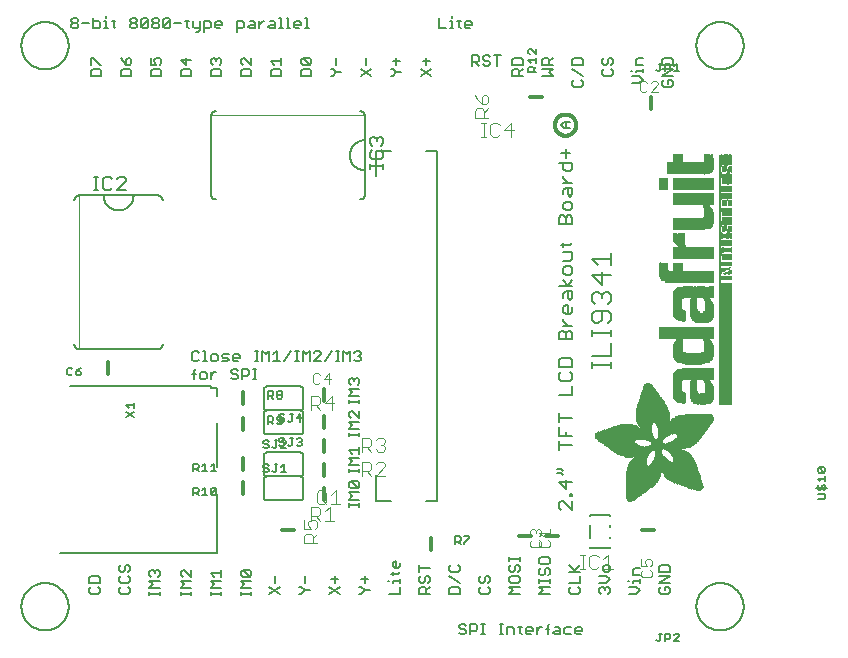
<source format=gbr>
G04 EAGLE Gerber RS-274X export*
G75*
%MOMM*%
%FSLAX34Y34*%
%LPD*%
%INSilkscreen Top*%
%IPPOS*%
%AMOC8*
5,1,8,0,0,1.08239X$1,22.5*%
G01*
%ADD10C,0.152400*%
%ADD11C,0.127000*%
%ADD12C,0.203200*%
%ADD13C,0.304800*%
%ADD14C,0.101600*%
%ADD15C,0.050800*%
%ADD16C,0.076200*%
%ADD17R,0.025400X10.363200*%
%ADD18R,0.025400X0.406400*%
%ADD19R,0.025400X0.381000*%
%ADD20R,0.025400X0.457200*%
%ADD21R,0.025400X0.431800*%
%ADD22R,0.025400X0.635000*%
%ADD23R,0.025400X0.482600*%
%ADD24R,0.025400X0.889000*%
%ADD25R,0.025400X0.863600*%
%ADD26R,0.025400X0.508000*%
%ADD27R,0.025400X0.355600*%
%ADD28R,0.025400X0.025400*%
%ADD29R,0.025400X0.330200*%
%ADD30R,0.025400X0.050800*%
%ADD31R,0.025400X0.304800*%
%ADD32R,0.025400X0.076200*%
%ADD33R,0.025400X1.016000*%
%ADD34R,0.025400X1.524000*%
%ADD35R,0.025400X0.101600*%
%ADD36R,0.025400X0.279400*%
%ADD37R,0.025400X1.498600*%
%ADD38R,0.025400X0.254000*%
%ADD39R,0.025400X0.127000*%
%ADD40R,0.025400X0.965200*%
%ADD41R,0.025400X1.447800*%
%ADD42R,0.025400X0.228600*%
%ADD43R,0.025400X0.152400*%
%ADD44R,0.025400X0.812800*%
%ADD45R,0.025400X1.295400*%
%ADD46R,0.025400X0.533400*%
%ADD47R,0.025400X0.660400*%
%ADD48R,0.025400X0.609600*%
%ADD49R,0.025400X0.558800*%
%ADD50R,0.025400X0.203200*%
%ADD51R,0.025400X0.177800*%
%ADD52R,0.025400X0.914400*%
%ADD53R,0.025400X0.685800*%
%ADD54R,0.025400X0.939800*%
%ADD55R,0.025400X0.736600*%
%ADD56R,0.025400X0.990600*%
%ADD57R,0.025400X1.219200*%
%ADD58R,0.025400X1.117600*%
%ADD59R,0.025400X1.397000*%
%ADD60R,0.025400X1.244600*%
%ADD61R,0.025400X1.473200*%
%ADD62R,0.025400X0.584200*%
%ADD63R,0.025400X1.041400*%
%ADD64R,0.025400X21.209000*%
%ADD65R,0.025400X0.787400*%
%ADD66R,0.025400X1.193800*%
%ADD67R,0.025400X1.168400*%
%ADD68R,0.025400X1.092200*%
%ADD69R,0.025400X1.066800*%
%ADD70R,0.025400X1.143000*%
%ADD71R,0.025400X1.270000*%
%ADD72R,0.025400X1.320800*%
%ADD73R,0.025400X1.422400*%
%ADD74R,0.025400X1.549400*%
%ADD75R,0.025400X0.711200*%
%ADD76R,0.025400X1.625600*%
%ADD77R,0.025400X0.762000*%
%ADD78R,0.025400X1.701800*%
%ADD79R,0.025400X1.600200*%
%ADD80R,0.025400X1.727200*%
%ADD81R,0.025400X1.651000*%
%ADD82R,0.025400X0.838200*%
%ADD83R,0.025400X1.803400*%
%ADD84R,0.025400X1.574800*%
%ADD85R,0.025400X1.854200*%
%ADD86R,0.025400X1.778000*%
%ADD87R,0.025400X1.879600*%
%ADD88R,0.025400X1.930400*%
%ADD89R,0.025400X1.981200*%
%ADD90R,0.025400X1.905000*%
%ADD91R,0.025400X2.006600*%
%ADD92R,0.025400X3.048000*%
%ADD93R,0.025400X2.997200*%
%ADD94R,0.025400X2.057400*%
%ADD95R,0.025400X3.022600*%
%ADD96R,0.025400X2.032000*%
%ADD97R,0.025400X3.073400*%
%ADD98R,0.025400X1.676400*%
%ADD99R,0.025400X1.346200*%
%ADD100R,0.025400X3.098800*%
%ADD101R,0.025400X1.828800*%
%ADD102R,0.025400X2.082800*%
%ADD103R,0.025400X2.108200*%
%ADD104R,0.025400X2.159000*%
%ADD105R,0.025400X2.184400*%
%ADD106R,0.025400X2.235200*%
%ADD107R,0.025400X2.260600*%
%ADD108R,0.025400X2.311400*%
%ADD109R,0.025400X2.362200*%
%ADD110R,0.025400X2.387600*%
%ADD111R,0.025400X2.413000*%
%ADD112R,0.025400X2.438400*%
%ADD113R,0.025400X2.133600*%
%ADD114R,0.025400X2.463800*%
%ADD115R,0.025400X2.286000*%
%ADD116R,0.025400X2.514600*%
%ADD117R,0.025400X2.540000*%
%ADD118R,0.025400X2.565400*%
%ADD119R,0.025400X2.489200*%
%ADD120R,0.025400X2.590800*%
%ADD121R,0.025400X2.971800*%
%ADD122R,0.025400X2.616200*%
%ADD123R,0.025400X2.946400*%
%ADD124R,0.025400X2.641600*%
%ADD125R,0.025400X2.667000*%
%ADD126R,0.025400X2.921000*%
%ADD127R,0.025400X2.895600*%
%ADD128R,0.025400X2.717800*%
%ADD129R,0.025400X2.692400*%
%ADD130R,0.025400X2.870200*%
%ADD131R,0.025400X2.768600*%
%ADD132R,0.025400X2.743200*%
%ADD133R,0.025400X2.844800*%
%ADD134R,0.025400X2.794000*%
%ADD135R,0.025400X2.819400*%
%ADD136R,0.025400X1.371600*%
%ADD137R,0.025400X5.892800*%
%ADD138R,0.025400X5.867400*%
%ADD139R,0.025400X5.842000*%
%ADD140R,0.025400X5.816600*%
%ADD141R,0.025400X5.791200*%
%ADD142R,0.025400X4.114800*%
%ADD143R,0.025400X3.987800*%
%ADD144R,0.025400X1.955800*%
%ADD145R,0.025400X3.962400*%
%ADD146R,0.025400X3.911600*%
%ADD147R,0.025400X3.886200*%
%ADD148R,0.025400X3.835400*%
%ADD149R,0.025400X1.752600*%
%ADD150R,0.025400X3.810000*%
%ADD151R,0.025400X3.784600*%
%ADD152R,0.025400X3.733800*%
%ADD153R,0.025400X3.708400*%
%ADD154R,0.025400X3.683000*%
%ADD155R,0.025400X2.336800*%
%ADD156R,0.025400X3.657600*%
%ADD157R,0.025400X3.632200*%
%ADD158R,0.025400X3.149600*%
%ADD159R,0.025400X3.251200*%
%ADD160R,0.025400X3.276600*%
%ADD161R,0.025400X3.352800*%
%ADD162R,0.025400X3.454400*%
%ADD163R,0.025400X3.530600*%
%ADD164R,0.025400X4.241800*%
%ADD165R,0.025400X4.267200*%
%ADD166R,0.025400X4.318000*%
%ADD167R,0.025400X4.419600*%
%ADD168R,0.025400X6.400800*%
%ADD169R,0.025400X6.502400*%
%ADD170R,0.025400X6.680200*%
%ADD171R,0.025400X6.832600*%
%ADD172R,0.025400X6.858000*%
%ADD173R,0.025400X7.010400*%
%ADD174R,0.025400X7.112000*%
%ADD175R,0.025400X7.162800*%
%ADD176R,0.025400X3.860800*%
%ADD177R,0.025400X3.302000*%
%ADD178R,0.025400X2.209800*%
%ADD179R,0.025400X3.124200*%
%ADD180R,0.025400X3.200400*%
%ADD181R,0.025400X5.029200*%
%ADD182R,0.025400X5.003800*%
%ADD183R,0.025400X4.978400*%
%ADD184R,0.025400X4.953000*%
%ADD185R,0.025400X4.927600*%
%ADD186R,0.025400X4.902200*%
%ADD187R,0.025400X4.876800*%
%ADD188R,0.025400X4.851400*%
%ADD189R,0.025400X4.826000*%
%ADD190R,0.025400X4.800600*%
%ADD191R,0.025400X4.775200*%
%ADD192R,0.025400X4.749800*%
%ADD193R,0.025400X4.724400*%
%ADD194R,0.025400X4.699000*%
%ADD195R,0.025400X3.937000*%
%ADD196R,0.025400X4.648200*%
%ADD197R,0.025400X4.597400*%
%ADD198R,0.025400X4.546600*%
%ADD199R,0.025400X4.470400*%
%ADD200R,0.025400X4.013200*%
%ADD201R,0.025400X4.394200*%
%ADD202R,0.025400X4.038600*%
%ADD203R,0.025400X4.064000*%
%ADD204R,0.025400X4.089400*%
%ADD205R,0.025400X4.140200*%
%ADD206R,0.025400X4.165600*%
%ADD207R,0.025400X4.191000*%
%ADD208R,0.025400X3.759200*%
%ADD209R,0.025400X4.216400*%
%ADD210R,0.025400X3.606800*%
%ADD211R,0.025400X4.292600*%
%ADD212R,0.025400X4.368800*%
%ADD213R,0.025400X4.445000*%
%ADD214R,0.025400X4.495800*%
%ADD215R,0.025400X4.572000*%
%ADD216R,0.025400X4.622800*%
%ADD217R,0.025400X4.673600*%
%ADD218R,0.025400X3.581400*%
%ADD219R,0.025400X3.556000*%
%ADD220R,0.025400X3.479800*%
%ADD221R,0.025400X3.403600*%
%ADD222R,0.025400X3.378200*%
%ADD223R,0.025400X3.225800*%


D10*
X471678Y114899D02*
X471678Y107442D01*
X464221Y114899D01*
X462357Y114899D01*
X460492Y113035D01*
X460492Y109306D01*
X462357Y107442D01*
X469814Y119136D02*
X471678Y119136D01*
X469814Y119136D02*
X469814Y121000D01*
X471678Y121000D01*
X471678Y119136D01*
X471678Y130576D02*
X460492Y130576D01*
X466085Y124983D01*
X466085Y132440D01*
X462357Y138541D02*
X458628Y138541D01*
X462357Y138541D02*
X464221Y136677D01*
X462357Y142270D02*
X458628Y142270D01*
X462357Y142270D02*
X464221Y140405D01*
X460492Y161844D02*
X471678Y161844D01*
X460492Y158116D02*
X460492Y165573D01*
X460492Y169810D02*
X471678Y169810D01*
X460492Y169810D02*
X460492Y177267D01*
X466085Y173538D02*
X466085Y169810D01*
X471678Y185232D02*
X460492Y185232D01*
X460492Y181504D02*
X460492Y188961D01*
X460492Y204892D02*
X471678Y204892D01*
X471678Y212349D01*
X460492Y222178D02*
X462357Y224043D01*
X460492Y222178D02*
X460492Y218450D01*
X462357Y216586D01*
X469814Y216586D01*
X471678Y218450D01*
X471678Y222178D01*
X469814Y224043D01*
X471678Y228280D02*
X460492Y228280D01*
X471678Y228280D02*
X471678Y233872D01*
X469814Y235737D01*
X462357Y235737D01*
X460492Y233872D01*
X460492Y228280D01*
X460492Y251668D02*
X471678Y251668D01*
X460492Y251668D02*
X460492Y257260D01*
X462357Y259125D01*
X464221Y259125D01*
X466085Y257260D01*
X467950Y259125D01*
X469814Y259125D01*
X471678Y257260D01*
X471678Y251668D01*
X466085Y251668D02*
X466085Y257260D01*
X464221Y263362D02*
X471678Y263362D01*
X467950Y263362D02*
X464221Y267090D01*
X464221Y268954D01*
X471678Y274971D02*
X471678Y278699D01*
X471678Y274971D02*
X469814Y273107D01*
X466085Y273107D01*
X464221Y274971D01*
X464221Y278699D01*
X466085Y280564D01*
X467950Y280564D01*
X467950Y273107D01*
X464221Y286665D02*
X464221Y290393D01*
X466085Y292258D01*
X471678Y292258D01*
X471678Y286665D01*
X469814Y284801D01*
X467950Y286665D01*
X467950Y292258D01*
X471678Y296494D02*
X460492Y296494D01*
X467950Y296494D02*
X471678Y302087D01*
X467950Y296494D02*
X464221Y302087D01*
X471678Y308104D02*
X471678Y311832D01*
X469814Y313696D01*
X466085Y313696D01*
X464221Y311832D01*
X464221Y308104D01*
X466085Y306239D01*
X469814Y306239D01*
X471678Y308104D01*
X469814Y317933D02*
X464221Y317933D01*
X469814Y317933D02*
X471678Y319798D01*
X471678Y325390D01*
X464221Y325390D01*
X462357Y331492D02*
X469814Y331492D01*
X471678Y333356D01*
X464221Y333356D02*
X464221Y329627D01*
X460492Y349117D02*
X471678Y349117D01*
X460492Y349117D02*
X460492Y354710D01*
X462357Y356574D01*
X464221Y356574D01*
X466085Y354710D01*
X467950Y356574D01*
X469814Y356574D01*
X471678Y354710D01*
X471678Y349117D01*
X466085Y349117D02*
X466085Y354710D01*
X471678Y362676D02*
X471678Y366404D01*
X469814Y368268D01*
X466085Y368268D01*
X464221Y366404D01*
X464221Y362676D01*
X466085Y360811D01*
X469814Y360811D01*
X471678Y362676D01*
X464221Y374370D02*
X464221Y378098D01*
X466085Y379962D01*
X471678Y379962D01*
X471678Y374370D01*
X469814Y372505D01*
X467950Y374370D01*
X467950Y379962D01*
X471678Y384199D02*
X464221Y384199D01*
X467950Y384199D02*
X464221Y387928D01*
X464221Y389792D01*
X460492Y401401D02*
X471678Y401401D01*
X471678Y395808D01*
X469814Y393944D01*
X466085Y393944D01*
X464221Y395808D01*
X464221Y401401D01*
X466085Y405638D02*
X466085Y413095D01*
X462357Y409367D02*
X469814Y409367D01*
D11*
X49108Y523883D02*
X47625Y522400D01*
X49108Y523883D02*
X52074Y523883D01*
X53557Y522400D01*
X53557Y520917D01*
X52074Y519434D01*
X53557Y517951D01*
X53557Y516468D01*
X52074Y514985D01*
X49108Y514985D01*
X47625Y516468D01*
X47625Y517951D01*
X49108Y519434D01*
X47625Y520917D01*
X47625Y522400D01*
X49108Y519434D02*
X52074Y519434D01*
X56980Y519434D02*
X62912Y519434D01*
X66335Y523883D02*
X66335Y514985D01*
X70784Y514985D01*
X72267Y516468D01*
X72267Y519434D01*
X70784Y520917D01*
X66335Y520917D01*
X75691Y520917D02*
X77173Y520917D01*
X77173Y514985D01*
X75691Y514985D02*
X78656Y514985D01*
X77173Y523883D02*
X77173Y525366D01*
X83410Y522400D02*
X83410Y516468D01*
X84893Y514985D01*
X84893Y520917D02*
X81927Y520917D01*
X97519Y522400D02*
X99002Y523883D01*
X101968Y523883D01*
X103451Y522400D01*
X103451Y520917D01*
X101968Y519434D01*
X103451Y517951D01*
X103451Y516468D01*
X101968Y514985D01*
X99002Y514985D01*
X97519Y516468D01*
X97519Y517951D01*
X99002Y519434D01*
X97519Y520917D01*
X97519Y522400D01*
X99002Y519434D02*
X101968Y519434D01*
X106875Y516468D02*
X106875Y522400D01*
X108357Y523883D01*
X111323Y523883D01*
X112806Y522400D01*
X112806Y516468D01*
X111323Y514985D01*
X108357Y514985D01*
X106875Y516468D01*
X112806Y522400D01*
X116230Y522400D02*
X117713Y523883D01*
X120678Y523883D01*
X122161Y522400D01*
X122161Y520917D01*
X120678Y519434D01*
X122161Y517951D01*
X122161Y516468D01*
X120678Y514985D01*
X117713Y514985D01*
X116230Y516468D01*
X116230Y517951D01*
X117713Y519434D01*
X116230Y520917D01*
X116230Y522400D01*
X117713Y519434D02*
X120678Y519434D01*
X125585Y516468D02*
X125585Y522400D01*
X127068Y523883D01*
X130034Y523883D01*
X131517Y522400D01*
X131517Y516468D01*
X130034Y514985D01*
X127068Y514985D01*
X125585Y516468D01*
X131517Y522400D01*
X134940Y519434D02*
X140872Y519434D01*
X145778Y522400D02*
X145778Y516468D01*
X147261Y514985D01*
X147261Y520917D02*
X144295Y520917D01*
X150532Y520917D02*
X150532Y516468D01*
X152015Y514985D01*
X156464Y514985D01*
X156464Y513502D02*
X156464Y520917D01*
X156464Y513502D02*
X154981Y512019D01*
X153498Y512019D01*
X159887Y512019D02*
X159887Y520917D01*
X164336Y520917D01*
X165819Y519434D01*
X165819Y516468D01*
X164336Y514985D01*
X159887Y514985D01*
X170725Y514985D02*
X173691Y514985D01*
X170725Y514985D02*
X169242Y516468D01*
X169242Y519434D01*
X170725Y520917D01*
X173691Y520917D01*
X175174Y519434D01*
X175174Y517951D01*
X169242Y517951D01*
X187953Y520917D02*
X187953Y512019D01*
X187953Y520917D02*
X192402Y520917D01*
X193885Y519434D01*
X193885Y516468D01*
X192402Y514985D01*
X187953Y514985D01*
X198791Y520917D02*
X201757Y520917D01*
X203240Y519434D01*
X203240Y514985D01*
X198791Y514985D01*
X197308Y516468D01*
X198791Y517951D01*
X203240Y517951D01*
X206663Y514985D02*
X206663Y520917D01*
X206663Y517951D02*
X209629Y520917D01*
X211112Y520917D01*
X215942Y520917D02*
X218908Y520917D01*
X220391Y519434D01*
X220391Y514985D01*
X215942Y514985D01*
X214459Y516468D01*
X215942Y517951D01*
X220391Y517951D01*
X223814Y523883D02*
X225297Y523883D01*
X225297Y514985D01*
X223814Y514985D02*
X226780Y514985D01*
X230051Y523883D02*
X231534Y523883D01*
X231534Y514985D01*
X230051Y514985D02*
X233017Y514985D01*
X237771Y514985D02*
X240737Y514985D01*
X237771Y514985D02*
X236288Y516468D01*
X236288Y519434D01*
X237771Y520917D01*
X240737Y520917D01*
X242220Y519434D01*
X242220Y517951D01*
X236288Y517951D01*
X245643Y523883D02*
X247126Y523883D01*
X247126Y514985D01*
X245643Y514985D02*
X248609Y514985D01*
X73025Y474685D02*
X64127Y474685D01*
X73025Y474685D02*
X73025Y479133D01*
X71542Y480616D01*
X65610Y480616D01*
X64127Y479133D01*
X64127Y474685D01*
X64127Y484040D02*
X64127Y489972D01*
X65610Y489972D01*
X71542Y484040D01*
X73025Y484040D01*
X89527Y474685D02*
X98425Y474685D01*
X98425Y479133D01*
X96942Y480616D01*
X91010Y480616D01*
X89527Y479133D01*
X89527Y474685D01*
X91010Y487006D02*
X89527Y489972D01*
X91010Y487006D02*
X93976Y484040D01*
X96942Y484040D01*
X98425Y485523D01*
X98425Y488489D01*
X96942Y489972D01*
X95459Y489972D01*
X93976Y488489D01*
X93976Y484040D01*
X114927Y474685D02*
X123825Y474685D01*
X123825Y479133D01*
X122342Y480616D01*
X116410Y480616D01*
X114927Y479133D01*
X114927Y474685D01*
X114927Y484040D02*
X114927Y489972D01*
X114927Y484040D02*
X119376Y484040D01*
X117893Y487006D01*
X117893Y488489D01*
X119376Y489972D01*
X122342Y489972D01*
X123825Y488489D01*
X123825Y485523D01*
X122342Y484040D01*
X140327Y474685D02*
X149225Y474685D01*
X149225Y479133D01*
X147742Y480616D01*
X141810Y480616D01*
X140327Y479133D01*
X140327Y474685D01*
X140327Y488489D02*
X149225Y488489D01*
X144776Y484040D02*
X140327Y488489D01*
X144776Y489972D02*
X144776Y484040D01*
X165727Y474685D02*
X174625Y474685D01*
X174625Y479133D01*
X173142Y480616D01*
X167210Y480616D01*
X165727Y479133D01*
X165727Y474685D01*
X167210Y484040D02*
X165727Y485523D01*
X165727Y488489D01*
X167210Y489972D01*
X168693Y489972D01*
X170176Y488489D01*
X170176Y487006D01*
X170176Y488489D02*
X171659Y489972D01*
X173142Y489972D01*
X174625Y488489D01*
X174625Y485523D01*
X173142Y484040D01*
X191127Y474685D02*
X200025Y474685D01*
X200025Y479133D01*
X198542Y480616D01*
X192610Y480616D01*
X191127Y479133D01*
X191127Y474685D01*
X200025Y484040D02*
X200025Y489972D01*
X200025Y484040D02*
X194093Y489972D01*
X192610Y489972D01*
X191127Y488489D01*
X191127Y485523D01*
X192610Y484040D01*
X216527Y474685D02*
X225425Y474685D01*
X225425Y479133D01*
X223942Y480616D01*
X218010Y480616D01*
X216527Y479133D01*
X216527Y474685D01*
X219493Y484040D02*
X216527Y487006D01*
X225425Y487006D01*
X225425Y484040D02*
X225425Y489972D01*
X241927Y474685D02*
X250825Y474685D01*
X250825Y479133D01*
X249342Y480616D01*
X243410Y480616D01*
X241927Y479133D01*
X241927Y474685D01*
X243410Y484040D02*
X249342Y484040D01*
X243410Y484040D02*
X241927Y485523D01*
X241927Y488489D01*
X243410Y489972D01*
X249342Y489972D01*
X250825Y488489D01*
X250825Y485523D01*
X249342Y484040D01*
X243410Y489972D01*
X267327Y474685D02*
X268810Y474685D01*
X271776Y477650D01*
X268810Y480616D01*
X267327Y480616D01*
X271776Y477650D02*
X276225Y477650D01*
X271776Y484040D02*
X271776Y489972D01*
X292727Y474685D02*
X301625Y480616D01*
X301625Y474685D02*
X292727Y480616D01*
X297176Y484040D02*
X297176Y489972D01*
X318127Y474685D02*
X319610Y474685D01*
X322576Y477650D01*
X319610Y480616D01*
X318127Y480616D01*
X322576Y477650D02*
X327025Y477650D01*
X322576Y484040D02*
X322576Y489972D01*
X319610Y487006D02*
X325542Y487006D01*
X343527Y474685D02*
X352425Y480616D01*
X352425Y474685D02*
X343527Y480616D01*
X347976Y484040D02*
X347976Y489972D01*
X345010Y487006D02*
X350942Y487006D01*
X358775Y514985D02*
X358775Y523883D01*
X358775Y514985D02*
X364707Y514985D01*
X368130Y520917D02*
X369613Y520917D01*
X369613Y514985D01*
X368130Y514985D02*
X371096Y514985D01*
X369613Y523883D02*
X369613Y525366D01*
X375850Y522400D02*
X375850Y516468D01*
X377333Y514985D01*
X377333Y520917D02*
X374367Y520917D01*
X382087Y514985D02*
X385053Y514985D01*
X382087Y514985D02*
X380604Y516468D01*
X380604Y519434D01*
X382087Y520917D01*
X385053Y520917D01*
X386535Y519434D01*
X386535Y517951D01*
X380604Y517951D01*
X386715Y492133D02*
X386715Y483235D01*
X386715Y492133D02*
X391164Y492133D01*
X392647Y490650D01*
X392647Y487684D01*
X391164Y486201D01*
X386715Y486201D01*
X389681Y486201D02*
X392647Y483235D01*
X400519Y492133D02*
X402002Y490650D01*
X400519Y492133D02*
X397553Y492133D01*
X396070Y490650D01*
X396070Y489167D01*
X397553Y487684D01*
X400519Y487684D01*
X402002Y486201D01*
X402002Y484718D01*
X400519Y483235D01*
X397553Y483235D01*
X396070Y484718D01*
X408391Y483235D02*
X408391Y492133D01*
X405425Y492133D02*
X411357Y492133D01*
X420997Y474685D02*
X429895Y474685D01*
X420997Y474685D02*
X420997Y479133D01*
X422480Y480616D01*
X425446Y480616D01*
X426929Y479133D01*
X426929Y474685D01*
X426929Y477650D02*
X429895Y480616D01*
X429895Y484040D02*
X420997Y484040D01*
X429895Y484040D02*
X429895Y488489D01*
X428412Y489972D01*
X422480Y489972D01*
X420997Y488489D01*
X420997Y484040D01*
X446397Y474685D02*
X455295Y474685D01*
X452329Y477650D01*
X455295Y480616D01*
X446397Y480616D01*
X446397Y484040D02*
X455295Y484040D01*
X446397Y484040D02*
X446397Y488489D01*
X447880Y489972D01*
X450846Y489972D01*
X452329Y488489D01*
X452329Y484040D01*
X452329Y487006D02*
X455295Y489972D01*
X473280Y471261D02*
X471797Y469778D01*
X471797Y466812D01*
X473280Y465329D01*
X479212Y465329D01*
X480695Y466812D01*
X480695Y469778D01*
X479212Y471261D01*
X480695Y474685D02*
X471797Y480616D01*
X471797Y484040D02*
X480695Y484040D01*
X480695Y488489D01*
X479212Y489972D01*
X473280Y489972D01*
X471797Y488489D01*
X471797Y484040D01*
X497197Y479133D02*
X498680Y480616D01*
X497197Y479133D02*
X497197Y476168D01*
X498680Y474685D01*
X504612Y474685D01*
X506095Y476168D01*
X506095Y479133D01*
X504612Y480616D01*
X497197Y488489D02*
X498680Y489972D01*
X497197Y488489D02*
X497197Y485523D01*
X498680Y484040D01*
X500163Y484040D01*
X501646Y485523D01*
X501646Y488489D01*
X503129Y489972D01*
X504612Y489972D01*
X506095Y488489D01*
X506095Y485523D01*
X504612Y484040D01*
X522597Y468448D02*
X528529Y468448D01*
X531495Y471414D01*
X528529Y474380D01*
X522597Y474380D01*
X525563Y477803D02*
X525563Y479286D01*
X531495Y479286D01*
X531495Y477803D02*
X531495Y480769D01*
X522597Y479286D02*
X521114Y479286D01*
X525563Y484040D02*
X531495Y484040D01*
X525563Y484040D02*
X525563Y488489D01*
X527046Y489972D01*
X531495Y489972D01*
X549480Y471261D02*
X547997Y469778D01*
X547997Y466812D01*
X549480Y465329D01*
X555412Y465329D01*
X556895Y466812D01*
X556895Y469778D01*
X555412Y471261D01*
X552446Y471261D01*
X552446Y468295D01*
X556895Y474685D02*
X547997Y474685D01*
X556895Y480616D01*
X547997Y480616D01*
X547997Y484040D02*
X556895Y484040D01*
X556895Y488489D01*
X555412Y489972D01*
X549480Y489972D01*
X547997Y488489D01*
X547997Y484040D01*
X64340Y42127D02*
X62857Y40644D01*
X62857Y37678D01*
X64340Y36195D01*
X70272Y36195D01*
X71755Y37678D01*
X71755Y40644D01*
X70272Y42127D01*
X71755Y45550D02*
X62857Y45550D01*
X71755Y45550D02*
X71755Y49999D01*
X70272Y51482D01*
X64340Y51482D01*
X62857Y49999D01*
X62857Y45550D01*
X88257Y40644D02*
X89740Y42127D01*
X88257Y40644D02*
X88257Y37678D01*
X89740Y36195D01*
X95672Y36195D01*
X97155Y37678D01*
X97155Y40644D01*
X95672Y42127D01*
X88257Y49999D02*
X89740Y51482D01*
X88257Y49999D02*
X88257Y47033D01*
X89740Y45550D01*
X95672Y45550D01*
X97155Y47033D01*
X97155Y49999D01*
X95672Y51482D01*
X88257Y59354D02*
X89740Y60837D01*
X88257Y59354D02*
X88257Y56388D01*
X89740Y54905D01*
X91223Y54905D01*
X92706Y56388D01*
X92706Y59354D01*
X94189Y60837D01*
X95672Y60837D01*
X97155Y59354D01*
X97155Y56388D01*
X95672Y54905D01*
X200025Y37891D02*
X200025Y34925D01*
X200025Y36408D02*
X191127Y36408D01*
X191127Y34925D02*
X191127Y37891D01*
X191127Y41162D02*
X200025Y41162D01*
X194093Y44128D02*
X191127Y41162D01*
X194093Y44128D02*
X191127Y47094D01*
X200025Y47094D01*
X198542Y50517D02*
X192610Y50517D01*
X191127Y52000D01*
X191127Y54966D01*
X192610Y56449D01*
X198542Y56449D01*
X200025Y54966D01*
X200025Y52000D01*
X198542Y50517D01*
X192610Y56449D01*
X174625Y37891D02*
X174625Y34925D01*
X174625Y36408D02*
X165727Y36408D01*
X165727Y34925D02*
X165727Y37891D01*
X165727Y41162D02*
X174625Y41162D01*
X168693Y44128D02*
X165727Y41162D01*
X168693Y44128D02*
X165727Y47094D01*
X174625Y47094D01*
X168693Y50517D02*
X165727Y53483D01*
X174625Y53483D01*
X174625Y50517D02*
X174625Y56449D01*
X149225Y37891D02*
X149225Y34925D01*
X149225Y36408D02*
X140327Y36408D01*
X140327Y34925D02*
X140327Y37891D01*
X140327Y41162D02*
X149225Y41162D01*
X143293Y44128D02*
X140327Y41162D01*
X143293Y44128D02*
X140327Y47094D01*
X149225Y47094D01*
X149225Y50517D02*
X149225Y56449D01*
X149225Y50517D02*
X143293Y56449D01*
X141810Y56449D01*
X140327Y54966D01*
X140327Y52000D01*
X141810Y50517D01*
X122555Y37891D02*
X122555Y34925D01*
X122555Y36408D02*
X113657Y36408D01*
X113657Y34925D02*
X113657Y37891D01*
X113657Y41162D02*
X122555Y41162D01*
X116623Y44128D02*
X113657Y41162D01*
X116623Y44128D02*
X113657Y47094D01*
X122555Y47094D01*
X115140Y50517D02*
X113657Y52000D01*
X113657Y54966D01*
X115140Y56449D01*
X116623Y56449D01*
X118106Y54966D01*
X118106Y53483D01*
X118106Y54966D02*
X119589Y56449D01*
X121072Y56449D01*
X122555Y54966D01*
X122555Y52000D01*
X121072Y50517D01*
X215257Y36195D02*
X224155Y42127D01*
X224155Y36195D02*
X215257Y42127D01*
X219706Y45550D02*
X219706Y51482D01*
X240657Y36195D02*
X242140Y36195D01*
X245106Y39161D01*
X242140Y42127D01*
X240657Y42127D01*
X245106Y39161D02*
X249555Y39161D01*
X245106Y45550D02*
X245106Y51482D01*
X266057Y36195D02*
X274955Y42127D01*
X274955Y36195D02*
X266057Y42127D01*
X270506Y45550D02*
X270506Y51482D01*
X267540Y48516D02*
X273472Y48516D01*
X291457Y36195D02*
X292940Y36195D01*
X295906Y39161D01*
X292940Y42127D01*
X291457Y42127D01*
X295906Y39161D02*
X300355Y39161D01*
X295906Y45550D02*
X295906Y51482D01*
X292940Y48516D02*
X298872Y48516D01*
X316857Y36195D02*
X325755Y36195D01*
X325755Y42127D01*
X319823Y45550D02*
X319823Y47033D01*
X325755Y47033D01*
X325755Y45550D02*
X325755Y48516D01*
X316857Y47033D02*
X315374Y47033D01*
X318340Y53270D02*
X324272Y53270D01*
X325755Y54753D01*
X319823Y54753D02*
X319823Y51787D01*
X325755Y59507D02*
X325755Y62473D01*
X325755Y59507D02*
X324272Y58024D01*
X321306Y58024D01*
X319823Y59507D01*
X319823Y62473D01*
X321306Y63955D01*
X322789Y63955D01*
X322789Y58024D01*
X342257Y36195D02*
X351155Y36195D01*
X342257Y36195D02*
X342257Y40644D01*
X343740Y42127D01*
X346706Y42127D01*
X348189Y40644D01*
X348189Y36195D01*
X348189Y39161D02*
X351155Y42127D01*
X342257Y49999D02*
X343740Y51482D01*
X342257Y49999D02*
X342257Y47033D01*
X343740Y45550D01*
X345223Y45550D01*
X346706Y47033D01*
X346706Y49999D01*
X348189Y51482D01*
X349672Y51482D01*
X351155Y49999D01*
X351155Y47033D01*
X349672Y45550D01*
X351155Y57871D02*
X342257Y57871D01*
X342257Y54905D02*
X342257Y60837D01*
X367657Y36195D02*
X376555Y36195D01*
X376555Y40644D01*
X375072Y42127D01*
X369140Y42127D01*
X367657Y40644D01*
X367657Y36195D01*
X376555Y45550D02*
X367657Y51482D01*
X367657Y59354D02*
X369140Y60837D01*
X367657Y59354D02*
X367657Y56388D01*
X369140Y54905D01*
X375072Y54905D01*
X376555Y56388D01*
X376555Y59354D01*
X375072Y60837D01*
X394540Y42127D02*
X393057Y40644D01*
X393057Y37678D01*
X394540Y36195D01*
X400472Y36195D01*
X401955Y37678D01*
X401955Y40644D01*
X400472Y42127D01*
X393057Y49999D02*
X394540Y51482D01*
X393057Y49999D02*
X393057Y47033D01*
X394540Y45550D01*
X396023Y45550D01*
X397506Y47033D01*
X397506Y49999D01*
X398989Y51482D01*
X400472Y51482D01*
X401955Y49999D01*
X401955Y47033D01*
X400472Y45550D01*
X418457Y36195D02*
X427355Y36195D01*
X421423Y39161D02*
X418457Y36195D01*
X421423Y39161D02*
X418457Y42127D01*
X427355Y42127D01*
X418457Y47033D02*
X418457Y49999D01*
X418457Y47033D02*
X419940Y45550D01*
X425872Y45550D01*
X427355Y47033D01*
X427355Y49999D01*
X425872Y51482D01*
X419940Y51482D01*
X418457Y49999D01*
X418457Y59354D02*
X419940Y60837D01*
X418457Y59354D02*
X418457Y56388D01*
X419940Y54905D01*
X421423Y54905D01*
X422906Y56388D01*
X422906Y59354D01*
X424389Y60837D01*
X425872Y60837D01*
X427355Y59354D01*
X427355Y56388D01*
X425872Y54905D01*
X427355Y64261D02*
X427355Y67226D01*
X427355Y65743D02*
X418457Y65743D01*
X418457Y64261D02*
X418457Y67226D01*
X443857Y36195D02*
X452755Y36195D01*
X446823Y39161D02*
X443857Y36195D01*
X446823Y39161D02*
X443857Y42127D01*
X452755Y42127D01*
X452755Y45550D02*
X452755Y48516D01*
X452755Y47033D02*
X443857Y47033D01*
X443857Y45550D02*
X443857Y48516D01*
X443857Y56236D02*
X445340Y57719D01*
X443857Y56236D02*
X443857Y53270D01*
X445340Y51787D01*
X446823Y51787D01*
X448306Y53270D01*
X448306Y56236D01*
X449789Y57719D01*
X451272Y57719D01*
X452755Y56236D01*
X452755Y53270D01*
X451272Y51787D01*
X443857Y62625D02*
X443857Y65591D01*
X443857Y62625D02*
X445340Y61142D01*
X451272Y61142D01*
X452755Y62625D01*
X452755Y65591D01*
X451272Y67074D01*
X445340Y67074D01*
X443857Y65591D01*
X469257Y40644D02*
X470740Y42127D01*
X469257Y40644D02*
X469257Y37678D01*
X470740Y36195D01*
X476672Y36195D01*
X478155Y37678D01*
X478155Y40644D01*
X476672Y42127D01*
X478155Y45550D02*
X469257Y45550D01*
X478155Y45550D02*
X478155Y51482D01*
X478155Y54905D02*
X469257Y54905D01*
X475189Y54905D02*
X469257Y60837D01*
X473706Y56388D02*
X478155Y60837D01*
X494657Y37678D02*
X496140Y36195D01*
X494657Y37678D02*
X494657Y40644D01*
X496140Y42127D01*
X497623Y42127D01*
X499106Y40644D01*
X499106Y39161D01*
X499106Y40644D02*
X500589Y42127D01*
X502072Y42127D01*
X503555Y40644D01*
X503555Y37678D01*
X502072Y36195D01*
X500589Y45550D02*
X494657Y45550D01*
X500589Y45550D02*
X503555Y48516D01*
X500589Y51482D01*
X494657Y51482D01*
X503555Y56388D02*
X503555Y59354D01*
X502072Y60837D01*
X499106Y60837D01*
X497623Y59354D01*
X497623Y56388D01*
X499106Y54905D01*
X502072Y54905D01*
X503555Y56388D01*
X520057Y36195D02*
X525989Y36195D01*
X528955Y39161D01*
X525989Y42127D01*
X520057Y42127D01*
X523023Y45550D02*
X523023Y47033D01*
X528955Y47033D01*
X528955Y45550D02*
X528955Y48516D01*
X520057Y47033D02*
X518574Y47033D01*
X523023Y51787D02*
X528955Y51787D01*
X523023Y51787D02*
X523023Y56236D01*
X524506Y57719D01*
X528955Y57719D01*
X545457Y40644D02*
X546940Y42127D01*
X545457Y40644D02*
X545457Y37678D01*
X546940Y36195D01*
X552872Y36195D01*
X554355Y37678D01*
X554355Y40644D01*
X552872Y42127D01*
X549906Y42127D01*
X549906Y39161D01*
X554355Y45550D02*
X545457Y45550D01*
X554355Y51482D01*
X545457Y51482D01*
X545457Y54905D02*
X554355Y54905D01*
X554355Y59354D01*
X552872Y60837D01*
X546940Y60837D01*
X545457Y59354D01*
X545457Y54905D01*
X291465Y109855D02*
X291465Y112821D01*
X291465Y111338D02*
X282567Y111338D01*
X282567Y109855D02*
X282567Y112821D01*
X282567Y116092D02*
X291465Y116092D01*
X285533Y119058D02*
X282567Y116092D01*
X285533Y119058D02*
X282567Y122024D01*
X291465Y122024D01*
X289982Y125447D02*
X284050Y125447D01*
X282567Y126930D01*
X282567Y129896D01*
X284050Y131379D01*
X289982Y131379D01*
X291465Y129896D01*
X291465Y126930D01*
X289982Y125447D01*
X284050Y131379D01*
X291465Y139065D02*
X291465Y142031D01*
X291465Y140548D02*
X282567Y140548D01*
X282567Y139065D02*
X282567Y142031D01*
X282567Y145302D02*
X291465Y145302D01*
X285533Y148268D02*
X282567Y145302D01*
X285533Y148268D02*
X282567Y151234D01*
X291465Y151234D01*
X285533Y154657D02*
X282567Y157623D01*
X291465Y157623D01*
X291465Y154657D02*
X291465Y160589D01*
X291465Y169545D02*
X291465Y172511D01*
X291465Y171028D02*
X282567Y171028D01*
X282567Y169545D02*
X282567Y172511D01*
X282567Y175782D02*
X291465Y175782D01*
X285533Y178748D02*
X282567Y175782D01*
X285533Y178748D02*
X282567Y181714D01*
X291465Y181714D01*
X291465Y185137D02*
X291465Y191069D01*
X291465Y185137D02*
X285533Y191069D01*
X284050Y191069D01*
X282567Y189586D01*
X282567Y186620D01*
X284050Y185137D01*
X291465Y197485D02*
X291465Y200451D01*
X291465Y198968D02*
X282567Y198968D01*
X282567Y197485D02*
X282567Y200451D01*
X282567Y203722D02*
X291465Y203722D01*
X285533Y206688D02*
X282567Y203722D01*
X285533Y206688D02*
X282567Y209654D01*
X291465Y209654D01*
X284050Y213077D02*
X282567Y214560D01*
X282567Y217526D01*
X284050Y219009D01*
X285533Y219009D01*
X287016Y217526D01*
X287016Y216043D01*
X287016Y217526D02*
X288499Y219009D01*
X289982Y219009D01*
X291465Y217526D01*
X291465Y214560D01*
X289982Y213077D01*
X380551Y10803D02*
X382034Y9320D01*
X380551Y10803D02*
X377586Y10803D01*
X376103Y9320D01*
X376103Y7837D01*
X377586Y6354D01*
X380551Y6354D01*
X382034Y4871D01*
X382034Y3388D01*
X380551Y1905D01*
X377586Y1905D01*
X376103Y3388D01*
X385458Y1905D02*
X385458Y10803D01*
X389907Y10803D01*
X391390Y9320D01*
X391390Y6354D01*
X389907Y4871D01*
X385458Y4871D01*
X394813Y1905D02*
X397779Y1905D01*
X396296Y1905D02*
X396296Y10803D01*
X394813Y10803D02*
X397779Y10803D01*
X410405Y1905D02*
X413371Y1905D01*
X411888Y1905D02*
X411888Y10803D01*
X410405Y10803D02*
X413371Y10803D01*
X416642Y7837D02*
X416642Y1905D01*
X416642Y7837D02*
X421091Y7837D01*
X422573Y6354D01*
X422573Y1905D01*
X427480Y3388D02*
X427480Y9320D01*
X427480Y3388D02*
X428963Y1905D01*
X428963Y7837D02*
X425997Y7837D01*
X433717Y1905D02*
X436683Y1905D01*
X433717Y1905D02*
X432234Y3388D01*
X432234Y6354D01*
X433717Y7837D01*
X436683Y7837D01*
X438165Y6354D01*
X438165Y4871D01*
X432234Y4871D01*
X441589Y1905D02*
X441589Y7837D01*
X441589Y4871D02*
X444555Y7837D01*
X446038Y7837D01*
X450868Y9320D02*
X450868Y1905D01*
X450868Y9320D02*
X452351Y10803D01*
X452351Y6354D02*
X449385Y6354D01*
X457105Y7837D02*
X460070Y7837D01*
X461553Y6354D01*
X461553Y1905D01*
X457105Y1905D01*
X455622Y3388D01*
X457105Y4871D01*
X461553Y4871D01*
X466460Y7837D02*
X470909Y7837D01*
X466460Y7837D02*
X464977Y6354D01*
X464977Y3388D01*
X466460Y1905D01*
X470909Y1905D01*
X475815Y1905D02*
X478781Y1905D01*
X475815Y1905D02*
X474332Y3388D01*
X474332Y6354D01*
X475815Y7837D01*
X478781Y7837D01*
X480264Y6354D01*
X480264Y4871D01*
X474332Y4871D01*
X155912Y240460D02*
X154429Y241943D01*
X151463Y241943D01*
X149980Y240460D01*
X149980Y234528D01*
X151463Y233045D01*
X154429Y233045D01*
X155912Y234528D01*
X159335Y241943D02*
X160818Y241943D01*
X160818Y233045D01*
X159335Y233045D02*
X162301Y233045D01*
X167055Y233045D02*
X170021Y233045D01*
X171504Y234528D01*
X171504Y237494D01*
X170021Y238977D01*
X167055Y238977D01*
X165572Y237494D01*
X165572Y234528D01*
X167055Y233045D01*
X174927Y233045D02*
X179376Y233045D01*
X180859Y234528D01*
X179376Y236011D01*
X176410Y236011D01*
X174927Y237494D01*
X176410Y238977D01*
X180859Y238977D01*
X185766Y233045D02*
X188731Y233045D01*
X185766Y233045D02*
X184283Y234528D01*
X184283Y237494D01*
X185766Y238977D01*
X188731Y238977D01*
X190214Y237494D01*
X190214Y236011D01*
X184283Y236011D01*
X202993Y233045D02*
X205959Y233045D01*
X204476Y233045D02*
X204476Y241943D01*
X202993Y241943D02*
X205959Y241943D01*
X209230Y241943D02*
X209230Y233045D01*
X212196Y238977D02*
X209230Y241943D01*
X212196Y238977D02*
X215162Y241943D01*
X215162Y233045D01*
X218585Y238977D02*
X221551Y241943D01*
X221551Y233045D01*
X218585Y233045D02*
X224517Y233045D01*
X227940Y233045D02*
X233872Y241943D01*
X237295Y233045D02*
X240261Y233045D01*
X238778Y233045D02*
X238778Y241943D01*
X237295Y241943D02*
X240261Y241943D01*
X243532Y241943D02*
X243532Y233045D01*
X246498Y238977D02*
X243532Y241943D01*
X246498Y238977D02*
X249464Y241943D01*
X249464Y233045D01*
X252887Y233045D02*
X258819Y233045D01*
X252887Y233045D02*
X258819Y238977D01*
X258819Y240460D01*
X257336Y241943D01*
X254370Y241943D01*
X252887Y240460D01*
X262243Y233045D02*
X268174Y241943D01*
X271598Y233045D02*
X274564Y233045D01*
X273081Y233045D02*
X273081Y241943D01*
X271598Y241943D02*
X274564Y241943D01*
X277834Y241943D02*
X277834Y233045D01*
X280800Y238977D02*
X277834Y241943D01*
X280800Y238977D02*
X283766Y241943D01*
X283766Y233045D01*
X287190Y240460D02*
X288673Y241943D01*
X291638Y241943D01*
X293121Y240460D01*
X293121Y238977D01*
X291638Y237494D01*
X290156Y237494D01*
X291638Y237494D02*
X293121Y236011D01*
X293121Y234528D01*
X291638Y233045D01*
X288673Y233045D01*
X287190Y234528D01*
X151463Y225220D02*
X151463Y217805D01*
X151463Y225220D02*
X152946Y226703D01*
X152946Y222254D02*
X149980Y222254D01*
X157700Y217805D02*
X160666Y217805D01*
X162149Y219288D01*
X162149Y222254D01*
X160666Y223737D01*
X157700Y223737D01*
X156217Y222254D01*
X156217Y219288D01*
X157700Y217805D01*
X165572Y217805D02*
X165572Y223737D01*
X165572Y220771D02*
X168538Y223737D01*
X170021Y223737D01*
X187172Y226703D02*
X188655Y225220D01*
X187172Y226703D02*
X184206Y226703D01*
X182723Y225220D01*
X182723Y223737D01*
X184206Y222254D01*
X187172Y222254D01*
X188655Y220771D01*
X188655Y219288D01*
X187172Y217805D01*
X184206Y217805D01*
X182723Y219288D01*
X192079Y217805D02*
X192079Y226703D01*
X196527Y226703D01*
X198010Y225220D01*
X198010Y222254D01*
X196527Y220771D01*
X192079Y220771D01*
X201434Y217805D02*
X204400Y217805D01*
X202917Y217805D02*
X202917Y226703D01*
X201434Y226703D02*
X204400Y226703D01*
D12*
X504444Y227076D02*
X504444Y232330D01*
X504444Y229703D02*
X488683Y229703D01*
X488683Y227076D02*
X488683Y232330D01*
X488683Y237990D02*
X504444Y237990D01*
X504444Y248498D01*
X504444Y254362D02*
X504444Y259616D01*
X504444Y256989D02*
X488683Y256989D01*
X488683Y254362D02*
X488683Y259616D01*
X501817Y265276D02*
X504444Y267903D01*
X504444Y273157D01*
X501817Y275784D01*
X491309Y275784D01*
X488683Y273157D01*
X488683Y267903D01*
X491309Y265276D01*
X493936Y265276D01*
X496563Y267903D01*
X496563Y275784D01*
X491309Y281648D02*
X488683Y284275D01*
X488683Y289529D01*
X491309Y292156D01*
X493936Y292156D01*
X496563Y289529D01*
X496563Y286902D01*
X496563Y289529D02*
X499190Y292156D01*
X501817Y292156D01*
X504444Y289529D01*
X504444Y284275D01*
X501817Y281648D01*
X504444Y305900D02*
X488683Y305900D01*
X496563Y298019D01*
X496563Y308527D01*
X493936Y314391D02*
X488683Y319645D01*
X504444Y319645D01*
X504444Y314391D02*
X504444Y324899D01*
D13*
X261620Y125730D02*
X261620Y115570D01*
D14*
X250698Y109992D02*
X250698Y98298D01*
X250698Y109992D02*
X256545Y109992D01*
X258494Y108043D01*
X258494Y104145D01*
X256545Y102196D01*
X250698Y102196D01*
X254596Y102196D02*
X258494Y98298D01*
X262392Y106094D02*
X266290Y109992D01*
X266290Y98298D01*
X262392Y98298D02*
X270188Y98298D01*
D13*
X261620Y135890D02*
X261620Y146050D01*
D14*
X293878Y148092D02*
X293878Y136398D01*
X293878Y148092D02*
X299725Y148092D01*
X301674Y146143D01*
X301674Y142245D01*
X299725Y140296D01*
X293878Y140296D01*
X297776Y140296D02*
X301674Y136398D01*
X305572Y136398D02*
X313368Y136398D01*
X305572Y136398D02*
X313368Y144194D01*
X313368Y146143D01*
X311419Y148092D01*
X307521Y148092D01*
X305572Y146143D01*
D13*
X261620Y156210D02*
X261620Y166370D01*
D14*
X293878Y168412D02*
X293878Y156718D01*
X293878Y168412D02*
X299725Y168412D01*
X301674Y166463D01*
X301674Y162565D01*
X299725Y160616D01*
X293878Y160616D01*
X297776Y160616D02*
X301674Y156718D01*
X305572Y166463D02*
X307521Y168412D01*
X311419Y168412D01*
X313368Y166463D01*
X313368Y164514D01*
X311419Y162565D01*
X309470Y162565D01*
X311419Y162565D02*
X313368Y160616D01*
X313368Y158667D01*
X311419Y156718D01*
X307521Y156718D01*
X305572Y158667D01*
D13*
X261620Y176530D02*
X261620Y186690D01*
D14*
X250698Y192278D02*
X250698Y203972D01*
X256545Y203972D01*
X258494Y202023D01*
X258494Y198125D01*
X256545Y196176D01*
X250698Y196176D01*
X254596Y196176D02*
X258494Y192278D01*
X268239Y192278D02*
X268239Y203972D01*
X262392Y198125D01*
X270188Y198125D01*
X255778Y122013D02*
X255778Y114217D01*
X255778Y122013D02*
X257727Y123962D01*
X261625Y123962D01*
X263574Y122013D01*
X263574Y114217D01*
X261625Y112268D01*
X257727Y112268D01*
X255778Y114217D01*
X259676Y116166D02*
X263574Y112268D01*
X267472Y120064D02*
X271370Y123962D01*
X271370Y112268D01*
X267472Y112268D02*
X275268Y112268D01*
D13*
X236220Y90170D02*
X226060Y90170D01*
D14*
X244338Y79248D02*
X256032Y79248D01*
X244338Y79248D02*
X244338Y85095D01*
X246287Y87044D01*
X250185Y87044D01*
X252134Y85095D01*
X252134Y79248D01*
X252134Y83146D02*
X256032Y87044D01*
X244338Y90942D02*
X244338Y98738D01*
X244338Y90942D02*
X250185Y90942D01*
X248236Y94840D01*
X248236Y96789D01*
X250185Y98738D01*
X254083Y98738D01*
X256032Y96789D01*
X256032Y92891D01*
X254083Y90942D01*
D10*
X54102Y243586D02*
X53980Y243588D01*
X53858Y243594D01*
X53736Y243604D01*
X53615Y243617D01*
X53494Y243635D01*
X53374Y243656D01*
X53254Y243682D01*
X53136Y243711D01*
X53018Y243743D01*
X52901Y243780D01*
X52786Y243820D01*
X52672Y243864D01*
X52560Y243912D01*
X52449Y243963D01*
X52340Y244018D01*
X52232Y244076D01*
X52127Y244138D01*
X52024Y244203D01*
X51922Y244271D01*
X51823Y244343D01*
X51727Y244417D01*
X51632Y244495D01*
X51541Y244576D01*
X51451Y244659D01*
X51365Y244745D01*
X51282Y244835D01*
X51201Y244926D01*
X51123Y245021D01*
X51049Y245117D01*
X50977Y245216D01*
X50909Y245318D01*
X50844Y245421D01*
X50782Y245526D01*
X50724Y245634D01*
X50669Y245743D01*
X50618Y245854D01*
X50570Y245966D01*
X50526Y246080D01*
X50486Y246195D01*
X50449Y246312D01*
X50417Y246430D01*
X50388Y246548D01*
X50362Y246668D01*
X50341Y246788D01*
X50323Y246909D01*
X50310Y247030D01*
X50300Y247152D01*
X50294Y247274D01*
X50292Y247396D01*
X124968Y369824D02*
X124966Y369946D01*
X124960Y370068D01*
X124950Y370190D01*
X124937Y370311D01*
X124919Y370432D01*
X124898Y370552D01*
X124872Y370672D01*
X124843Y370790D01*
X124811Y370908D01*
X124774Y371025D01*
X124734Y371140D01*
X124690Y371254D01*
X124642Y371366D01*
X124591Y371477D01*
X124536Y371586D01*
X124478Y371694D01*
X124416Y371799D01*
X124351Y371902D01*
X124283Y372004D01*
X124211Y372103D01*
X124137Y372199D01*
X124059Y372294D01*
X123978Y372385D01*
X123895Y372475D01*
X123809Y372561D01*
X123719Y372644D01*
X123628Y372725D01*
X123533Y372803D01*
X123437Y372877D01*
X123338Y372949D01*
X123236Y373017D01*
X123133Y373082D01*
X123028Y373144D01*
X122920Y373202D01*
X122811Y373257D01*
X122700Y373308D01*
X122588Y373356D01*
X122474Y373400D01*
X122359Y373440D01*
X122242Y373477D01*
X122124Y373509D01*
X122006Y373538D01*
X121886Y373564D01*
X121766Y373585D01*
X121645Y373603D01*
X121524Y373616D01*
X121402Y373626D01*
X121280Y373632D01*
X121158Y373634D01*
X124968Y247396D02*
X124966Y247274D01*
X124960Y247152D01*
X124950Y247030D01*
X124937Y246909D01*
X124919Y246788D01*
X124898Y246668D01*
X124872Y246548D01*
X124843Y246430D01*
X124811Y246312D01*
X124774Y246195D01*
X124734Y246080D01*
X124690Y245966D01*
X124642Y245854D01*
X124591Y245743D01*
X124536Y245634D01*
X124478Y245526D01*
X124416Y245421D01*
X124351Y245318D01*
X124283Y245216D01*
X124211Y245117D01*
X124137Y245021D01*
X124059Y244926D01*
X123978Y244835D01*
X123895Y244745D01*
X123809Y244659D01*
X123719Y244576D01*
X123628Y244495D01*
X123533Y244417D01*
X123437Y244343D01*
X123338Y244271D01*
X123236Y244203D01*
X123133Y244138D01*
X123028Y244076D01*
X122920Y244018D01*
X122811Y243963D01*
X122700Y243912D01*
X122588Y243864D01*
X122474Y243820D01*
X122359Y243780D01*
X122242Y243743D01*
X122124Y243711D01*
X122006Y243682D01*
X121886Y243656D01*
X121766Y243635D01*
X121645Y243617D01*
X121524Y243604D01*
X121402Y243594D01*
X121280Y243588D01*
X121158Y243586D01*
X50292Y369824D02*
X50294Y369946D01*
X50300Y370068D01*
X50310Y370190D01*
X50323Y370311D01*
X50341Y370432D01*
X50362Y370552D01*
X50388Y370672D01*
X50417Y370790D01*
X50449Y370908D01*
X50486Y371025D01*
X50526Y371140D01*
X50570Y371254D01*
X50618Y371366D01*
X50669Y371477D01*
X50724Y371586D01*
X50782Y371694D01*
X50844Y371799D01*
X50909Y371902D01*
X50977Y372004D01*
X51049Y372103D01*
X51123Y372199D01*
X51201Y372294D01*
X51282Y372385D01*
X51365Y372475D01*
X51451Y372561D01*
X51541Y372644D01*
X51632Y372725D01*
X51727Y372803D01*
X51823Y372877D01*
X51922Y372949D01*
X52024Y373017D01*
X52127Y373082D01*
X52232Y373144D01*
X52340Y373202D01*
X52449Y373257D01*
X52560Y373308D01*
X52672Y373356D01*
X52786Y373400D01*
X52901Y373440D01*
X53018Y373477D01*
X53136Y373509D01*
X53254Y373538D01*
X53374Y373564D01*
X53494Y373585D01*
X53615Y373603D01*
X53736Y373616D01*
X53858Y373626D01*
X53980Y373632D01*
X54102Y373634D01*
X54102Y243586D02*
X121158Y243586D01*
X121158Y373634D02*
X100330Y373634D01*
X74930Y373634D01*
X54102Y373634D01*
D15*
X53848Y373380D02*
X53848Y243840D01*
D10*
X74930Y373634D02*
X74934Y373325D01*
X74945Y373016D01*
X74964Y372707D01*
X74990Y372399D01*
X75024Y372091D01*
X75065Y371785D01*
X75114Y371479D01*
X75170Y371175D01*
X75234Y370873D01*
X75305Y370572D01*
X75383Y370272D01*
X75468Y369975D01*
X75561Y369680D01*
X75661Y369387D01*
X75768Y369097D01*
X75882Y368810D01*
X76003Y368525D01*
X76131Y368243D01*
X76265Y367965D01*
X76407Y367690D01*
X76555Y367418D01*
X76710Y367151D01*
X76871Y366887D01*
X77038Y366627D01*
X77212Y366371D01*
X77392Y366119D01*
X77578Y365872D01*
X77770Y365630D01*
X77968Y365392D01*
X78171Y365159D01*
X78381Y364931D01*
X78595Y364709D01*
X78815Y364491D01*
X79041Y364279D01*
X79271Y364073D01*
X79506Y363872D01*
X79746Y363677D01*
X79991Y363488D01*
X80240Y363305D01*
X80494Y363128D01*
X80752Y362958D01*
X81014Y362793D01*
X81280Y362635D01*
X81550Y362484D01*
X81823Y362339D01*
X82100Y362201D01*
X82380Y362070D01*
X82663Y361946D01*
X82949Y361828D01*
X83238Y361718D01*
X83529Y361614D01*
X83823Y361518D01*
X84119Y361429D01*
X84418Y361347D01*
X84718Y361272D01*
X85020Y361205D01*
X85323Y361145D01*
X85628Y361093D01*
X85934Y361048D01*
X86241Y361010D01*
X86549Y360980D01*
X86857Y360958D01*
X87166Y360942D01*
X87475Y360935D01*
X87785Y360935D01*
X88094Y360942D01*
X88403Y360958D01*
X88711Y360980D01*
X89019Y361010D01*
X89326Y361048D01*
X89632Y361093D01*
X89937Y361145D01*
X90240Y361205D01*
X90542Y361272D01*
X90842Y361347D01*
X91141Y361429D01*
X91437Y361518D01*
X91731Y361614D01*
X92022Y361718D01*
X92311Y361828D01*
X92597Y361946D01*
X92880Y362070D01*
X93160Y362201D01*
X93437Y362339D01*
X93710Y362484D01*
X93980Y362635D01*
X94246Y362793D01*
X94508Y362958D01*
X94766Y363128D01*
X95020Y363305D01*
X95269Y363488D01*
X95514Y363677D01*
X95754Y363872D01*
X95989Y364073D01*
X96219Y364279D01*
X96445Y364491D01*
X96665Y364709D01*
X96879Y364931D01*
X97089Y365159D01*
X97292Y365392D01*
X97490Y365630D01*
X97682Y365872D01*
X97868Y366119D01*
X98048Y366371D01*
X98222Y366627D01*
X98389Y366887D01*
X98550Y367151D01*
X98705Y367418D01*
X98853Y367690D01*
X98995Y367965D01*
X99129Y368243D01*
X99257Y368525D01*
X99378Y368810D01*
X99492Y369097D01*
X99599Y369387D01*
X99699Y369680D01*
X99792Y369975D01*
X99877Y370272D01*
X99955Y370572D01*
X100026Y370873D01*
X100090Y371175D01*
X100146Y371479D01*
X100195Y371785D01*
X100236Y372091D01*
X100270Y372399D01*
X100296Y372707D01*
X100315Y373016D01*
X100326Y373325D01*
X100330Y373634D01*
D11*
X70488Y377825D02*
X66675Y377825D01*
X68582Y377825D02*
X68582Y389265D01*
X70488Y389265D02*
X66675Y389265D01*
X80191Y389265D02*
X82097Y387358D01*
X80191Y389265D02*
X76378Y389265D01*
X74471Y387358D01*
X74471Y379732D01*
X76378Y377825D01*
X80191Y377825D01*
X82097Y379732D01*
X86165Y377825D02*
X93791Y377825D01*
X86165Y377825D02*
X93791Y385452D01*
X93791Y387358D01*
X91885Y389265D01*
X88072Y389265D01*
X86165Y387358D01*
D10*
X166116Y441198D02*
X166118Y441320D01*
X166124Y441442D01*
X166134Y441564D01*
X166147Y441685D01*
X166165Y441806D01*
X166186Y441926D01*
X166212Y442046D01*
X166241Y442164D01*
X166273Y442282D01*
X166310Y442399D01*
X166350Y442514D01*
X166394Y442628D01*
X166442Y442740D01*
X166493Y442851D01*
X166548Y442960D01*
X166606Y443068D01*
X166668Y443173D01*
X166733Y443276D01*
X166801Y443378D01*
X166873Y443477D01*
X166947Y443573D01*
X167025Y443668D01*
X167106Y443759D01*
X167189Y443849D01*
X167275Y443935D01*
X167365Y444018D01*
X167456Y444099D01*
X167551Y444177D01*
X167647Y444251D01*
X167746Y444323D01*
X167848Y444391D01*
X167951Y444456D01*
X168056Y444518D01*
X168164Y444576D01*
X168273Y444631D01*
X168384Y444682D01*
X168496Y444730D01*
X168610Y444774D01*
X168725Y444814D01*
X168842Y444851D01*
X168960Y444883D01*
X169078Y444912D01*
X169198Y444938D01*
X169318Y444959D01*
X169439Y444977D01*
X169560Y444990D01*
X169682Y445000D01*
X169804Y445006D01*
X169926Y445008D01*
X292354Y370332D02*
X292476Y370334D01*
X292598Y370340D01*
X292720Y370350D01*
X292841Y370363D01*
X292962Y370381D01*
X293082Y370402D01*
X293202Y370428D01*
X293320Y370457D01*
X293438Y370489D01*
X293555Y370526D01*
X293670Y370566D01*
X293784Y370610D01*
X293896Y370658D01*
X294007Y370709D01*
X294116Y370764D01*
X294224Y370822D01*
X294329Y370884D01*
X294432Y370949D01*
X294534Y371017D01*
X294633Y371089D01*
X294729Y371163D01*
X294824Y371241D01*
X294915Y371322D01*
X295005Y371405D01*
X295091Y371491D01*
X295174Y371581D01*
X295255Y371672D01*
X295333Y371767D01*
X295407Y371863D01*
X295479Y371962D01*
X295547Y372064D01*
X295612Y372167D01*
X295674Y372272D01*
X295732Y372380D01*
X295787Y372489D01*
X295838Y372600D01*
X295886Y372712D01*
X295930Y372826D01*
X295970Y372941D01*
X296007Y373058D01*
X296039Y373176D01*
X296068Y373294D01*
X296094Y373414D01*
X296115Y373534D01*
X296133Y373655D01*
X296146Y373776D01*
X296156Y373898D01*
X296162Y374020D01*
X296164Y374142D01*
X169926Y370332D02*
X169804Y370334D01*
X169682Y370340D01*
X169560Y370350D01*
X169439Y370363D01*
X169318Y370381D01*
X169198Y370402D01*
X169078Y370428D01*
X168960Y370457D01*
X168842Y370489D01*
X168725Y370526D01*
X168610Y370566D01*
X168496Y370610D01*
X168384Y370658D01*
X168273Y370709D01*
X168164Y370764D01*
X168056Y370822D01*
X167951Y370884D01*
X167848Y370949D01*
X167746Y371017D01*
X167647Y371089D01*
X167551Y371163D01*
X167456Y371241D01*
X167365Y371322D01*
X167275Y371405D01*
X167189Y371491D01*
X167106Y371581D01*
X167025Y371672D01*
X166947Y371767D01*
X166873Y371863D01*
X166801Y371962D01*
X166733Y372064D01*
X166668Y372167D01*
X166606Y372272D01*
X166548Y372380D01*
X166493Y372489D01*
X166442Y372600D01*
X166394Y372712D01*
X166350Y372826D01*
X166310Y372941D01*
X166273Y373058D01*
X166241Y373176D01*
X166212Y373294D01*
X166186Y373414D01*
X166165Y373534D01*
X166147Y373655D01*
X166134Y373776D01*
X166124Y373898D01*
X166118Y374020D01*
X166116Y374142D01*
X292354Y445008D02*
X292476Y445006D01*
X292598Y445000D01*
X292720Y444990D01*
X292841Y444977D01*
X292962Y444959D01*
X293082Y444938D01*
X293202Y444912D01*
X293320Y444883D01*
X293438Y444851D01*
X293555Y444814D01*
X293670Y444774D01*
X293784Y444730D01*
X293896Y444682D01*
X294007Y444631D01*
X294116Y444576D01*
X294224Y444518D01*
X294329Y444456D01*
X294432Y444391D01*
X294534Y444323D01*
X294633Y444251D01*
X294729Y444177D01*
X294824Y444099D01*
X294915Y444018D01*
X295005Y443935D01*
X295091Y443849D01*
X295174Y443759D01*
X295255Y443668D01*
X295333Y443573D01*
X295407Y443477D01*
X295479Y443378D01*
X295547Y443276D01*
X295612Y443173D01*
X295674Y443068D01*
X295732Y442960D01*
X295787Y442851D01*
X295838Y442740D01*
X295886Y442628D01*
X295930Y442514D01*
X295970Y442399D01*
X296007Y442282D01*
X296039Y442164D01*
X296068Y442046D01*
X296094Y441926D01*
X296115Y441806D01*
X296133Y441685D01*
X296146Y441564D01*
X296156Y441442D01*
X296162Y441320D01*
X296164Y441198D01*
X166116Y441198D02*
X166116Y374142D01*
X296164Y374142D02*
X296164Y394970D01*
X296164Y420370D01*
X296164Y441198D01*
D15*
X295910Y441452D02*
X166370Y441452D01*
D10*
X296164Y420370D02*
X295855Y420366D01*
X295546Y420355D01*
X295237Y420336D01*
X294929Y420310D01*
X294621Y420276D01*
X294315Y420235D01*
X294009Y420186D01*
X293705Y420130D01*
X293403Y420066D01*
X293102Y419995D01*
X292802Y419917D01*
X292505Y419832D01*
X292210Y419739D01*
X291917Y419639D01*
X291627Y419532D01*
X291340Y419418D01*
X291055Y419297D01*
X290773Y419169D01*
X290495Y419035D01*
X290220Y418893D01*
X289948Y418745D01*
X289681Y418590D01*
X289417Y418429D01*
X289157Y418262D01*
X288901Y418088D01*
X288649Y417908D01*
X288402Y417722D01*
X288160Y417530D01*
X287922Y417332D01*
X287689Y417129D01*
X287461Y416919D01*
X287239Y416705D01*
X287021Y416485D01*
X286809Y416259D01*
X286603Y416029D01*
X286402Y415794D01*
X286207Y415554D01*
X286018Y415309D01*
X285835Y415060D01*
X285658Y414806D01*
X285488Y414548D01*
X285323Y414286D01*
X285165Y414020D01*
X285014Y413750D01*
X284869Y413477D01*
X284731Y413200D01*
X284600Y412920D01*
X284476Y412637D01*
X284358Y412351D01*
X284248Y412062D01*
X284144Y411771D01*
X284048Y411477D01*
X283959Y411181D01*
X283877Y410882D01*
X283802Y410582D01*
X283735Y410280D01*
X283675Y409977D01*
X283623Y409672D01*
X283578Y409366D01*
X283540Y409059D01*
X283510Y408751D01*
X283488Y408443D01*
X283472Y408134D01*
X283465Y407825D01*
X283465Y407515D01*
X283472Y407206D01*
X283488Y406897D01*
X283510Y406589D01*
X283540Y406281D01*
X283578Y405974D01*
X283623Y405668D01*
X283675Y405363D01*
X283735Y405060D01*
X283802Y404758D01*
X283877Y404458D01*
X283959Y404159D01*
X284048Y403863D01*
X284144Y403569D01*
X284248Y403278D01*
X284358Y402989D01*
X284476Y402703D01*
X284600Y402420D01*
X284731Y402140D01*
X284869Y401863D01*
X285014Y401590D01*
X285165Y401320D01*
X285323Y401054D01*
X285488Y400792D01*
X285658Y400534D01*
X285835Y400280D01*
X286018Y400031D01*
X286207Y399786D01*
X286402Y399546D01*
X286603Y399311D01*
X286809Y399081D01*
X287021Y398855D01*
X287239Y398635D01*
X287461Y398421D01*
X287689Y398211D01*
X287922Y398008D01*
X288160Y397810D01*
X288402Y397618D01*
X288649Y397432D01*
X288901Y397252D01*
X289157Y397078D01*
X289417Y396911D01*
X289681Y396750D01*
X289948Y396595D01*
X290220Y396447D01*
X290495Y396305D01*
X290773Y396171D01*
X291055Y396043D01*
X291340Y395922D01*
X291627Y395808D01*
X291917Y395701D01*
X292210Y395601D01*
X292505Y395508D01*
X292802Y395423D01*
X293102Y395345D01*
X293403Y395274D01*
X293705Y395210D01*
X294009Y395154D01*
X294315Y395105D01*
X294621Y395064D01*
X294929Y395030D01*
X295237Y395004D01*
X295546Y394985D01*
X295855Y394974D01*
X296164Y394970D01*
D11*
X311785Y396171D02*
X311785Y399984D01*
X311785Y398078D02*
X300345Y398078D01*
X300345Y399984D02*
X300345Y396171D01*
X300345Y409687D02*
X302252Y411594D01*
X300345Y409687D02*
X300345Y405874D01*
X302252Y403967D01*
X309878Y403967D01*
X311785Y405874D01*
X311785Y409687D01*
X309878Y411594D01*
X302252Y415661D02*
X300345Y417568D01*
X300345Y421381D01*
X302252Y423287D01*
X304159Y423287D01*
X306065Y421381D01*
X306065Y419474D01*
X306065Y421381D02*
X307972Y423287D01*
X309878Y423287D01*
X311785Y421381D01*
X311785Y417568D01*
X309878Y415661D01*
D10*
X487200Y103120D02*
X503400Y103120D01*
X503400Y74680D02*
X487200Y74680D01*
X487200Y83680D02*
X487200Y94120D01*
X503400Y84620D02*
X503400Y83680D01*
X503400Y93180D02*
X503400Y94120D01*
X503400Y75620D02*
X503400Y74680D01*
X503400Y102180D02*
X503400Y103120D01*
X487200Y103120D02*
X487200Y102180D01*
X487200Y75620D02*
X487200Y74680D01*
D14*
X482492Y57658D02*
X478594Y57658D01*
X480543Y57658D02*
X480543Y69352D01*
X478594Y69352D02*
X482492Y69352D01*
X492237Y69352D02*
X494186Y67403D01*
X492237Y69352D02*
X488339Y69352D01*
X486390Y67403D01*
X486390Y59607D01*
X488339Y57658D01*
X492237Y57658D01*
X494186Y59607D01*
X498084Y65454D02*
X501982Y69352D01*
X501982Y57658D01*
X498084Y57658D02*
X505880Y57658D01*
D13*
X459740Y85090D02*
X449580Y85090D01*
D16*
X437691Y81742D02*
X436123Y80174D01*
X436123Y77039D01*
X437691Y75471D01*
X443961Y75471D01*
X445529Y77039D01*
X445529Y80174D01*
X443961Y81742D01*
X437691Y84826D02*
X436123Y86394D01*
X436123Y89529D01*
X437691Y91097D01*
X439258Y91097D01*
X440826Y89529D01*
X440826Y87962D01*
X440826Y89529D02*
X442394Y91097D01*
X443961Y91097D01*
X445529Y89529D01*
X445529Y86394D01*
X443961Y84826D01*
D13*
X261620Y199390D02*
X261620Y209550D01*
D16*
X258272Y221439D02*
X256704Y223007D01*
X253569Y223007D01*
X252001Y221439D01*
X252001Y215169D01*
X253569Y213601D01*
X256704Y213601D01*
X258272Y215169D01*
X266059Y213601D02*
X266059Y223007D01*
X261356Y218304D01*
X267627Y218304D01*
D13*
X426720Y85090D02*
X436880Y85090D01*
D16*
X443743Y80174D02*
X445311Y81742D01*
X443743Y80174D02*
X443743Y77039D01*
X445311Y75471D01*
X451581Y75471D01*
X453149Y77039D01*
X453149Y80174D01*
X451581Y81742D01*
X446878Y84826D02*
X443743Y87962D01*
X453149Y87962D01*
X453149Y91097D02*
X453149Y84826D01*
D13*
X530860Y90170D02*
X541020Y90170D01*
D16*
X531671Y56342D02*
X530103Y54774D01*
X530103Y51639D01*
X531671Y50071D01*
X537941Y50071D01*
X539509Y51639D01*
X539509Y54774D01*
X537941Y56342D01*
X530103Y59426D02*
X530103Y65697D01*
X530103Y59426D02*
X534806Y59426D01*
X533238Y62562D01*
X533238Y64129D01*
X534806Y65697D01*
X537941Y65697D01*
X539509Y64129D01*
X539509Y60994D01*
X537941Y59426D01*
D11*
X305310Y114890D02*
X305310Y136890D01*
X305310Y114890D02*
X318310Y114890D01*
X305310Y389890D02*
X305310Y410890D01*
X318310Y410890D01*
X348310Y114890D02*
X357310Y114890D01*
X357310Y410890D01*
X348310Y410890D01*
D10*
X679578Y116392D02*
X685086Y116392D01*
X686188Y117494D01*
X686188Y119697D01*
X685086Y120798D01*
X679578Y120798D01*
X685086Y123876D02*
X686188Y124978D01*
X686188Y127181D01*
X685086Y128283D01*
X683985Y128283D01*
X682883Y127181D01*
X682883Y124978D01*
X681782Y123876D01*
X680680Y123876D01*
X679578Y124978D01*
X679578Y127181D01*
X680680Y128283D01*
X678477Y126079D02*
X687290Y126079D01*
X681782Y131360D02*
X679578Y133564D01*
X686188Y133564D01*
X686188Y135767D02*
X686188Y131360D01*
X685086Y138844D02*
X680680Y138844D01*
X679578Y139946D01*
X679578Y142149D01*
X680680Y143251D01*
X685086Y143251D01*
X686188Y142149D01*
X686188Y139946D01*
X685086Y138844D01*
X680680Y143251D01*
D12*
X5400Y25400D02*
X5406Y25891D01*
X5424Y26381D01*
X5454Y26871D01*
X5496Y27360D01*
X5550Y27848D01*
X5616Y28335D01*
X5694Y28819D01*
X5784Y29302D01*
X5886Y29782D01*
X5999Y30260D01*
X6124Y30734D01*
X6261Y31206D01*
X6409Y31674D01*
X6569Y32138D01*
X6740Y32598D01*
X6922Y33054D01*
X7116Y33505D01*
X7320Y33951D01*
X7536Y34392D01*
X7762Y34828D01*
X7998Y35258D01*
X8245Y35682D01*
X8503Y36100D01*
X8771Y36511D01*
X9048Y36916D01*
X9336Y37314D01*
X9633Y37705D01*
X9940Y38088D01*
X10256Y38463D01*
X10581Y38831D01*
X10915Y39191D01*
X11258Y39542D01*
X11609Y39885D01*
X11969Y40219D01*
X12337Y40544D01*
X12712Y40860D01*
X13095Y41167D01*
X13486Y41464D01*
X13884Y41752D01*
X14289Y42029D01*
X14700Y42297D01*
X15118Y42555D01*
X15542Y42802D01*
X15972Y43038D01*
X16408Y43264D01*
X16849Y43480D01*
X17295Y43684D01*
X17746Y43878D01*
X18202Y44060D01*
X18662Y44231D01*
X19126Y44391D01*
X19594Y44539D01*
X20066Y44676D01*
X20540Y44801D01*
X21018Y44914D01*
X21498Y45016D01*
X21981Y45106D01*
X22465Y45184D01*
X22952Y45250D01*
X23440Y45304D01*
X23929Y45346D01*
X24419Y45376D01*
X24909Y45394D01*
X25400Y45400D01*
X25891Y45394D01*
X26381Y45376D01*
X26871Y45346D01*
X27360Y45304D01*
X27848Y45250D01*
X28335Y45184D01*
X28819Y45106D01*
X29302Y45016D01*
X29782Y44914D01*
X30260Y44801D01*
X30734Y44676D01*
X31206Y44539D01*
X31674Y44391D01*
X32138Y44231D01*
X32598Y44060D01*
X33054Y43878D01*
X33505Y43684D01*
X33951Y43480D01*
X34392Y43264D01*
X34828Y43038D01*
X35258Y42802D01*
X35682Y42555D01*
X36100Y42297D01*
X36511Y42029D01*
X36916Y41752D01*
X37314Y41464D01*
X37705Y41167D01*
X38088Y40860D01*
X38463Y40544D01*
X38831Y40219D01*
X39191Y39885D01*
X39542Y39542D01*
X39885Y39191D01*
X40219Y38831D01*
X40544Y38463D01*
X40860Y38088D01*
X41167Y37705D01*
X41464Y37314D01*
X41752Y36916D01*
X42029Y36511D01*
X42297Y36100D01*
X42555Y35682D01*
X42802Y35258D01*
X43038Y34828D01*
X43264Y34392D01*
X43480Y33951D01*
X43684Y33505D01*
X43878Y33054D01*
X44060Y32598D01*
X44231Y32138D01*
X44391Y31674D01*
X44539Y31206D01*
X44676Y30734D01*
X44801Y30260D01*
X44914Y29782D01*
X45016Y29302D01*
X45106Y28819D01*
X45184Y28335D01*
X45250Y27848D01*
X45304Y27360D01*
X45346Y26871D01*
X45376Y26381D01*
X45394Y25891D01*
X45400Y25400D01*
X45394Y24909D01*
X45376Y24419D01*
X45346Y23929D01*
X45304Y23440D01*
X45250Y22952D01*
X45184Y22465D01*
X45106Y21981D01*
X45016Y21498D01*
X44914Y21018D01*
X44801Y20540D01*
X44676Y20066D01*
X44539Y19594D01*
X44391Y19126D01*
X44231Y18662D01*
X44060Y18202D01*
X43878Y17746D01*
X43684Y17295D01*
X43480Y16849D01*
X43264Y16408D01*
X43038Y15972D01*
X42802Y15542D01*
X42555Y15118D01*
X42297Y14700D01*
X42029Y14289D01*
X41752Y13884D01*
X41464Y13486D01*
X41167Y13095D01*
X40860Y12712D01*
X40544Y12337D01*
X40219Y11969D01*
X39885Y11609D01*
X39542Y11258D01*
X39191Y10915D01*
X38831Y10581D01*
X38463Y10256D01*
X38088Y9940D01*
X37705Y9633D01*
X37314Y9336D01*
X36916Y9048D01*
X36511Y8771D01*
X36100Y8503D01*
X35682Y8245D01*
X35258Y7998D01*
X34828Y7762D01*
X34392Y7536D01*
X33951Y7320D01*
X33505Y7116D01*
X33054Y6922D01*
X32598Y6740D01*
X32138Y6569D01*
X31674Y6409D01*
X31206Y6261D01*
X30734Y6124D01*
X30260Y5999D01*
X29782Y5886D01*
X29302Y5784D01*
X28819Y5694D01*
X28335Y5616D01*
X27848Y5550D01*
X27360Y5496D01*
X26871Y5454D01*
X26381Y5424D01*
X25891Y5406D01*
X25400Y5400D01*
X24909Y5406D01*
X24419Y5424D01*
X23929Y5454D01*
X23440Y5496D01*
X22952Y5550D01*
X22465Y5616D01*
X21981Y5694D01*
X21498Y5784D01*
X21018Y5886D01*
X20540Y5999D01*
X20066Y6124D01*
X19594Y6261D01*
X19126Y6409D01*
X18662Y6569D01*
X18202Y6740D01*
X17746Y6922D01*
X17295Y7116D01*
X16849Y7320D01*
X16408Y7536D01*
X15972Y7762D01*
X15542Y7998D01*
X15118Y8245D01*
X14700Y8503D01*
X14289Y8771D01*
X13884Y9048D01*
X13486Y9336D01*
X13095Y9633D01*
X12712Y9940D01*
X12337Y10256D01*
X11969Y10581D01*
X11609Y10915D01*
X11258Y11258D01*
X10915Y11609D01*
X10581Y11969D01*
X10256Y12337D01*
X9940Y12712D01*
X9633Y13095D01*
X9336Y13486D01*
X9048Y13884D01*
X8771Y14289D01*
X8503Y14700D01*
X8245Y15118D01*
X7998Y15542D01*
X7762Y15972D01*
X7536Y16408D01*
X7320Y16849D01*
X7116Y17295D01*
X6922Y17746D01*
X6740Y18202D01*
X6569Y18662D01*
X6409Y19126D01*
X6261Y19594D01*
X6124Y20066D01*
X5999Y20540D01*
X5886Y21018D01*
X5784Y21498D01*
X5694Y21981D01*
X5616Y22465D01*
X5550Y22952D01*
X5496Y23440D01*
X5454Y23929D01*
X5424Y24419D01*
X5406Y24909D01*
X5400Y25400D01*
X576900Y25400D02*
X576906Y25891D01*
X576924Y26381D01*
X576954Y26871D01*
X576996Y27360D01*
X577050Y27848D01*
X577116Y28335D01*
X577194Y28819D01*
X577284Y29302D01*
X577386Y29782D01*
X577499Y30260D01*
X577624Y30734D01*
X577761Y31206D01*
X577909Y31674D01*
X578069Y32138D01*
X578240Y32598D01*
X578422Y33054D01*
X578616Y33505D01*
X578820Y33951D01*
X579036Y34392D01*
X579262Y34828D01*
X579498Y35258D01*
X579745Y35682D01*
X580003Y36100D01*
X580271Y36511D01*
X580548Y36916D01*
X580836Y37314D01*
X581133Y37705D01*
X581440Y38088D01*
X581756Y38463D01*
X582081Y38831D01*
X582415Y39191D01*
X582758Y39542D01*
X583109Y39885D01*
X583469Y40219D01*
X583837Y40544D01*
X584212Y40860D01*
X584595Y41167D01*
X584986Y41464D01*
X585384Y41752D01*
X585789Y42029D01*
X586200Y42297D01*
X586618Y42555D01*
X587042Y42802D01*
X587472Y43038D01*
X587908Y43264D01*
X588349Y43480D01*
X588795Y43684D01*
X589246Y43878D01*
X589702Y44060D01*
X590162Y44231D01*
X590626Y44391D01*
X591094Y44539D01*
X591566Y44676D01*
X592040Y44801D01*
X592518Y44914D01*
X592998Y45016D01*
X593481Y45106D01*
X593965Y45184D01*
X594452Y45250D01*
X594940Y45304D01*
X595429Y45346D01*
X595919Y45376D01*
X596409Y45394D01*
X596900Y45400D01*
X597391Y45394D01*
X597881Y45376D01*
X598371Y45346D01*
X598860Y45304D01*
X599348Y45250D01*
X599835Y45184D01*
X600319Y45106D01*
X600802Y45016D01*
X601282Y44914D01*
X601760Y44801D01*
X602234Y44676D01*
X602706Y44539D01*
X603174Y44391D01*
X603638Y44231D01*
X604098Y44060D01*
X604554Y43878D01*
X605005Y43684D01*
X605451Y43480D01*
X605892Y43264D01*
X606328Y43038D01*
X606758Y42802D01*
X607182Y42555D01*
X607600Y42297D01*
X608011Y42029D01*
X608416Y41752D01*
X608814Y41464D01*
X609205Y41167D01*
X609588Y40860D01*
X609963Y40544D01*
X610331Y40219D01*
X610691Y39885D01*
X611042Y39542D01*
X611385Y39191D01*
X611719Y38831D01*
X612044Y38463D01*
X612360Y38088D01*
X612667Y37705D01*
X612964Y37314D01*
X613252Y36916D01*
X613529Y36511D01*
X613797Y36100D01*
X614055Y35682D01*
X614302Y35258D01*
X614538Y34828D01*
X614764Y34392D01*
X614980Y33951D01*
X615184Y33505D01*
X615378Y33054D01*
X615560Y32598D01*
X615731Y32138D01*
X615891Y31674D01*
X616039Y31206D01*
X616176Y30734D01*
X616301Y30260D01*
X616414Y29782D01*
X616516Y29302D01*
X616606Y28819D01*
X616684Y28335D01*
X616750Y27848D01*
X616804Y27360D01*
X616846Y26871D01*
X616876Y26381D01*
X616894Y25891D01*
X616900Y25400D01*
X616894Y24909D01*
X616876Y24419D01*
X616846Y23929D01*
X616804Y23440D01*
X616750Y22952D01*
X616684Y22465D01*
X616606Y21981D01*
X616516Y21498D01*
X616414Y21018D01*
X616301Y20540D01*
X616176Y20066D01*
X616039Y19594D01*
X615891Y19126D01*
X615731Y18662D01*
X615560Y18202D01*
X615378Y17746D01*
X615184Y17295D01*
X614980Y16849D01*
X614764Y16408D01*
X614538Y15972D01*
X614302Y15542D01*
X614055Y15118D01*
X613797Y14700D01*
X613529Y14289D01*
X613252Y13884D01*
X612964Y13486D01*
X612667Y13095D01*
X612360Y12712D01*
X612044Y12337D01*
X611719Y11969D01*
X611385Y11609D01*
X611042Y11258D01*
X610691Y10915D01*
X610331Y10581D01*
X609963Y10256D01*
X609588Y9940D01*
X609205Y9633D01*
X608814Y9336D01*
X608416Y9048D01*
X608011Y8771D01*
X607600Y8503D01*
X607182Y8245D01*
X606758Y7998D01*
X606328Y7762D01*
X605892Y7536D01*
X605451Y7320D01*
X605005Y7116D01*
X604554Y6922D01*
X604098Y6740D01*
X603638Y6569D01*
X603174Y6409D01*
X602706Y6261D01*
X602234Y6124D01*
X601760Y5999D01*
X601282Y5886D01*
X600802Y5784D01*
X600319Y5694D01*
X599835Y5616D01*
X599348Y5550D01*
X598860Y5496D01*
X598371Y5454D01*
X597881Y5424D01*
X597391Y5406D01*
X596900Y5400D01*
X596409Y5406D01*
X595919Y5424D01*
X595429Y5454D01*
X594940Y5496D01*
X594452Y5550D01*
X593965Y5616D01*
X593481Y5694D01*
X592998Y5784D01*
X592518Y5886D01*
X592040Y5999D01*
X591566Y6124D01*
X591094Y6261D01*
X590626Y6409D01*
X590162Y6569D01*
X589702Y6740D01*
X589246Y6922D01*
X588795Y7116D01*
X588349Y7320D01*
X587908Y7536D01*
X587472Y7762D01*
X587042Y7998D01*
X586618Y8245D01*
X586200Y8503D01*
X585789Y8771D01*
X585384Y9048D01*
X584986Y9336D01*
X584595Y9633D01*
X584212Y9940D01*
X583837Y10256D01*
X583469Y10581D01*
X583109Y10915D01*
X582758Y11258D01*
X582415Y11609D01*
X582081Y11969D01*
X581756Y12337D01*
X581440Y12712D01*
X581133Y13095D01*
X580836Y13486D01*
X580548Y13884D01*
X580271Y14289D01*
X580003Y14700D01*
X579745Y15118D01*
X579498Y15542D01*
X579262Y15972D01*
X579036Y16408D01*
X578820Y16849D01*
X578616Y17295D01*
X578422Y17746D01*
X578240Y18202D01*
X578069Y18662D01*
X577909Y19126D01*
X577761Y19594D01*
X577624Y20066D01*
X577499Y20540D01*
X577386Y21018D01*
X577284Y21498D01*
X577194Y21981D01*
X577116Y22465D01*
X577050Y22952D01*
X576996Y23440D01*
X576954Y23929D01*
X576924Y24419D01*
X576906Y24909D01*
X576900Y25400D01*
X5400Y500380D02*
X5406Y500871D01*
X5424Y501361D01*
X5454Y501851D01*
X5496Y502340D01*
X5550Y502828D01*
X5616Y503315D01*
X5694Y503799D01*
X5784Y504282D01*
X5886Y504762D01*
X5999Y505240D01*
X6124Y505714D01*
X6261Y506186D01*
X6409Y506654D01*
X6569Y507118D01*
X6740Y507578D01*
X6922Y508034D01*
X7116Y508485D01*
X7320Y508931D01*
X7536Y509372D01*
X7762Y509808D01*
X7998Y510238D01*
X8245Y510662D01*
X8503Y511080D01*
X8771Y511491D01*
X9048Y511896D01*
X9336Y512294D01*
X9633Y512685D01*
X9940Y513068D01*
X10256Y513443D01*
X10581Y513811D01*
X10915Y514171D01*
X11258Y514522D01*
X11609Y514865D01*
X11969Y515199D01*
X12337Y515524D01*
X12712Y515840D01*
X13095Y516147D01*
X13486Y516444D01*
X13884Y516732D01*
X14289Y517009D01*
X14700Y517277D01*
X15118Y517535D01*
X15542Y517782D01*
X15972Y518018D01*
X16408Y518244D01*
X16849Y518460D01*
X17295Y518664D01*
X17746Y518858D01*
X18202Y519040D01*
X18662Y519211D01*
X19126Y519371D01*
X19594Y519519D01*
X20066Y519656D01*
X20540Y519781D01*
X21018Y519894D01*
X21498Y519996D01*
X21981Y520086D01*
X22465Y520164D01*
X22952Y520230D01*
X23440Y520284D01*
X23929Y520326D01*
X24419Y520356D01*
X24909Y520374D01*
X25400Y520380D01*
X25891Y520374D01*
X26381Y520356D01*
X26871Y520326D01*
X27360Y520284D01*
X27848Y520230D01*
X28335Y520164D01*
X28819Y520086D01*
X29302Y519996D01*
X29782Y519894D01*
X30260Y519781D01*
X30734Y519656D01*
X31206Y519519D01*
X31674Y519371D01*
X32138Y519211D01*
X32598Y519040D01*
X33054Y518858D01*
X33505Y518664D01*
X33951Y518460D01*
X34392Y518244D01*
X34828Y518018D01*
X35258Y517782D01*
X35682Y517535D01*
X36100Y517277D01*
X36511Y517009D01*
X36916Y516732D01*
X37314Y516444D01*
X37705Y516147D01*
X38088Y515840D01*
X38463Y515524D01*
X38831Y515199D01*
X39191Y514865D01*
X39542Y514522D01*
X39885Y514171D01*
X40219Y513811D01*
X40544Y513443D01*
X40860Y513068D01*
X41167Y512685D01*
X41464Y512294D01*
X41752Y511896D01*
X42029Y511491D01*
X42297Y511080D01*
X42555Y510662D01*
X42802Y510238D01*
X43038Y509808D01*
X43264Y509372D01*
X43480Y508931D01*
X43684Y508485D01*
X43878Y508034D01*
X44060Y507578D01*
X44231Y507118D01*
X44391Y506654D01*
X44539Y506186D01*
X44676Y505714D01*
X44801Y505240D01*
X44914Y504762D01*
X45016Y504282D01*
X45106Y503799D01*
X45184Y503315D01*
X45250Y502828D01*
X45304Y502340D01*
X45346Y501851D01*
X45376Y501361D01*
X45394Y500871D01*
X45400Y500380D01*
X45394Y499889D01*
X45376Y499399D01*
X45346Y498909D01*
X45304Y498420D01*
X45250Y497932D01*
X45184Y497445D01*
X45106Y496961D01*
X45016Y496478D01*
X44914Y495998D01*
X44801Y495520D01*
X44676Y495046D01*
X44539Y494574D01*
X44391Y494106D01*
X44231Y493642D01*
X44060Y493182D01*
X43878Y492726D01*
X43684Y492275D01*
X43480Y491829D01*
X43264Y491388D01*
X43038Y490952D01*
X42802Y490522D01*
X42555Y490098D01*
X42297Y489680D01*
X42029Y489269D01*
X41752Y488864D01*
X41464Y488466D01*
X41167Y488075D01*
X40860Y487692D01*
X40544Y487317D01*
X40219Y486949D01*
X39885Y486589D01*
X39542Y486238D01*
X39191Y485895D01*
X38831Y485561D01*
X38463Y485236D01*
X38088Y484920D01*
X37705Y484613D01*
X37314Y484316D01*
X36916Y484028D01*
X36511Y483751D01*
X36100Y483483D01*
X35682Y483225D01*
X35258Y482978D01*
X34828Y482742D01*
X34392Y482516D01*
X33951Y482300D01*
X33505Y482096D01*
X33054Y481902D01*
X32598Y481720D01*
X32138Y481549D01*
X31674Y481389D01*
X31206Y481241D01*
X30734Y481104D01*
X30260Y480979D01*
X29782Y480866D01*
X29302Y480764D01*
X28819Y480674D01*
X28335Y480596D01*
X27848Y480530D01*
X27360Y480476D01*
X26871Y480434D01*
X26381Y480404D01*
X25891Y480386D01*
X25400Y480380D01*
X24909Y480386D01*
X24419Y480404D01*
X23929Y480434D01*
X23440Y480476D01*
X22952Y480530D01*
X22465Y480596D01*
X21981Y480674D01*
X21498Y480764D01*
X21018Y480866D01*
X20540Y480979D01*
X20066Y481104D01*
X19594Y481241D01*
X19126Y481389D01*
X18662Y481549D01*
X18202Y481720D01*
X17746Y481902D01*
X17295Y482096D01*
X16849Y482300D01*
X16408Y482516D01*
X15972Y482742D01*
X15542Y482978D01*
X15118Y483225D01*
X14700Y483483D01*
X14289Y483751D01*
X13884Y484028D01*
X13486Y484316D01*
X13095Y484613D01*
X12712Y484920D01*
X12337Y485236D01*
X11969Y485561D01*
X11609Y485895D01*
X11258Y486238D01*
X10915Y486589D01*
X10581Y486949D01*
X10256Y487317D01*
X9940Y487692D01*
X9633Y488075D01*
X9336Y488466D01*
X9048Y488864D01*
X8771Y489269D01*
X8503Y489680D01*
X8245Y490098D01*
X7998Y490522D01*
X7762Y490952D01*
X7536Y491388D01*
X7320Y491829D01*
X7116Y492275D01*
X6922Y492726D01*
X6740Y493182D01*
X6569Y493642D01*
X6409Y494106D01*
X6261Y494574D01*
X6124Y495046D01*
X5999Y495520D01*
X5886Y495998D01*
X5784Y496478D01*
X5694Y496961D01*
X5616Y497445D01*
X5550Y497932D01*
X5496Y498420D01*
X5454Y498909D01*
X5424Y499399D01*
X5406Y499889D01*
X5400Y500380D01*
X576900Y500380D02*
X576906Y500871D01*
X576924Y501361D01*
X576954Y501851D01*
X576996Y502340D01*
X577050Y502828D01*
X577116Y503315D01*
X577194Y503799D01*
X577284Y504282D01*
X577386Y504762D01*
X577499Y505240D01*
X577624Y505714D01*
X577761Y506186D01*
X577909Y506654D01*
X578069Y507118D01*
X578240Y507578D01*
X578422Y508034D01*
X578616Y508485D01*
X578820Y508931D01*
X579036Y509372D01*
X579262Y509808D01*
X579498Y510238D01*
X579745Y510662D01*
X580003Y511080D01*
X580271Y511491D01*
X580548Y511896D01*
X580836Y512294D01*
X581133Y512685D01*
X581440Y513068D01*
X581756Y513443D01*
X582081Y513811D01*
X582415Y514171D01*
X582758Y514522D01*
X583109Y514865D01*
X583469Y515199D01*
X583837Y515524D01*
X584212Y515840D01*
X584595Y516147D01*
X584986Y516444D01*
X585384Y516732D01*
X585789Y517009D01*
X586200Y517277D01*
X586618Y517535D01*
X587042Y517782D01*
X587472Y518018D01*
X587908Y518244D01*
X588349Y518460D01*
X588795Y518664D01*
X589246Y518858D01*
X589702Y519040D01*
X590162Y519211D01*
X590626Y519371D01*
X591094Y519519D01*
X591566Y519656D01*
X592040Y519781D01*
X592518Y519894D01*
X592998Y519996D01*
X593481Y520086D01*
X593965Y520164D01*
X594452Y520230D01*
X594940Y520284D01*
X595429Y520326D01*
X595919Y520356D01*
X596409Y520374D01*
X596900Y520380D01*
X597391Y520374D01*
X597881Y520356D01*
X598371Y520326D01*
X598860Y520284D01*
X599348Y520230D01*
X599835Y520164D01*
X600319Y520086D01*
X600802Y519996D01*
X601282Y519894D01*
X601760Y519781D01*
X602234Y519656D01*
X602706Y519519D01*
X603174Y519371D01*
X603638Y519211D01*
X604098Y519040D01*
X604554Y518858D01*
X605005Y518664D01*
X605451Y518460D01*
X605892Y518244D01*
X606328Y518018D01*
X606758Y517782D01*
X607182Y517535D01*
X607600Y517277D01*
X608011Y517009D01*
X608416Y516732D01*
X608814Y516444D01*
X609205Y516147D01*
X609588Y515840D01*
X609963Y515524D01*
X610331Y515199D01*
X610691Y514865D01*
X611042Y514522D01*
X611385Y514171D01*
X611719Y513811D01*
X612044Y513443D01*
X612360Y513068D01*
X612667Y512685D01*
X612964Y512294D01*
X613252Y511896D01*
X613529Y511491D01*
X613797Y511080D01*
X614055Y510662D01*
X614302Y510238D01*
X614538Y509808D01*
X614764Y509372D01*
X614980Y508931D01*
X615184Y508485D01*
X615378Y508034D01*
X615560Y507578D01*
X615731Y507118D01*
X615891Y506654D01*
X616039Y506186D01*
X616176Y505714D01*
X616301Y505240D01*
X616414Y504762D01*
X616516Y504282D01*
X616606Y503799D01*
X616684Y503315D01*
X616750Y502828D01*
X616804Y502340D01*
X616846Y501851D01*
X616876Y501361D01*
X616894Y500871D01*
X616900Y500380D01*
X616894Y499889D01*
X616876Y499399D01*
X616846Y498909D01*
X616804Y498420D01*
X616750Y497932D01*
X616684Y497445D01*
X616606Y496961D01*
X616516Y496478D01*
X616414Y495998D01*
X616301Y495520D01*
X616176Y495046D01*
X616039Y494574D01*
X615891Y494106D01*
X615731Y493642D01*
X615560Y493182D01*
X615378Y492726D01*
X615184Y492275D01*
X614980Y491829D01*
X614764Y491388D01*
X614538Y490952D01*
X614302Y490522D01*
X614055Y490098D01*
X613797Y489680D01*
X613529Y489269D01*
X613252Y488864D01*
X612964Y488466D01*
X612667Y488075D01*
X612360Y487692D01*
X612044Y487317D01*
X611719Y486949D01*
X611385Y486589D01*
X611042Y486238D01*
X610691Y485895D01*
X610331Y485561D01*
X609963Y485236D01*
X609588Y484920D01*
X609205Y484613D01*
X608814Y484316D01*
X608416Y484028D01*
X608011Y483751D01*
X607600Y483483D01*
X607182Y483225D01*
X606758Y482978D01*
X606328Y482742D01*
X605892Y482516D01*
X605451Y482300D01*
X605005Y482096D01*
X604554Y481902D01*
X604098Y481720D01*
X603638Y481549D01*
X603174Y481389D01*
X602706Y481241D01*
X602234Y481104D01*
X601760Y480979D01*
X601282Y480866D01*
X600802Y480764D01*
X600319Y480674D01*
X599835Y480596D01*
X599348Y480530D01*
X598860Y480476D01*
X598371Y480434D01*
X597881Y480404D01*
X597391Y480386D01*
X596900Y480380D01*
X596409Y480386D01*
X595919Y480404D01*
X595429Y480434D01*
X594940Y480476D01*
X594452Y480530D01*
X593965Y480596D01*
X593481Y480674D01*
X592998Y480764D01*
X592518Y480866D01*
X592040Y480979D01*
X591566Y481104D01*
X591094Y481241D01*
X590626Y481389D01*
X590162Y481549D01*
X589702Y481720D01*
X589246Y481902D01*
X588795Y482096D01*
X588349Y482300D01*
X587908Y482516D01*
X587472Y482742D01*
X587042Y482978D01*
X586618Y483225D01*
X586200Y483483D01*
X585789Y483751D01*
X585384Y484028D01*
X584986Y484316D01*
X584595Y484613D01*
X584212Y484920D01*
X583837Y485236D01*
X583469Y485561D01*
X583109Y485895D01*
X582758Y486238D01*
X582415Y486589D01*
X582081Y486949D01*
X581756Y487317D01*
X581440Y487692D01*
X581133Y488075D01*
X580836Y488466D01*
X580548Y488864D01*
X580271Y489269D01*
X580003Y489680D01*
X579745Y490098D01*
X579498Y490522D01*
X579262Y490952D01*
X579036Y491388D01*
X578820Y491829D01*
X578616Y492275D01*
X578422Y492726D01*
X578240Y493182D01*
X578069Y493642D01*
X577909Y494106D01*
X577761Y494574D01*
X577624Y495046D01*
X577499Y495520D01*
X577386Y495998D01*
X577284Y496478D01*
X577194Y496961D01*
X577116Y497445D01*
X577050Y497932D01*
X576996Y498420D01*
X576954Y498909D01*
X576924Y499399D01*
X576906Y499889D01*
X576900Y500380D01*
D10*
X542952Y-2962D02*
X544053Y-4064D01*
X545155Y-4064D01*
X546256Y-2962D01*
X546256Y2546D01*
X545155Y2546D02*
X547358Y2546D01*
X550436Y2546D02*
X550436Y-4064D01*
X550436Y2546D02*
X553741Y2546D01*
X554842Y1444D01*
X554842Y-759D01*
X553741Y-1861D01*
X550436Y-1861D01*
X557920Y-4064D02*
X562326Y-4064D01*
X557920Y-4064D02*
X562326Y342D01*
X562326Y1444D01*
X561225Y2546D01*
X559021Y2546D01*
X557920Y1444D01*
D11*
X171180Y203590D02*
X171180Y210090D01*
X166180Y210090D01*
X166180Y212590D01*
X46680Y212590D01*
X171180Y180590D02*
X171180Y143590D01*
X171180Y121090D02*
X171180Y70590D01*
X37680Y70590D01*
D10*
X94036Y186084D02*
X100646Y190490D01*
X100646Y186084D02*
X94036Y190490D01*
X96240Y193568D02*
X94036Y195771D01*
X100646Y195771D01*
X100646Y193568D02*
X100646Y197974D01*
X542952Y479638D02*
X544053Y478536D01*
X545155Y478536D01*
X546256Y479638D01*
X546256Y485146D01*
X545155Y485146D02*
X547358Y485146D01*
X550436Y485146D02*
X550436Y478536D01*
X550436Y485146D02*
X553741Y485146D01*
X554842Y484044D01*
X554842Y481841D01*
X553741Y480739D01*
X550436Y480739D01*
X557920Y482942D02*
X560123Y485146D01*
X560123Y478536D01*
X557920Y478536D02*
X562326Y478536D01*
D13*
X538480Y457200D02*
X538480Y447040D01*
D16*
X535132Y469089D02*
X533564Y470657D01*
X530429Y470657D01*
X528861Y469089D01*
X528861Y462819D01*
X530429Y461251D01*
X533564Y461251D01*
X535132Y462819D01*
X538216Y461251D02*
X544487Y461251D01*
X538216Y461251D02*
X544487Y467522D01*
X544487Y469089D01*
X542919Y470657D01*
X539784Y470657D01*
X538216Y469089D01*
D17*
X607060Y248031D03*
D18*
X607060Y303403D03*
X607060Y308737D03*
D19*
X607060Y315468D03*
D18*
X607060Y320929D03*
D20*
X607060Y327025D03*
D19*
X607060Y333248D03*
D21*
X607060Y339090D03*
D20*
X607060Y345059D03*
D22*
X607060Y352044D03*
X607060Y359918D03*
D23*
X607060Y367030D03*
D21*
X607060Y373126D03*
X607060Y378968D03*
D24*
X607060Y387350D03*
D20*
X607060Y395605D03*
D24*
X607060Y403860D03*
D17*
X606806Y248031D03*
D18*
X606806Y303403D03*
D19*
X606806Y308610D03*
X606806Y315468D03*
D20*
X606806Y321183D03*
D21*
X606806Y327152D03*
D20*
X606806Y333121D03*
D21*
X606806Y339090D03*
D20*
X606806Y345059D03*
D22*
X606806Y352044D03*
X606806Y359918D03*
D23*
X606806Y367030D03*
D21*
X606806Y373126D03*
X606806Y378968D03*
D24*
X606806Y387350D03*
D23*
X606806Y395478D03*
D24*
X606806Y403860D03*
D17*
X606552Y248031D03*
D18*
X606552Y303403D03*
D19*
X606552Y308610D03*
X606552Y315468D03*
D23*
X606552Y321310D03*
D18*
X606552Y327279D03*
D23*
X606552Y333248D03*
D21*
X606552Y339090D03*
D23*
X606552Y344932D03*
D22*
X606552Y352044D03*
X606552Y359918D03*
D23*
X606552Y367030D03*
D21*
X606552Y373126D03*
X606552Y378968D03*
D25*
X606552Y387223D03*
D26*
X606552Y395605D03*
D24*
X606552Y403860D03*
D17*
X606298Y248031D03*
D18*
X606298Y303403D03*
D27*
X606298Y308483D03*
D19*
X606298Y315468D03*
D23*
X606298Y321310D03*
D18*
X606298Y327279D03*
D23*
X606298Y333248D03*
D19*
X606298Y339090D03*
D23*
X606298Y344932D03*
D22*
X606298Y352044D03*
X606298Y359918D03*
D23*
X606298Y367030D03*
D21*
X606298Y373126D03*
X606298Y378968D03*
D25*
X606298Y387223D03*
D26*
X606298Y395605D03*
D24*
X606298Y403860D03*
D17*
X606044Y248031D03*
D18*
X606044Y303403D03*
D27*
X606044Y308483D03*
D28*
X606044Y311912D03*
D19*
X606044Y315468D03*
D23*
X606044Y321310D03*
D18*
X606044Y327279D03*
D23*
X606044Y333248D03*
D19*
X606044Y339090D03*
D23*
X606044Y344932D03*
D22*
X606044Y352044D03*
X606044Y359918D03*
D23*
X606044Y367030D03*
D21*
X606044Y373126D03*
X606044Y378968D03*
D25*
X606044Y387223D03*
D26*
X606044Y395605D03*
D24*
X606044Y403860D03*
D17*
X605790Y248031D03*
D18*
X605790Y303403D03*
D29*
X605790Y308356D03*
D30*
X605790Y311785D03*
D19*
X605790Y315468D03*
D23*
X605790Y321310D03*
D18*
X605790Y327279D03*
D23*
X605790Y333248D03*
D19*
X605790Y339090D03*
D23*
X605790Y344932D03*
D22*
X605790Y352044D03*
X605790Y359918D03*
D20*
X605790Y366903D03*
D21*
X605790Y373126D03*
X605790Y378968D03*
D25*
X605790Y387223D03*
D26*
X605790Y395605D03*
D25*
X605790Y403987D03*
D17*
X605536Y248031D03*
D18*
X605536Y303403D03*
D29*
X605536Y308356D03*
D30*
X605536Y311785D03*
D19*
X605536Y315468D03*
D23*
X605536Y321310D03*
D18*
X605536Y327279D03*
D23*
X605536Y333248D03*
D19*
X605536Y339090D03*
D23*
X605536Y344932D03*
D22*
X605536Y352044D03*
X605536Y359918D03*
D20*
X605536Y366903D03*
D21*
X605536Y373126D03*
X605536Y378968D03*
D25*
X605536Y387223D03*
D26*
X605536Y395605D03*
D25*
X605536Y403987D03*
D17*
X605282Y248031D03*
D18*
X605282Y303403D03*
D31*
X605282Y308229D03*
D32*
X605282Y311658D03*
D19*
X605282Y315468D03*
D23*
X605282Y321310D03*
D18*
X605282Y327279D03*
D23*
X605282Y333248D03*
D33*
X605282Y342265D03*
D22*
X605282Y352044D03*
X605282Y359918D03*
D20*
X605282Y366903D03*
X605282Y372999D03*
D21*
X605282Y378968D03*
D34*
X605282Y390525D03*
D25*
X605282Y403987D03*
D17*
X605028Y248031D03*
D18*
X605028Y303403D03*
D31*
X605028Y308229D03*
D35*
X605028Y311531D03*
D19*
X605028Y315468D03*
D23*
X605028Y321310D03*
D19*
X605028Y327406D03*
D23*
X605028Y333248D03*
D33*
X605028Y342265D03*
D22*
X605028Y352044D03*
X605028Y359918D03*
D20*
X605028Y366903D03*
X605028Y372999D03*
D21*
X605028Y378968D03*
D34*
X605028Y390525D03*
D24*
X605028Y403860D03*
D17*
X604774Y248031D03*
D18*
X604774Y303403D03*
D36*
X604774Y308102D03*
D35*
X604774Y311531D03*
D19*
X604774Y315468D03*
D26*
X604774Y321437D03*
D19*
X604774Y327406D03*
D23*
X604774Y333248D03*
D33*
X604774Y342265D03*
D22*
X604774Y352044D03*
X604774Y359918D03*
D20*
X604774Y366903D03*
X604774Y372999D03*
D21*
X604774Y378968D03*
D37*
X604774Y390398D03*
D24*
X604774Y403860D03*
D17*
X604520Y248031D03*
D18*
X604520Y303403D03*
D36*
X604520Y308102D03*
D35*
X604520Y311531D03*
D19*
X604520Y315468D03*
D26*
X604520Y321437D03*
D19*
X604520Y327406D03*
D23*
X604520Y333248D03*
D33*
X604520Y342265D03*
D22*
X604520Y352044D03*
X604520Y359918D03*
D21*
X604520Y366776D03*
D23*
X604520Y372872D03*
D21*
X604520Y378968D03*
D37*
X604520Y390398D03*
D24*
X604520Y403860D03*
D17*
X604266Y248031D03*
D18*
X604266Y303403D03*
D38*
X604266Y307975D03*
D39*
X604266Y311404D03*
D19*
X604266Y315468D03*
D26*
X604266Y321437D03*
D19*
X604266Y327406D03*
D23*
X604266Y333248D03*
D40*
X604266Y342011D03*
D22*
X604266Y352044D03*
X604266Y359918D03*
D23*
X604266Y372872D03*
D21*
X604266Y378968D03*
D41*
X604266Y390144D03*
D24*
X604266Y403860D03*
D17*
X604012Y248031D03*
D18*
X604012Y303403D03*
D42*
X604012Y307848D03*
D43*
X604012Y311277D03*
D19*
X604012Y315468D03*
D26*
X604012Y321437D03*
D19*
X604012Y327406D03*
D23*
X604012Y333248D03*
D44*
X604012Y341249D03*
D22*
X604012Y352044D03*
X604012Y359918D03*
D26*
X604012Y372745D03*
D21*
X604012Y378968D03*
D45*
X604012Y389382D03*
D24*
X604012Y403860D03*
D17*
X603758Y248031D03*
D18*
X603758Y303403D03*
D42*
X603758Y307848D03*
D43*
X603758Y311277D03*
D19*
X603758Y315468D03*
D26*
X603758Y321437D03*
D19*
X603758Y327406D03*
D23*
X603758Y333248D03*
D46*
X603758Y339852D03*
D47*
X603758Y351917D03*
D22*
X603758Y359918D03*
D48*
X603758Y372237D03*
D21*
X603758Y378968D03*
D49*
X603758Y390271D03*
D24*
X603758Y403860D03*
D17*
X603504Y248031D03*
D18*
X603504Y303403D03*
D50*
X603504Y307721D03*
D51*
X603504Y311150D03*
D19*
X603504Y315468D03*
D26*
X603504Y321437D03*
D19*
X603504Y327406D03*
D23*
X603504Y333248D03*
D20*
X603504Y339471D03*
D47*
X603504Y351917D03*
D22*
X603504Y359918D03*
D49*
X603504Y372491D03*
D21*
X603504Y378968D03*
D23*
X603504Y389890D03*
D52*
X603504Y403733D03*
D17*
X603250Y248031D03*
D18*
X603250Y303403D03*
D50*
X603250Y307721D03*
D51*
X603250Y311150D03*
D19*
X603250Y315468D03*
D26*
X603250Y321437D03*
D19*
X603250Y327406D03*
D23*
X603250Y333248D03*
D20*
X603250Y339471D03*
D53*
X603250Y351790D03*
D22*
X603250Y359918D03*
D26*
X603250Y372745D03*
D21*
X603250Y378968D03*
D23*
X603250Y389890D03*
D54*
X603250Y403606D03*
D17*
X602996Y248031D03*
D18*
X602996Y303403D03*
D51*
X602996Y307594D03*
X602996Y311150D03*
D19*
X602996Y315468D03*
D26*
X602996Y321437D03*
D19*
X602996Y327406D03*
D23*
X602996Y333248D03*
D21*
X602996Y339344D03*
D55*
X602996Y351536D03*
D22*
X602996Y359918D03*
D18*
X602996Y366649D03*
D23*
X602996Y372872D03*
D21*
X602996Y378968D03*
D20*
X602996Y389763D03*
D56*
X602996Y403352D03*
D17*
X602742Y248031D03*
D18*
X602742Y303403D03*
D51*
X602742Y307594D03*
D50*
X602742Y311023D03*
D19*
X602742Y315468D03*
D26*
X602742Y321437D03*
D19*
X602742Y327406D03*
D23*
X602742Y333248D03*
D18*
X602742Y339217D03*
D40*
X602742Y350393D03*
D22*
X602742Y359918D03*
D20*
X602742Y366903D03*
X602742Y372999D03*
D21*
X602742Y378968D03*
D20*
X602742Y389763D03*
D57*
X602742Y402209D03*
D17*
X602488Y248031D03*
D18*
X602488Y303403D03*
D43*
X602488Y307467D03*
D42*
X602488Y310896D03*
D19*
X602488Y315468D03*
D26*
X602488Y321437D03*
D19*
X602488Y327406D03*
D23*
X602488Y333248D03*
D18*
X602488Y339217D03*
D58*
X602488Y349631D03*
D22*
X602488Y359918D03*
D20*
X602488Y366903D03*
X602488Y372999D03*
D21*
X602488Y378968D03*
D52*
X602488Y387477D03*
D59*
X602488Y401320D03*
D17*
X602234Y248031D03*
D18*
X602234Y303403D03*
D43*
X602234Y307467D03*
D42*
X602234Y310896D03*
D19*
X602234Y315468D03*
D26*
X602234Y321437D03*
D19*
X602234Y327406D03*
D23*
X602234Y333248D03*
D18*
X602234Y339217D03*
D60*
X602234Y348996D03*
D22*
X602234Y359918D03*
D23*
X602234Y367030D03*
D21*
X602234Y373126D03*
X602234Y378968D03*
D24*
X602234Y387350D03*
D61*
X602234Y400939D03*
D17*
X601980Y248031D03*
D18*
X601980Y303403D03*
D39*
X601980Y307340D03*
D38*
X601980Y310769D03*
D19*
X601980Y315468D03*
D23*
X601980Y321310D03*
D19*
X601980Y327406D03*
D23*
X601980Y333248D03*
D18*
X601980Y339217D03*
D60*
X601980Y348996D03*
D22*
X601980Y359918D03*
D23*
X601980Y367030D03*
D21*
X601980Y373126D03*
X601980Y378968D03*
D24*
X601980Y387350D03*
D37*
X601980Y400812D03*
D17*
X601726Y248031D03*
D18*
X601726Y303403D03*
D39*
X601726Y307340D03*
D38*
X601726Y310769D03*
D19*
X601726Y315468D03*
D23*
X601726Y321310D03*
D19*
X601726Y327406D03*
D23*
X601726Y333248D03*
D18*
X601726Y339217D03*
D60*
X601726Y348996D03*
D22*
X601726Y359918D03*
D23*
X601726Y367030D03*
D21*
X601726Y373126D03*
X601726Y378968D03*
D24*
X601726Y387350D03*
D37*
X601726Y400812D03*
D17*
X601472Y248031D03*
D18*
X601472Y303403D03*
D35*
X601472Y307213D03*
D36*
X601472Y310642D03*
D19*
X601472Y315468D03*
D23*
X601472Y321310D03*
D18*
X601472Y327279D03*
D23*
X601472Y333248D03*
D18*
X601472Y339217D03*
D60*
X601472Y348996D03*
D22*
X601472Y359918D03*
D23*
X601472Y367030D03*
D21*
X601472Y373126D03*
X601472Y378968D03*
D24*
X601472Y387350D03*
D37*
X601472Y400812D03*
D17*
X601218Y248031D03*
D18*
X601218Y303403D03*
D35*
X601218Y307213D03*
D36*
X601218Y310642D03*
D19*
X601218Y315468D03*
D23*
X601218Y321310D03*
D18*
X601218Y327279D03*
D23*
X601218Y333248D03*
D18*
X601218Y339217D03*
D60*
X601218Y348996D03*
D22*
X601218Y359918D03*
D23*
X601218Y367030D03*
D21*
X601218Y373126D03*
X601218Y378968D03*
D24*
X601218Y387350D03*
D37*
X601218Y400812D03*
D17*
X600964Y248031D03*
D18*
X600964Y303403D03*
D32*
X600964Y307086D03*
D31*
X600964Y310515D03*
D19*
X600964Y315468D03*
D23*
X600964Y321310D03*
D18*
X600964Y327279D03*
D23*
X600964Y333248D03*
D18*
X600964Y339217D03*
D20*
X600964Y345059D03*
D47*
X600964Y351917D03*
D22*
X600964Y359918D03*
D23*
X600964Y367030D03*
D21*
X600964Y373126D03*
X600964Y378968D03*
D24*
X600964Y387350D03*
D20*
X600964Y395605D03*
D24*
X600964Y403860D03*
D17*
X600710Y248031D03*
D18*
X600710Y303403D03*
D32*
X600710Y307086D03*
D31*
X600710Y310515D03*
D19*
X600710Y315468D03*
D23*
X600710Y321310D03*
D18*
X600710Y327279D03*
D23*
X600710Y333248D03*
D18*
X600710Y339217D03*
D21*
X600710Y344932D03*
D47*
X600710Y351917D03*
D22*
X600710Y359918D03*
D23*
X600710Y367030D03*
D21*
X600710Y373126D03*
X600710Y378968D03*
D24*
X600710Y387350D03*
D20*
X600710Y395605D03*
D24*
X600710Y403860D03*
D17*
X600456Y248031D03*
D18*
X600456Y303403D03*
D32*
X600456Y307086D03*
D29*
X600456Y310388D03*
D19*
X600456Y315468D03*
D23*
X600456Y321310D03*
D18*
X600456Y327279D03*
D23*
X600456Y333248D03*
D18*
X600456Y339217D03*
D21*
X600456Y344932D03*
D47*
X600456Y351917D03*
D22*
X600456Y359918D03*
D23*
X600456Y367030D03*
D21*
X600456Y373126D03*
X600456Y378968D03*
D24*
X600456Y387350D03*
D20*
X600456Y395605D03*
D24*
X600456Y403860D03*
D17*
X600202Y248031D03*
D18*
X600202Y303403D03*
D27*
X600202Y310261D03*
D19*
X600202Y315468D03*
D23*
X600202Y321310D03*
D18*
X600202Y327279D03*
D23*
X600202Y333248D03*
D18*
X600202Y339217D03*
D21*
X600202Y344932D03*
D47*
X600202Y351917D03*
D22*
X600202Y359918D03*
D23*
X600202Y367030D03*
D21*
X600202Y373126D03*
X600202Y378968D03*
D24*
X600202Y387350D03*
D20*
X600202Y395605D03*
D24*
X600202Y403860D03*
D17*
X599948Y248031D03*
D18*
X599948Y303403D03*
D27*
X599948Y310261D03*
D19*
X599948Y315468D03*
D20*
X599948Y321183D03*
D21*
X599948Y327152D03*
D23*
X599948Y333248D03*
D18*
X599948Y339217D03*
D21*
X599948Y344932D03*
D47*
X599948Y351917D03*
D22*
X599948Y359918D03*
D20*
X599948Y366903D03*
D21*
X599948Y373126D03*
X599948Y378968D03*
D24*
X599948Y387350D03*
D20*
X599948Y395605D03*
D24*
X599948Y403860D03*
D17*
X599694Y248031D03*
D18*
X599694Y303403D03*
D27*
X599694Y310261D03*
D19*
X599694Y315468D03*
D21*
X599694Y321056D03*
X599694Y327152D03*
D23*
X599694Y333248D03*
D18*
X599694Y339217D03*
D21*
X599694Y344932D03*
D47*
X599694Y351917D03*
D22*
X599694Y359918D03*
D20*
X599694Y366903D03*
D21*
X599694Y373126D03*
X599694Y378968D03*
D52*
X599694Y387477D03*
D20*
X599694Y395605D03*
D24*
X599694Y403860D03*
D17*
X599440Y248031D03*
D18*
X599440Y303403D03*
D19*
X599440Y310134D03*
X599440Y315468D03*
D20*
X599440Y327025D03*
D23*
X599440Y333248D03*
D18*
X599440Y339217D03*
D31*
X599440Y350139D03*
X599440Y361569D03*
D20*
X599440Y372999D03*
D21*
X599440Y378968D03*
D19*
X599440Y390144D03*
D52*
X599440Y403733D03*
D17*
X599186Y248031D03*
D18*
X599186Y303403D03*
X599186Y310007D03*
D19*
X599186Y315468D03*
D20*
X599186Y327025D03*
D23*
X599186Y333248D03*
D21*
X599186Y339344D03*
D31*
X599186Y350139D03*
X599186Y361569D03*
D23*
X599186Y372872D03*
D21*
X599186Y378968D03*
D19*
X599186Y390144D03*
D52*
X599186Y403733D03*
D17*
X598932Y248031D03*
D18*
X598932Y303403D03*
X598932Y310007D03*
D19*
X598932Y315468D03*
D23*
X598932Y326898D03*
X598932Y333248D03*
D21*
X598932Y339344D03*
D29*
X598932Y350012D03*
D31*
X598932Y361569D03*
D23*
X598932Y372872D03*
D21*
X598932Y378968D03*
D19*
X598932Y390144D03*
D54*
X598932Y403606D03*
D17*
X598678Y248031D03*
D18*
X598678Y303403D03*
D21*
X598678Y309880D03*
D19*
X598678Y315468D03*
D46*
X598678Y326644D03*
D23*
X598678Y333248D03*
D20*
X598678Y339471D03*
D27*
X598678Y349885D03*
D31*
X598678Y361569D03*
D26*
X598678Y372745D03*
D21*
X598678Y378968D03*
D18*
X598678Y390271D03*
D54*
X598678Y403606D03*
D17*
X598424Y248031D03*
D18*
X598424Y303403D03*
D21*
X598424Y309880D03*
D19*
X598424Y315468D03*
D62*
X598424Y326390D03*
D23*
X598424Y333248D03*
D26*
X598424Y339725D03*
D19*
X598424Y349758D03*
D31*
X598424Y361569D03*
D46*
X598424Y372618D03*
D21*
X598424Y378968D03*
D20*
X598424Y390525D03*
D56*
X598424Y403352D03*
D17*
X598170Y248031D03*
D18*
X598170Y303403D03*
D20*
X598170Y309753D03*
D19*
X598170Y315468D03*
D47*
X598170Y326009D03*
D23*
X598170Y333248D03*
D49*
X598170Y339979D03*
D21*
X598170Y349504D03*
D31*
X598170Y361569D03*
D62*
X598170Y372364D03*
D21*
X598170Y378968D03*
D26*
X598170Y390779D03*
D63*
X598170Y403098D03*
D64*
X597916Y302260D03*
X597662Y302260D03*
X597408Y302260D03*
X597154Y302260D03*
X596900Y302260D03*
X596646Y302260D03*
D32*
X592074Y184404D03*
D31*
X592074Y399415D03*
X591820Y184531D03*
D24*
X591820Y206248D03*
D40*
X591820Y222377D03*
D55*
X591820Y241808D03*
D54*
X591820Y257302D03*
D24*
X591820Y275590D03*
D40*
X591820Y291465D03*
X591820Y304673D03*
X591820Y324485D03*
D65*
X591820Y354584D03*
D40*
X591820Y370459D03*
X591820Y383413D03*
D44*
X591820Y399923D03*
D18*
X591566Y184531D03*
D66*
X591566Y206248D03*
D40*
X591566Y222377D03*
D63*
X591566Y241554D03*
D54*
X591566Y257302D03*
D67*
X591566Y275463D03*
D40*
X591566Y291465D03*
X591566Y304673D03*
X591566Y324485D03*
D68*
X591566Y354584D03*
D40*
X591566Y370459D03*
X591566Y383413D03*
D69*
X591566Y400431D03*
D20*
X591312Y184531D03*
D60*
X591312Y206248D03*
D40*
X591312Y222377D03*
D70*
X591312Y241554D03*
D54*
X591312Y257302D03*
D60*
X591312Y275590D03*
D40*
X591312Y291465D03*
X591312Y304673D03*
X591312Y324485D03*
D67*
X591312Y354457D03*
D40*
X591312Y370459D03*
X591312Y383413D03*
D67*
X591312Y400431D03*
D46*
X591058Y184404D03*
D59*
X591058Y206248D03*
D40*
X591058Y222377D03*
D71*
X591058Y241427D03*
D54*
X591058Y257302D03*
D59*
X591058Y275590D03*
D40*
X591058Y291465D03*
X591058Y304673D03*
X591058Y324485D03*
D72*
X591058Y354457D03*
D40*
X591058Y370459D03*
X591058Y383413D03*
D72*
X591058Y400685D03*
D48*
X590804Y184531D03*
D37*
X590804Y206248D03*
D40*
X590804Y222377D03*
D59*
X590804Y241300D03*
D54*
X590804Y257302D03*
D37*
X590804Y275590D03*
D40*
X590804Y291465D03*
X590804Y304673D03*
X590804Y324485D03*
D73*
X590804Y354457D03*
D40*
X590804Y370459D03*
X590804Y383413D03*
D61*
X590804Y400939D03*
D47*
X590550Y184277D03*
D34*
X590550Y206375D03*
D40*
X590550Y222377D03*
D73*
X590550Y241427D03*
D54*
X590550Y257302D03*
D74*
X590550Y275590D03*
D40*
X590550Y291465D03*
X590550Y304673D03*
X590550Y324485D03*
D61*
X590550Y354457D03*
D40*
X590550Y370459D03*
X590550Y383413D03*
D61*
X590550Y400939D03*
D75*
X590296Y184277D03*
D76*
X590296Y206375D03*
D40*
X590296Y222377D03*
D34*
X590296Y241427D03*
D54*
X590296Y257302D03*
D76*
X590296Y275717D03*
D40*
X590296Y291465D03*
X590296Y304673D03*
X590296Y324485D03*
D74*
X590296Y354584D03*
D40*
X590296Y370459D03*
X590296Y383413D03*
D34*
X590296Y400685D03*
D77*
X590042Y184023D03*
D78*
X590042Y206502D03*
D40*
X590042Y222377D03*
D79*
X590042Y241554D03*
D54*
X590042Y257302D03*
D78*
X590042Y275844D03*
D40*
X590042Y291465D03*
X590042Y304673D03*
X590042Y324485D03*
D79*
X590042Y354584D03*
D40*
X590042Y370459D03*
X590042Y383413D03*
D74*
X590042Y400558D03*
D44*
X589788Y184023D03*
D80*
X589788Y206629D03*
D40*
X589788Y222377D03*
D81*
X589788Y241554D03*
D54*
X589788Y257302D03*
D80*
X589788Y275717D03*
D40*
X589788Y291465D03*
X589788Y304673D03*
X589788Y324485D03*
D81*
X589788Y354584D03*
D40*
X589788Y370459D03*
X589788Y383413D03*
D74*
X589788Y400558D03*
D82*
X589534Y183896D03*
D83*
X589534Y206502D03*
D40*
X589534Y222377D03*
D78*
X589534Y241554D03*
D54*
X589534Y257302D03*
D83*
X589534Y275844D03*
D40*
X589534Y291465D03*
X589534Y304673D03*
X589534Y324485D03*
D78*
X589534Y354584D03*
D40*
X589534Y370459D03*
X589534Y383413D03*
D84*
X589534Y400431D03*
D52*
X589280Y183769D03*
D85*
X589280Y206756D03*
D40*
X589280Y222377D03*
D86*
X589280Y241681D03*
D54*
X589280Y257302D03*
D85*
X589280Y276098D03*
D40*
X589280Y291465D03*
X589280Y304673D03*
X589280Y324485D03*
D86*
X589280Y354711D03*
D40*
X589280Y370459D03*
X589280Y383413D03*
D79*
X589280Y400304D03*
D52*
X589026Y183769D03*
D87*
X589026Y206883D03*
D40*
X589026Y222377D03*
D86*
X589026Y241681D03*
D54*
X589026Y257302D03*
D87*
X589026Y276225D03*
D40*
X589026Y291465D03*
X589026Y304673D03*
X589026Y324485D03*
D83*
X589026Y354838D03*
D40*
X589026Y370459D03*
X589026Y383413D03*
D79*
X589026Y400304D03*
D40*
X588772Y183515D03*
D88*
X588772Y206883D03*
D40*
X588772Y222377D03*
D85*
X588772Y241808D03*
D54*
X588772Y257302D03*
D88*
X588772Y276225D03*
D40*
X588772Y291465D03*
X588772Y304673D03*
X588772Y324485D03*
D85*
X588772Y354838D03*
D40*
X588772Y370459D03*
X588772Y383413D03*
D76*
X588772Y400177D03*
D33*
X588518Y183261D03*
D89*
X588518Y207137D03*
D40*
X588518Y222377D03*
D90*
X588518Y241808D03*
D54*
X588518Y257302D03*
D91*
X588518Y276352D03*
D40*
X588518Y291465D03*
X588518Y304673D03*
X588518Y324485D03*
D90*
X588518Y355092D03*
D40*
X588518Y370459D03*
X588518Y383413D03*
D76*
X588518Y400177D03*
D63*
X588264Y183134D03*
D91*
X588264Y207010D03*
D40*
X588264Y222377D03*
D89*
X588264Y241935D03*
D54*
X588264Y257302D03*
D91*
X588264Y276352D03*
D40*
X588264Y291465D03*
X588264Y304673D03*
X588264Y324485D03*
D88*
X588264Y354965D03*
D40*
X588264Y370459D03*
X588264Y383413D03*
D76*
X588264Y400177D03*
D68*
X588010Y182880D03*
D92*
X588010Y211963D03*
D91*
X588010Y242062D03*
D54*
X588010Y257302D03*
D93*
X588010Y281305D03*
D40*
X588010Y304673D03*
X588010Y324485D03*
D89*
X588010Y355219D03*
D40*
X588010Y370459D03*
X588010Y383413D03*
D76*
X588010Y400177D03*
D58*
X587756Y182753D03*
D92*
X587756Y211963D03*
D94*
X587756Y242062D03*
D54*
X587756Y257302D03*
D95*
X587756Y281178D03*
D40*
X587756Y304673D03*
X587756Y324485D03*
D96*
X587756Y355219D03*
D40*
X587756Y370459D03*
X587756Y383413D03*
D81*
X587756Y400050D03*
D70*
X587502Y182626D03*
D92*
X587502Y211963D03*
D95*
X587502Y246888D03*
X587502Y281178D03*
D40*
X587502Y304673D03*
X587502Y324485D03*
D95*
X587502Y360172D03*
D40*
X587502Y383413D03*
D81*
X587502Y400050D03*
D66*
X587248Y182372D03*
D92*
X587248Y211963D03*
D95*
X587248Y246888D03*
X587248Y281178D03*
D40*
X587248Y304673D03*
X587248Y324485D03*
D95*
X587248Y360172D03*
D40*
X587248Y383413D03*
D81*
X587248Y400050D03*
D66*
X586994Y182372D03*
D92*
X586994Y211963D03*
D95*
X586994Y246888D03*
X586994Y281178D03*
D40*
X586994Y304673D03*
X586994Y324485D03*
D95*
X586994Y360172D03*
D40*
X586994Y383413D03*
D81*
X586994Y400050D03*
D60*
X586740Y182118D03*
D97*
X586740Y211836D03*
D92*
X586740Y246761D03*
X586740Y281051D03*
D40*
X586740Y304673D03*
X586740Y324485D03*
D92*
X586740Y360045D03*
D40*
X586740Y383413D03*
D81*
X586740Y400050D03*
D45*
X586486Y181864D03*
D97*
X586486Y211836D03*
X586486Y246634D03*
D92*
X586486Y281051D03*
D40*
X586486Y304673D03*
X586486Y324485D03*
D92*
X586486Y360045D03*
D40*
X586486Y383413D03*
D98*
X586486Y399923D03*
D72*
X586232Y181737D03*
D97*
X586232Y211836D03*
X586232Y246634D03*
D92*
X586232Y281051D03*
D40*
X586232Y304673D03*
X586232Y324485D03*
D92*
X586232Y360045D03*
D40*
X586232Y383413D03*
D98*
X586232Y399923D03*
D99*
X585978Y181610D03*
D97*
X585978Y211836D03*
X585978Y246634D03*
D92*
X585978Y281051D03*
D40*
X585978Y304673D03*
X585978Y324485D03*
D92*
X585978Y360045D03*
D40*
X585978Y383413D03*
D98*
X585978Y399923D03*
D59*
X585724Y181356D03*
D97*
X585724Y211836D03*
X585724Y246634D03*
X585724Y280924D03*
D40*
X585724Y304673D03*
X585724Y324485D03*
D92*
X585724Y360045D03*
D40*
X585724Y383413D03*
D98*
X585724Y399923D03*
D73*
X585470Y181229D03*
D97*
X585470Y211836D03*
X585470Y246634D03*
X585470Y280924D03*
D40*
X585470Y304673D03*
X585470Y324485D03*
D92*
X585470Y360045D03*
D40*
X585470Y383413D03*
D98*
X585470Y399923D03*
D41*
X585216Y181102D03*
D97*
X585216Y211836D03*
D100*
X585216Y246507D03*
D97*
X585216Y280924D03*
D40*
X585216Y304673D03*
X585216Y324485D03*
D92*
X585216Y360045D03*
D40*
X585216Y383413D03*
D98*
X585216Y399923D03*
D37*
X584962Y180848D03*
D69*
X584962Y201803D03*
D41*
X584962Y219964D03*
D100*
X584962Y246507D03*
D69*
X584962Y270891D03*
D73*
X584962Y289179D03*
D40*
X584962Y304673D03*
X584962Y324485D03*
D92*
X584962Y360045D03*
D40*
X584962Y383413D03*
D98*
X584962Y399923D03*
D34*
X584708Y180721D03*
D33*
X584708Y201549D03*
D99*
X584708Y220472D03*
D100*
X584708Y246507D03*
D63*
X584708Y270764D03*
D99*
X584708Y289560D03*
D40*
X584708Y304673D03*
X584708Y324485D03*
D92*
X584708Y360045D03*
D40*
X584708Y383413D03*
D98*
X584708Y399923D03*
D74*
X584454Y180594D03*
D56*
X584454Y201168D03*
D60*
X584454Y220980D03*
D100*
X584454Y246507D03*
D56*
X584454Y270510D03*
D57*
X584454Y290195D03*
D40*
X584454Y304673D03*
X584454Y324485D03*
D97*
X584454Y359918D03*
D40*
X584454Y383413D03*
D98*
X584454Y399923D03*
D79*
X584200Y180340D03*
D40*
X584200Y201041D03*
D67*
X584200Y221361D03*
D100*
X584200Y246507D03*
D40*
X584200Y270383D03*
D70*
X584200Y290576D03*
D40*
X584200Y304673D03*
X584200Y324485D03*
D97*
X584200Y359918D03*
D40*
X584200Y383413D03*
D58*
X584200Y397129D03*
D76*
X583946Y180213D03*
D40*
X583946Y201041D03*
D70*
X583946Y221488D03*
X583946Y236728D03*
D72*
X583946Y255397D03*
D40*
X583946Y270383D03*
D58*
X583946Y290703D03*
D40*
X583946Y304673D03*
X583946Y324485D03*
D70*
X583946Y350266D03*
D72*
X583946Y368681D03*
D40*
X583946Y383413D03*
D63*
X583946Y396748D03*
D81*
X583692Y180086D03*
D54*
X583692Y200914D03*
D69*
X583692Y221869D03*
D63*
X583692Y236220D03*
D66*
X583692Y256032D03*
D54*
X583692Y270256D03*
D63*
X583692Y291084D03*
D40*
X583692Y304673D03*
X583692Y324485D03*
D69*
X583692Y349885D03*
D57*
X583692Y369189D03*
D40*
X583692Y383413D03*
D33*
X583692Y396621D03*
D78*
X583438Y179832D03*
D54*
X583438Y200914D03*
D33*
X583438Y222123D03*
X583438Y236093D03*
D68*
X583438Y256540D03*
D54*
X583438Y270256D03*
D56*
X583438Y291338D03*
D40*
X583438Y304673D03*
X583438Y324485D03*
D63*
X583438Y349758D03*
D58*
X583438Y369697D03*
D40*
X583438Y383413D03*
D56*
X583438Y396494D03*
D80*
X583184Y179705D03*
D54*
X583184Y200914D03*
D40*
X583184Y222377D03*
D33*
X583184Y235839D03*
D69*
X583184Y256667D03*
D54*
X583184Y270256D03*
D40*
X583184Y291465D03*
X583184Y304673D03*
X583184Y324485D03*
D33*
X583184Y349631D03*
D69*
X583184Y369951D03*
D40*
X583184Y383413D03*
D56*
X583184Y396494D03*
D51*
X582930Y127000D03*
D86*
X582930Y179451D03*
D54*
X582930Y200914D03*
D40*
X582930Y222377D03*
D33*
X582930Y235839D03*
D56*
X582930Y257048D03*
D52*
X582930Y270129D03*
D40*
X582930Y291465D03*
X582930Y304673D03*
X582930Y324485D03*
D33*
X582930Y349631D03*
D56*
X582930Y370332D03*
D40*
X582930Y383413D03*
D56*
X582930Y396494D03*
D19*
X582676Y127254D03*
D83*
X582676Y179324D03*
D54*
X582676Y200914D03*
D40*
X582676Y222377D03*
D56*
X582676Y235712D03*
D54*
X582676Y257302D03*
D52*
X582676Y270129D03*
D40*
X582676Y291465D03*
X582676Y304673D03*
X582676Y324485D03*
D56*
X582676Y349504D03*
D40*
X582676Y370459D03*
X582676Y383413D03*
X582676Y396367D03*
D20*
X582422Y127127D03*
D101*
X582422Y179197D03*
D54*
X582422Y200914D03*
D40*
X582422Y222377D03*
D56*
X582422Y235712D03*
D54*
X582422Y257302D03*
D52*
X582422Y270129D03*
D40*
X582422Y291465D03*
X582422Y304673D03*
X582422Y324485D03*
D56*
X582422Y349504D03*
D40*
X582422Y370459D03*
X582422Y383413D03*
X582422Y396367D03*
D62*
X582168Y127508D03*
D87*
X582168Y178943D03*
D54*
X582168Y200914D03*
D40*
X582168Y222377D03*
D56*
X582168Y235712D03*
D54*
X582168Y257302D03*
D52*
X582168Y270129D03*
D40*
X582168Y291465D03*
X582168Y304673D03*
X582168Y324485D03*
D56*
X582168Y349504D03*
D40*
X582168Y370459D03*
X582168Y383413D03*
X582168Y396367D03*
D75*
X581914Y127889D03*
D88*
X581914Y178689D03*
D54*
X581914Y200914D03*
D40*
X581914Y222377D03*
X581914Y235585D03*
D54*
X581914Y257302D03*
D52*
X581914Y270129D03*
D40*
X581914Y291465D03*
X581914Y304673D03*
X581914Y324485D03*
D56*
X581914Y349504D03*
D40*
X581914Y370459D03*
X581914Y383413D03*
X581914Y396367D03*
D65*
X581660Y128016D03*
D88*
X581660Y178689D03*
D54*
X581660Y200914D03*
D40*
X581660Y222377D03*
X581660Y235585D03*
D54*
X581660Y257302D03*
D52*
X581660Y270129D03*
D40*
X581660Y291465D03*
X581660Y304673D03*
X581660Y324485D03*
D56*
X581660Y349504D03*
D40*
X581660Y370459D03*
X581660Y383413D03*
X581660Y396367D03*
D52*
X581406Y128397D03*
D89*
X581406Y178435D03*
D54*
X581406Y200914D03*
D40*
X581406Y222377D03*
X581406Y235331D03*
D54*
X581406Y257302D03*
D52*
X581406Y270129D03*
D40*
X581406Y291465D03*
X581406Y304673D03*
X581406Y324485D03*
X581406Y349377D03*
X581406Y370459D03*
X581406Y383413D03*
X581406Y396367D03*
D56*
X581152Y128778D03*
D91*
X581152Y178308D03*
D54*
X581152Y200914D03*
D40*
X581152Y222377D03*
X581152Y235331D03*
D54*
X581152Y257302D03*
D52*
X581152Y270129D03*
D40*
X581152Y291465D03*
X581152Y304673D03*
X581152Y324485D03*
X581152Y349377D03*
X581152Y370459D03*
X581152Y383413D03*
X581152Y396367D03*
D69*
X580898Y128905D03*
D96*
X580898Y178181D03*
D54*
X580898Y200914D03*
D40*
X580898Y222377D03*
X580898Y235331D03*
D54*
X580898Y257302D03*
D52*
X580898Y270129D03*
D40*
X580898Y291465D03*
X580898Y304673D03*
X580898Y324485D03*
X580898Y349377D03*
X580898Y370459D03*
X580898Y383413D03*
X580898Y396367D03*
D67*
X580644Y129413D03*
D102*
X580644Y177927D03*
D54*
X580644Y200914D03*
D40*
X580644Y222377D03*
X580644Y235331D03*
D54*
X580644Y257302D03*
D52*
X580644Y270129D03*
D40*
X580644Y291465D03*
X580644Y304673D03*
X580644Y324485D03*
X580644Y349377D03*
X580644Y370459D03*
X580644Y383413D03*
X580644Y396367D03*
D71*
X580390Y129667D03*
D103*
X580390Y177800D03*
D52*
X580390Y201041D03*
D40*
X580390Y222377D03*
X580390Y235331D03*
D54*
X580390Y257302D03*
D52*
X580390Y270129D03*
D40*
X580390Y291465D03*
X580390Y304673D03*
X580390Y324485D03*
X580390Y349377D03*
X580390Y370459D03*
X580390Y383413D03*
X580390Y396367D03*
D72*
X580136Y129921D03*
D104*
X580136Y177546D03*
D52*
X580136Y201041D03*
D40*
X580136Y222377D03*
X580136Y235331D03*
D54*
X580136Y257302D03*
D52*
X580136Y270129D03*
D40*
X580136Y291465D03*
X580136Y304673D03*
X580136Y324485D03*
X580136Y349377D03*
X580136Y370459D03*
X580136Y383413D03*
X580136Y396367D03*
D73*
X579882Y130429D03*
D105*
X579882Y177419D03*
D52*
X579882Y201041D03*
D40*
X579882Y222377D03*
X579882Y235331D03*
D54*
X579882Y257302D03*
X579882Y270256D03*
D40*
X579882Y291465D03*
X579882Y304673D03*
X579882Y324485D03*
X579882Y349377D03*
X579882Y370459D03*
X579882Y383413D03*
X579882Y396367D03*
D37*
X579628Y130810D03*
D106*
X579628Y177165D03*
D52*
X579628Y201041D03*
D40*
X579628Y222377D03*
X579628Y235331D03*
D54*
X579628Y257302D03*
X579628Y270256D03*
D40*
X579628Y291465D03*
X579628Y304673D03*
X579628Y324485D03*
X579628Y349377D03*
X579628Y370459D03*
X579628Y383413D03*
X579628Y396367D03*
D74*
X579374Y131064D03*
D106*
X579374Y177165D03*
D52*
X579374Y201041D03*
D40*
X579374Y222377D03*
X579374Y235331D03*
D54*
X579374Y257302D03*
X579374Y270256D03*
D40*
X579374Y291465D03*
X579374Y304673D03*
X579374Y324485D03*
X579374Y349377D03*
X579374Y370459D03*
X579374Y383413D03*
X579374Y396367D03*
D81*
X579120Y131572D03*
D107*
X579120Y177038D03*
D54*
X579120Y201168D03*
D40*
X579120Y222377D03*
X579120Y235331D03*
D54*
X579120Y257302D03*
D40*
X579120Y270383D03*
X579120Y291465D03*
X579120Y304673D03*
X579120Y324485D03*
X579120Y349377D03*
X579120Y370459D03*
X579120Y383413D03*
X579120Y396367D03*
D80*
X578866Y131953D03*
D108*
X578866Y176784D03*
D54*
X578866Y201168D03*
D40*
X578866Y222377D03*
X578866Y235331D03*
D54*
X578866Y257302D03*
D40*
X578866Y270383D03*
X578866Y291465D03*
X578866Y304673D03*
X578866Y324485D03*
X578866Y349377D03*
X578866Y370459D03*
X578866Y383413D03*
X578866Y396367D03*
D86*
X578612Y132207D03*
D108*
X578612Y176784D03*
D40*
X578612Y201295D03*
X578612Y222377D03*
X578612Y235331D03*
D54*
X578612Y257302D03*
D40*
X578612Y270637D03*
X578612Y291465D03*
X578612Y304673D03*
X578612Y324485D03*
X578612Y349377D03*
X578612Y370459D03*
X578612Y383413D03*
X578612Y396367D03*
D87*
X578358Y132715D03*
D109*
X578358Y176530D03*
D56*
X578358Y201422D03*
D40*
X578358Y222377D03*
X578358Y235331D03*
D54*
X578358Y257302D03*
D56*
X578358Y270764D03*
D40*
X578358Y291465D03*
X578358Y304673D03*
X578358Y324485D03*
X578358Y349377D03*
X578358Y370459D03*
X578358Y383413D03*
X578358Y396367D03*
D88*
X578104Y133223D03*
D110*
X578104Y176403D03*
D69*
X578104Y201803D03*
D40*
X578104Y222377D03*
X578104Y235331D03*
D54*
X578104Y257302D03*
D63*
X578104Y271018D03*
D40*
X578104Y291465D03*
X578104Y304673D03*
X578104Y324485D03*
X578104Y349377D03*
X578104Y370459D03*
X578104Y383413D03*
X578104Y396367D03*
D89*
X577850Y133477D03*
D111*
X577850Y176276D03*
D58*
X577850Y202057D03*
D40*
X577850Y222377D03*
X577850Y235331D03*
D54*
X577850Y257302D03*
D58*
X577850Y271399D03*
D40*
X577850Y291465D03*
X577850Y304673D03*
X577850Y324485D03*
X577850Y349377D03*
X577850Y370459D03*
X577850Y383413D03*
X577850Y396367D03*
D102*
X577596Y133985D03*
D112*
X577596Y176149D03*
D92*
X577596Y211963D03*
D40*
X577596Y235331D03*
D54*
X577596Y257302D03*
D95*
X577596Y281178D03*
D40*
X577596Y304673D03*
X577596Y324485D03*
X577596Y349377D03*
X577596Y370459D03*
X577596Y383413D03*
X577596Y396367D03*
D113*
X577342Y134493D03*
D114*
X577342Y176022D03*
D92*
X577342Y211963D03*
D40*
X577342Y235331D03*
D54*
X577342Y257302D03*
D95*
X577342Y281178D03*
D40*
X577342Y304673D03*
X577342Y324485D03*
X577342Y349377D03*
X577342Y370459D03*
X577342Y383413D03*
X577342Y396367D03*
D105*
X577088Y134747D03*
D114*
X577088Y176022D03*
D92*
X577088Y211963D03*
D40*
X577088Y235331D03*
D54*
X577088Y257302D03*
D95*
X577088Y281178D03*
D40*
X577088Y304673D03*
X577088Y324485D03*
X577088Y349377D03*
X577088Y370459D03*
X577088Y383413D03*
X577088Y396367D03*
D115*
X576834Y135255D03*
D116*
X576834Y175768D03*
D92*
X576834Y211963D03*
D40*
X576834Y235331D03*
D54*
X576834Y257302D03*
D95*
X576834Y281178D03*
D40*
X576834Y304673D03*
X576834Y324485D03*
X576834Y349377D03*
X576834Y370459D03*
X576834Y383413D03*
X576834Y396367D03*
D109*
X576580Y135636D03*
D117*
X576580Y175641D03*
D95*
X576580Y212090D03*
D40*
X576580Y235331D03*
D54*
X576580Y257302D03*
D93*
X576580Y281305D03*
D40*
X576580Y304673D03*
X576580Y324485D03*
X576580Y349377D03*
X576580Y370459D03*
X576580Y383413D03*
X576580Y396367D03*
D110*
X576326Y136017D03*
D117*
X576326Y175641D03*
D95*
X576326Y212090D03*
D40*
X576326Y235331D03*
D54*
X576326Y257302D03*
D93*
X576326Y281305D03*
D40*
X576326Y304673D03*
X576326Y324485D03*
X576326Y349377D03*
X576326Y370459D03*
X576326Y383413D03*
X576326Y396367D03*
D112*
X576072Y136271D03*
D118*
X576072Y175514D03*
D93*
X576072Y212217D03*
D40*
X576072Y235331D03*
D54*
X576072Y257302D03*
D93*
X576072Y281305D03*
D40*
X576072Y304673D03*
X576072Y324485D03*
X576072Y349377D03*
X576072Y370459D03*
X576072Y383413D03*
X576072Y396367D03*
D119*
X575818Y136525D03*
D120*
X575818Y175387D03*
D93*
X575818Y212217D03*
D40*
X575818Y235331D03*
D54*
X575818Y257302D03*
D121*
X575818Y281432D03*
D40*
X575818Y304673D03*
X575818Y324485D03*
X575818Y349377D03*
X575818Y370459D03*
X575818Y383413D03*
X575818Y396367D03*
D117*
X575564Y136779D03*
D122*
X575564Y175260D03*
D93*
X575564Y212217D03*
D40*
X575564Y235331D03*
D54*
X575564Y257302D03*
D121*
X575564Y281432D03*
D40*
X575564Y304673D03*
X575564Y324485D03*
X575564Y349377D03*
X575564Y370459D03*
X575564Y383413D03*
X575564Y396367D03*
D118*
X575310Y137160D03*
D122*
X575310Y175260D03*
D121*
X575310Y212344D03*
D40*
X575310Y235331D03*
D54*
X575310Y257302D03*
D123*
X575310Y281559D03*
D40*
X575310Y304673D03*
X575310Y324485D03*
X575310Y349377D03*
X575310Y370459D03*
X575310Y383413D03*
X575310Y396367D03*
D122*
X575056Y137668D03*
D124*
X575056Y175133D03*
D121*
X575056Y212344D03*
D40*
X575056Y235331D03*
D54*
X575056Y257302D03*
D123*
X575056Y281559D03*
D40*
X575056Y304673D03*
X575056Y324485D03*
X575056Y349377D03*
X575056Y370459D03*
X575056Y383413D03*
X575056Y396367D03*
D122*
X574802Y137668D03*
D125*
X574802Y175006D03*
D123*
X574802Y212471D03*
D40*
X574802Y235331D03*
D54*
X574802Y257302D03*
D126*
X574802Y281686D03*
D40*
X574802Y304673D03*
X574802Y324485D03*
X574802Y349377D03*
X574802Y370459D03*
X574802Y383413D03*
X574802Y396367D03*
D125*
X574548Y137922D03*
X574548Y175006D03*
D126*
X574548Y212598D03*
D40*
X574548Y235331D03*
D54*
X574548Y257302D03*
D127*
X574548Y281813D03*
D40*
X574548Y304673D03*
X574548Y324485D03*
X574548Y349377D03*
X574548Y370459D03*
X574548Y383413D03*
X574548Y396367D03*
D128*
X574294Y138176D03*
D129*
X574294Y174879D03*
D127*
X574294Y212725D03*
D40*
X574294Y235331D03*
D54*
X574294Y257302D03*
D130*
X574294Y281940D03*
D40*
X574294Y304673D03*
X574294Y324485D03*
X574294Y349377D03*
X574294Y370459D03*
X574294Y383413D03*
X574294Y396367D03*
D128*
X574040Y138430D03*
D129*
X574040Y174879D03*
D127*
X574040Y212725D03*
D40*
X574040Y235331D03*
D54*
X574040Y257302D03*
D130*
X574040Y281940D03*
D40*
X574040Y304673D03*
X574040Y324485D03*
X574040Y349377D03*
X574040Y370459D03*
X574040Y383413D03*
X574040Y396367D03*
D131*
X573786Y138684D03*
D132*
X573786Y174625D03*
D133*
X573786Y212979D03*
D40*
X573786Y235331D03*
D54*
X573786Y257302D03*
D133*
X573786Y282067D03*
D40*
X573786Y304673D03*
X573786Y324485D03*
X573786Y349377D03*
X573786Y370459D03*
X573786Y383413D03*
X573786Y396367D03*
D134*
X573532Y138811D03*
D132*
X573532Y174625D03*
D135*
X573532Y213106D03*
D40*
X573532Y235331D03*
D54*
X573532Y257302D03*
D134*
X573532Y282321D03*
D40*
X573532Y304673D03*
X573532Y324485D03*
X573532Y349377D03*
X573532Y370459D03*
X573532Y383413D03*
X573532Y396367D03*
D135*
X573278Y138938D03*
D132*
X573278Y174625D03*
D134*
X573278Y213233D03*
D40*
X573278Y235331D03*
D54*
X573278Y257302D03*
D131*
X573278Y282448D03*
D40*
X573278Y304673D03*
X573278Y324485D03*
X573278Y349377D03*
X573278Y370459D03*
X573278Y383413D03*
X573278Y396367D03*
D135*
X573024Y139192D03*
D131*
X573024Y174498D03*
D132*
X573024Y213487D03*
D40*
X573024Y235331D03*
D54*
X573024Y257302D03*
D128*
X573024Y282702D03*
D40*
X573024Y304673D03*
X573024Y324485D03*
X573024Y349377D03*
X573024Y370459D03*
X573024Y383413D03*
X573024Y396367D03*
D133*
X572770Y139319D03*
D131*
X572770Y174498D03*
D129*
X572770Y213741D03*
D40*
X572770Y235331D03*
D54*
X572770Y257302D03*
D129*
X572770Y282829D03*
D40*
X572770Y304673D03*
X572770Y324485D03*
X572770Y349377D03*
X572770Y370459D03*
X572770Y383413D03*
X572770Y396367D03*
D130*
X572516Y139700D03*
D134*
X572516Y174371D03*
D34*
X572516Y208661D03*
D40*
X572516Y222377D03*
X572516Y235331D03*
D54*
X572516Y257302D03*
D74*
X572516Y277876D03*
D40*
X572516Y291465D03*
X572516Y304673D03*
X572516Y324485D03*
X572516Y349377D03*
X572516Y370459D03*
X572516Y383413D03*
X572516Y396367D03*
D127*
X572262Y139827D03*
D135*
X572262Y174244D03*
D57*
X572262Y208153D03*
D40*
X572262Y222377D03*
X572262Y235331D03*
D54*
X572262Y257302D03*
D57*
X572262Y277495D03*
D40*
X572262Y291465D03*
X572262Y304673D03*
X572262Y324485D03*
X572262Y349377D03*
X572262Y370459D03*
X572262Y383413D03*
X572262Y396367D03*
D126*
X572008Y139954D03*
D135*
X572008Y174244D03*
D56*
X572008Y208026D03*
D40*
X572008Y222377D03*
X572008Y235331D03*
D54*
X572008Y257302D03*
D40*
X572008Y277241D03*
X572008Y291465D03*
X572008Y304673D03*
X572008Y324485D03*
X572008Y349377D03*
X572008Y370459D03*
X572008Y383413D03*
X572008Y396367D03*
D126*
X571754Y140208D03*
D135*
X571754Y174244D03*
D40*
X571754Y222377D03*
X571754Y235331D03*
D54*
X571754Y257302D03*
D40*
X571754Y291465D03*
X571754Y304673D03*
X571754Y324485D03*
X571754Y349377D03*
X571754Y370459D03*
X571754Y383413D03*
X571754Y396367D03*
D123*
X571500Y140335D03*
D133*
X571500Y174117D03*
D40*
X571500Y222377D03*
X571500Y235331D03*
D54*
X571500Y257302D03*
D40*
X571500Y291465D03*
X571500Y304673D03*
X571500Y324485D03*
X571500Y349377D03*
X571500Y370459D03*
X571500Y383413D03*
X571500Y396367D03*
D121*
X571246Y140462D03*
D133*
X571246Y174117D03*
D40*
X571246Y222377D03*
X571246Y235331D03*
D54*
X571246Y257302D03*
D40*
X571246Y291465D03*
X571246Y304673D03*
X571246Y324485D03*
X571246Y349377D03*
X571246Y370459D03*
X571246Y383413D03*
X571246Y396367D03*
D121*
X570992Y140462D03*
D133*
X570992Y174117D03*
D40*
X570992Y222377D03*
X570992Y235331D03*
D54*
X570992Y257302D03*
D40*
X570992Y291465D03*
X570992Y304673D03*
X570992Y324485D03*
X570992Y349377D03*
X570992Y370459D03*
X570992Y383413D03*
X570992Y396367D03*
D121*
X570738Y140716D03*
D130*
X570738Y173990D03*
D40*
X570738Y222377D03*
X570738Y235331D03*
D54*
X570738Y257302D03*
D40*
X570738Y291465D03*
X570738Y304673D03*
X570738Y324485D03*
X570738Y349377D03*
X570738Y370459D03*
X570738Y383413D03*
X570738Y396367D03*
D93*
X570484Y140843D03*
D130*
X570484Y173990D03*
D40*
X570484Y222377D03*
X570484Y235331D03*
D54*
X570484Y257302D03*
D40*
X570484Y291465D03*
X570484Y304673D03*
X570484Y324485D03*
X570484Y349377D03*
X570484Y370459D03*
X570484Y383413D03*
X570484Y396367D03*
D93*
X570230Y141097D03*
D127*
X570230Y173863D03*
D40*
X570230Y222377D03*
X570230Y235331D03*
D54*
X570230Y257302D03*
D40*
X570230Y291465D03*
X570230Y304673D03*
X570230Y324485D03*
X570230Y349377D03*
X570230Y370459D03*
X570230Y383413D03*
X570230Y396367D03*
D95*
X569976Y141224D03*
D127*
X569976Y173863D03*
D40*
X569976Y222377D03*
X569976Y235331D03*
D54*
X569976Y257302D03*
D40*
X569976Y291465D03*
X569976Y304673D03*
X569976Y324485D03*
X569976Y349377D03*
X569976Y370459D03*
X569976Y383413D03*
X569976Y396367D03*
D95*
X569722Y141224D03*
D127*
X569722Y173863D03*
D40*
X569722Y222377D03*
X569722Y235331D03*
D54*
X569722Y257302D03*
D40*
X569722Y291465D03*
X569722Y304673D03*
X569722Y324485D03*
X569722Y349377D03*
X569722Y370459D03*
X569722Y383413D03*
X569722Y396367D03*
D95*
X569468Y141478D03*
D127*
X569468Y173863D03*
D40*
X569468Y222377D03*
X569468Y235331D03*
D54*
X569468Y257302D03*
D40*
X569468Y291465D03*
X569468Y304673D03*
X569468Y324485D03*
X569468Y349377D03*
X569468Y370459D03*
X569468Y383413D03*
X569468Y396367D03*
D92*
X569214Y141605D03*
D126*
X569214Y173736D03*
D40*
X569214Y222377D03*
X569214Y235331D03*
D54*
X569214Y257302D03*
D40*
X569214Y291465D03*
X569214Y304673D03*
X569214Y324485D03*
X569214Y349377D03*
X569214Y370459D03*
X569214Y383413D03*
X569214Y396367D03*
D92*
X568960Y141605D03*
D126*
X568960Y173736D03*
D40*
X568960Y222377D03*
X568960Y235331D03*
D54*
X568960Y257302D03*
D40*
X568960Y291465D03*
X568960Y304673D03*
X568960Y324485D03*
X568960Y349377D03*
X568960Y370459D03*
X568960Y383413D03*
X568960Y396367D03*
D97*
X568706Y141732D03*
D126*
X568706Y173736D03*
D40*
X568706Y222377D03*
X568706Y235331D03*
D54*
X568706Y257302D03*
D40*
X568706Y291465D03*
X568706Y304673D03*
X568706Y324485D03*
X568706Y349377D03*
X568706Y370459D03*
X568706Y383413D03*
X568706Y396367D03*
D92*
X568452Y141859D03*
D126*
X568452Y173736D03*
D52*
X568452Y202057D03*
D40*
X568452Y222377D03*
X568452Y235331D03*
D54*
X568452Y257302D03*
D52*
X568452Y271399D03*
D40*
X568452Y291465D03*
X568452Y304673D03*
D56*
X568452Y324612D03*
D40*
X568452Y349377D03*
X568452Y370459D03*
X568452Y383413D03*
X568452Y396367D03*
D97*
X568198Y141986D03*
D126*
X568198Y173736D03*
D52*
X568198Y202057D03*
D40*
X568198Y222377D03*
X568198Y235331D03*
D54*
X568198Y257302D03*
D52*
X568198Y271399D03*
D40*
X568198Y291465D03*
X568198Y304673D03*
D33*
X568198Y324739D03*
D40*
X568198Y349377D03*
X568198Y370459D03*
X568198Y383413D03*
X568198Y396367D03*
D97*
X567944Y142240D03*
D126*
X567944Y173736D03*
D52*
X567944Y202057D03*
D40*
X567944Y222377D03*
X567944Y235585D03*
D54*
X567944Y257302D03*
D52*
X567944Y271399D03*
D40*
X567944Y291465D03*
X567944Y304673D03*
D58*
X567944Y325247D03*
D40*
X567944Y349377D03*
X567944Y370459D03*
X567944Y383413D03*
X567944Y396367D03*
D97*
X567690Y142240D03*
D127*
X567690Y173609D03*
D52*
X567690Y202057D03*
D40*
X567690Y222377D03*
X567690Y235585D03*
D54*
X567690Y257302D03*
D52*
X567690Y271399D03*
D40*
X567690Y291465D03*
X567690Y304673D03*
D57*
X567690Y325755D03*
D40*
X567690Y349377D03*
X567690Y370459D03*
X567690Y383413D03*
X567690Y396367D03*
D97*
X567436Y142240D03*
D127*
X567436Y173609D03*
D52*
X567436Y202057D03*
D40*
X567436Y222377D03*
X567436Y235585D03*
D54*
X567436Y257302D03*
D52*
X567436Y271399D03*
D40*
X567436Y291465D03*
X567436Y304673D03*
D71*
X567436Y326009D03*
D40*
X567436Y349377D03*
X567436Y370459D03*
X567436Y383413D03*
X567436Y396367D03*
D97*
X567182Y142494D03*
D127*
X567182Y173609D03*
D52*
X567182Y202057D03*
D56*
X567182Y222250D03*
X567182Y235712D03*
D54*
X567182Y257302D03*
D52*
X567182Y271399D03*
D40*
X567182Y291465D03*
X567182Y304673D03*
D61*
X567182Y327025D03*
D40*
X567182Y349377D03*
X567182Y370459D03*
X567182Y383413D03*
X567182Y396367D03*
D97*
X566928Y142494D03*
D126*
X566928Y173482D03*
D54*
X566928Y202184D03*
D56*
X566928Y222250D03*
X566928Y235712D03*
D54*
X566928Y257302D03*
X566928Y271526D03*
D40*
X566928Y291465D03*
X566928Y304673D03*
D104*
X566928Y330454D03*
D40*
X566928Y349377D03*
X566928Y370459D03*
X566928Y383413D03*
X566928Y396367D03*
D97*
X566674Y142494D03*
D126*
X566674Y173482D03*
D54*
X566674Y202184D03*
D56*
X566674Y222250D03*
X566674Y235712D03*
D54*
X566674Y257302D03*
X566674Y271526D03*
D40*
X566674Y291465D03*
X566674Y304673D03*
D104*
X566674Y330454D03*
D40*
X566674Y349377D03*
X566674Y370459D03*
X566674Y383413D03*
X566674Y396367D03*
D100*
X566420Y142621D03*
D127*
X566420Y173355D03*
D54*
X566420Y202184D03*
D56*
X566420Y222250D03*
X566420Y235966D03*
D33*
X566420Y256921D03*
D54*
X566420Y271526D03*
D40*
X566420Y291465D03*
X566420Y304673D03*
D104*
X566420Y330454D03*
D40*
X566420Y349377D03*
X566420Y370459D03*
X566420Y383413D03*
X566420Y396367D03*
D100*
X566166Y142875D03*
D127*
X566166Y173355D03*
D40*
X566166Y202311D03*
D33*
X566166Y222123D03*
X566166Y236093D03*
D69*
X566166Y256667D03*
D54*
X566166Y271526D03*
D56*
X566166Y291338D03*
D40*
X566166Y304673D03*
D104*
X566166Y330454D03*
D40*
X566166Y349377D03*
X566166Y370459D03*
X566166Y383413D03*
X566166Y396367D03*
D100*
X565912Y142875D03*
D127*
X565912Y173355D03*
D54*
X565912Y202438D03*
D33*
X565912Y222123D03*
D63*
X565912Y236220D03*
D58*
X565912Y256413D03*
D52*
X565912Y271653D03*
D56*
X565912Y291338D03*
D40*
X565912Y304673D03*
D104*
X565912Y330454D03*
D40*
X565912Y349377D03*
X565912Y370459D03*
X565912Y383413D03*
X565912Y396367D03*
D97*
X565658Y143002D03*
D127*
X565658Y173355D03*
D54*
X565658Y202438D03*
D56*
X565658Y221996D03*
D69*
X565658Y236347D03*
D57*
X565658Y255905D03*
D54*
X565658Y271780D03*
D56*
X565658Y291338D03*
D40*
X565658Y304673D03*
D104*
X565658Y330454D03*
D40*
X565658Y349377D03*
X565658Y370459D03*
X565658Y383413D03*
X565658Y396367D03*
D97*
X565404Y143002D03*
D127*
X565404Y173355D03*
D56*
X565404Y202692D03*
D33*
X565404Y221869D03*
D57*
X565404Y237109D03*
D136*
X565404Y255143D03*
D40*
X565404Y271907D03*
D63*
X565404Y291084D03*
D40*
X565404Y304673D03*
D104*
X565404Y330454D03*
D40*
X565404Y349377D03*
X565404Y370459D03*
X565404Y383413D03*
X565404Y396367D03*
D100*
X565150Y143129D03*
D127*
X565150Y173355D03*
D56*
X565150Y202692D03*
D63*
X565150Y221742D03*
D100*
X565150Y246507D03*
D56*
X565150Y272034D03*
D63*
X565150Y291084D03*
D81*
X565150Y308102D03*
D104*
X565150Y330454D03*
D40*
X565150Y349377D03*
X565150Y370459D03*
X565150Y383413D03*
D98*
X565150Y399923D03*
D100*
X564896Y143129D03*
D127*
X564896Y173355D03*
D126*
X564896Y212344D03*
D100*
X564896Y246507D03*
D126*
X564896Y281686D03*
D81*
X564896Y308102D03*
D104*
X564896Y330454D03*
D40*
X564896Y349377D03*
X564896Y370459D03*
X564896Y383413D03*
D98*
X564896Y399923D03*
D97*
X564642Y143256D03*
D130*
X564642Y173228D03*
D126*
X564642Y212344D03*
D97*
X564642Y246634D03*
D126*
X564642Y281686D03*
D81*
X564642Y308102D03*
D104*
X564642Y330454D03*
D40*
X564642Y349377D03*
X564642Y370459D03*
X564642Y383413D03*
D98*
X564642Y399923D03*
D97*
X564388Y143256D03*
D133*
X564388Y173355D03*
D126*
X564388Y212344D03*
D97*
X564388Y246634D03*
D126*
X564388Y281686D03*
D81*
X564388Y308102D03*
D104*
X564388Y330454D03*
D40*
X564388Y349377D03*
X564388Y370459D03*
X564388Y383413D03*
D98*
X564388Y399923D03*
D100*
X564134Y143383D03*
D133*
X564134Y173355D03*
D126*
X564134Y212344D03*
D97*
X564134Y246634D03*
D126*
X564134Y281686D03*
D81*
X564134Y308102D03*
D104*
X564134Y330454D03*
D40*
X564134Y349377D03*
X564134Y370459D03*
X564134Y383413D03*
D98*
X564134Y399923D03*
D97*
X563880Y143510D03*
D133*
X563880Y173355D03*
D130*
X563880Y212344D03*
D97*
X563880Y246634D03*
D127*
X563880Y281559D03*
D81*
X563880Y308102D03*
D104*
X563880Y330454D03*
D40*
X563880Y349377D03*
X563880Y370459D03*
X563880Y383413D03*
D98*
X563880Y399923D03*
D97*
X563626Y143510D03*
D133*
X563626Y173355D03*
D130*
X563626Y212344D03*
D97*
X563626Y246634D03*
D127*
X563626Y281559D03*
D81*
X563626Y308102D03*
D104*
X563626Y330454D03*
D40*
X563626Y349377D03*
X563626Y370459D03*
X563626Y383413D03*
D98*
X563626Y399923D03*
D137*
X563372Y157861D03*
D130*
X563372Y212344D03*
D92*
X563372Y246761D03*
D127*
X563372Y281559D03*
D81*
X563372Y308102D03*
D104*
X563372Y330454D03*
D40*
X563372Y349377D03*
X563372Y370459D03*
X563372Y383413D03*
D98*
X563372Y399923D03*
D137*
X563118Y157861D03*
D130*
X563118Y212344D03*
D92*
X563118Y246761D03*
D130*
X563118Y281686D03*
D81*
X563118Y308102D03*
D104*
X563118Y330454D03*
D40*
X563118Y349377D03*
X563118Y370459D03*
X563118Y383413D03*
D98*
X563118Y399923D03*
D138*
X562864Y157734D03*
D130*
X562864Y212344D03*
D95*
X562864Y246888D03*
D130*
X562864Y281686D03*
D81*
X562864Y308102D03*
D104*
X562864Y330454D03*
D40*
X562864Y349377D03*
X562864Y370459D03*
X562864Y383413D03*
D98*
X562864Y399923D03*
D138*
X562610Y157734D03*
D130*
X562610Y212344D03*
D95*
X562610Y246888D03*
D130*
X562610Y281686D03*
D81*
X562610Y308102D03*
D40*
X562610Y324485D03*
D67*
X562610Y335407D03*
D40*
X562610Y349377D03*
X562610Y370459D03*
X562610Y383413D03*
D98*
X562610Y399923D03*
D139*
X562356Y157861D03*
D133*
X562356Y212471D03*
D95*
X562356Y246888D03*
D133*
X562356Y281813D03*
D81*
X562356Y308102D03*
D40*
X562356Y324485D03*
D70*
X562356Y335534D03*
D40*
X562356Y349377D03*
X562356Y370459D03*
X562356Y383413D03*
D98*
X562356Y399923D03*
D139*
X562102Y157861D03*
D135*
X562102Y212344D03*
D95*
X562102Y246888D03*
D135*
X562102Y281686D03*
D81*
X562102Y308102D03*
D40*
X562102Y324485D03*
D58*
X562102Y335661D03*
D40*
X562102Y349377D03*
X562102Y370459D03*
X562102Y383413D03*
D98*
X562102Y399923D03*
D140*
X561848Y157734D03*
D135*
X561848Y212344D03*
D93*
X561848Y247015D03*
D135*
X561848Y281686D03*
D81*
X561848Y308102D03*
D40*
X561848Y324485D03*
D68*
X561848Y335788D03*
D40*
X561848Y349377D03*
X561848Y370459D03*
X561848Y383413D03*
D98*
X561848Y399923D03*
D141*
X561594Y157861D03*
D135*
X561594Y212344D03*
D93*
X561594Y247015D03*
D134*
X561594Y281559D03*
D81*
X561594Y308102D03*
D40*
X561594Y324485D03*
D69*
X561594Y335915D03*
D40*
X561594Y349377D03*
X561594Y370459D03*
X561594Y383413D03*
D98*
X561594Y399923D03*
D142*
X561340Y149479D03*
D81*
X561340Y178562D03*
D135*
X561340Y212344D03*
D121*
X561340Y247142D03*
D131*
X561340Y281686D03*
D81*
X561340Y308102D03*
D40*
X561340Y324485D03*
D63*
X561340Y336042D03*
D40*
X561340Y349377D03*
X561340Y370459D03*
X561340Y383413D03*
D98*
X561340Y399923D03*
D143*
X561086Y149098D03*
D74*
X561086Y178816D03*
D131*
X561086Y212344D03*
D144*
X561086Y242316D03*
D54*
X561086Y257302D03*
D131*
X561086Y281686D03*
D81*
X561086Y308102D03*
D40*
X561086Y324485D03*
D33*
X561086Y336169D03*
D40*
X561086Y349377D03*
X561086Y370459D03*
X561086Y383413D03*
D98*
X561086Y399923D03*
D145*
X560832Y148971D03*
D34*
X560832Y178689D03*
D128*
X560832Y212344D03*
D90*
X560832Y242316D03*
D54*
X560832Y257302D03*
D132*
X560832Y281559D03*
D81*
X560832Y308102D03*
D40*
X560832Y324485D03*
D56*
X560832Y336296D03*
D40*
X560832Y349377D03*
X560832Y370459D03*
X560832Y383413D03*
D98*
X560832Y399923D03*
D146*
X560578Y148717D03*
D37*
X560578Y178816D03*
D128*
X560578Y212344D03*
D87*
X560578Y242189D03*
D54*
X560578Y257302D03*
D128*
X560578Y281686D03*
D81*
X560578Y308102D03*
D40*
X560578Y324485D03*
X560578Y336423D03*
X560578Y349377D03*
X560578Y370459D03*
X560578Y383413D03*
D98*
X560578Y399923D03*
D147*
X560324Y148590D03*
D37*
X560324Y178816D03*
D125*
X560324Y212344D03*
D83*
X560324Y242062D03*
D54*
X560324Y257302D03*
D125*
X560324Y281686D03*
D81*
X560324Y308102D03*
D40*
X560324Y324485D03*
D54*
X560324Y336550D03*
D40*
X560324Y349377D03*
X560324Y370459D03*
X560324Y383413D03*
D98*
X560324Y399923D03*
D148*
X560070Y148590D03*
D61*
X560070Y178689D03*
D122*
X560070Y212344D03*
D149*
X560070Y242062D03*
D54*
X560070Y257302D03*
D122*
X560070Y281686D03*
D81*
X560070Y308102D03*
D40*
X560070Y324485D03*
D52*
X560070Y336677D03*
D40*
X560070Y349377D03*
X560070Y370459D03*
X560070Y383413D03*
D98*
X560070Y399923D03*
D150*
X559816Y148463D03*
D41*
X559816Y178816D03*
D118*
X559816Y212344D03*
D80*
X559816Y241935D03*
D54*
X559816Y257302D03*
D120*
X559816Y281559D03*
D81*
X559816Y308102D03*
D40*
X559816Y324485D03*
D24*
X559816Y336804D03*
D40*
X559816Y349377D03*
X559816Y370459D03*
X559816Y383413D03*
D98*
X559816Y399923D03*
D151*
X559562Y148336D03*
D73*
X559562Y178689D03*
D116*
X559562Y212344D03*
D76*
X559562Y241935D03*
D54*
X559562Y257302D03*
D116*
X559562Y281686D03*
D81*
X559562Y308102D03*
D40*
X559562Y324485D03*
D82*
X559562Y337058D03*
D40*
X559562Y349377D03*
X559562Y370459D03*
X559562Y383413D03*
D98*
X559562Y399923D03*
D152*
X559308Y148336D03*
D59*
X559308Y178562D03*
D114*
X559308Y212344D03*
D84*
X559308Y241935D03*
D54*
X559308Y257302D03*
D114*
X559308Y281686D03*
D81*
X559308Y308102D03*
D40*
X559308Y324485D03*
D44*
X559308Y337185D03*
D40*
X559308Y349377D03*
X559308Y370459D03*
X559308Y383413D03*
D98*
X559308Y399923D03*
D153*
X559054Y148209D03*
D59*
X559054Y178562D03*
D111*
X559054Y212344D03*
D37*
X559054Y241808D03*
D54*
X559054Y257302D03*
D112*
X559054Y281559D03*
D81*
X559054Y308102D03*
D40*
X559054Y324485D03*
D44*
X559054Y337185D03*
D40*
X559054Y349377D03*
X559054Y370459D03*
X559054Y383413D03*
D98*
X559054Y399923D03*
D154*
X558800Y148336D03*
D59*
X558800Y178562D03*
D109*
X558800Y212344D03*
D73*
X558800Y241935D03*
D54*
X558800Y257302D03*
D155*
X558800Y281559D03*
D81*
X558800Y308102D03*
D40*
X558800Y324485D03*
D77*
X558800Y337439D03*
D40*
X558800Y349377D03*
X558800Y370459D03*
X558800Y383413D03*
D98*
X558800Y399923D03*
D156*
X558546Y148209D03*
D136*
X558546Y178435D03*
D115*
X558546Y212217D03*
D99*
X558546Y241808D03*
D54*
X558546Y257302D03*
D115*
X558546Y281559D03*
D81*
X558546Y308102D03*
D40*
X558546Y324485D03*
D55*
X558546Y337566D03*
D40*
X558546Y349377D03*
X558546Y370459D03*
X558546Y383413D03*
D98*
X558546Y399923D03*
D157*
X558292Y148082D03*
D136*
X558292Y178435D03*
D105*
X558292Y212217D03*
D60*
X558292Y241808D03*
D54*
X558292Y257302D03*
D105*
X558292Y281559D03*
D81*
X558292Y308102D03*
D40*
X558292Y324485D03*
D53*
X558292Y337820D03*
D40*
X558292Y349377D03*
X558292Y370459D03*
X558292Y383413D03*
D98*
X558292Y399923D03*
D87*
X558038Y139573D03*
D74*
X558038Y158242D03*
D99*
X558038Y178054D03*
D89*
X558038Y212217D03*
D69*
X558038Y241935D03*
D54*
X558038Y257302D03*
D144*
X558038Y281432D03*
D81*
X558038Y308102D03*
D40*
X558038Y324485D03*
D48*
X558038Y338201D03*
D40*
X558038Y349377D03*
X558038Y370459D03*
X558038Y383413D03*
D98*
X558038Y399923D03*
D85*
X557784Y139446D03*
D37*
X557784Y158496D03*
D99*
X557784Y178054D03*
D101*
X557784Y212217D03*
D40*
X557784Y241935D03*
D54*
X557784Y257302D03*
D83*
X557784Y281432D03*
D81*
X557784Y308102D03*
D40*
X557784Y324485D03*
D62*
X557784Y338328D03*
D40*
X557784Y349377D03*
X557784Y370459D03*
X557784Y383413D03*
D98*
X557784Y399923D03*
D86*
X557530Y139319D03*
D59*
X557530Y158750D03*
D72*
X557530Y177927D03*
D54*
X557530Y257302D03*
D40*
X557530Y304673D03*
X557530Y396367D03*
D149*
X557276Y139446D03*
D99*
X557276Y159004D03*
D72*
X557276Y177927D03*
D54*
X557276Y257302D03*
D40*
X557276Y304673D03*
X557276Y396367D03*
D149*
X557022Y139446D03*
D45*
X557022Y159004D03*
X557022Y177800D03*
D54*
X557022Y257302D03*
D40*
X557022Y304673D03*
X557022Y396367D03*
D149*
X556768Y139446D03*
D57*
X556768Y159131D03*
D45*
X556768Y177546D03*
D54*
X556768Y257302D03*
D40*
X556768Y304673D03*
X556768Y396367D03*
D80*
X556514Y139573D03*
D66*
X556514Y159258D03*
D71*
X556514Y177419D03*
D54*
X556514Y257302D03*
D40*
X556514Y304673D03*
X556514Y396367D03*
D80*
X556260Y139573D03*
D70*
X556260Y159512D03*
D71*
X556260Y177419D03*
D54*
X556260Y257302D03*
D40*
X556260Y304673D03*
X556260Y396367D03*
D78*
X556006Y139700D03*
D68*
X556006Y159512D03*
D57*
X556006Y177165D03*
D54*
X556006Y257302D03*
D40*
X556006Y304673D03*
X556006Y396367D03*
D98*
X555752Y139827D03*
D63*
X555752Y159766D03*
D57*
X555752Y176911D03*
D54*
X555752Y257302D03*
D40*
X555752Y304673D03*
X555752Y396367D03*
D98*
X555498Y139827D03*
D33*
X555498Y159639D03*
D57*
X555498Y176911D03*
D54*
X555498Y257302D03*
D40*
X555498Y304673D03*
X555498Y396367D03*
D98*
X555244Y140081D03*
D40*
X555244Y159639D03*
D66*
X555244Y176530D03*
D54*
X555244Y257302D03*
D40*
X555244Y304673D03*
X555244Y396367D03*
D78*
X554990Y140208D03*
D52*
X554990Y159893D03*
D67*
X554990Y176403D03*
D54*
X554990Y257302D03*
D40*
X554990Y304673D03*
X554990Y396367D03*
D98*
X554736Y140335D03*
D52*
X554736Y159893D03*
D70*
X554736Y176276D03*
D54*
X554736Y257302D03*
D40*
X554736Y304673D03*
X554736Y396367D03*
D81*
X554482Y140462D03*
D25*
X554482Y159893D03*
D58*
X554482Y175895D03*
D21*
X554482Y186182D03*
D54*
X554482Y257302D03*
D40*
X554482Y304673D03*
X554482Y396367D03*
D98*
X554228Y140589D03*
D44*
X554228Y160147D03*
D69*
X554228Y175641D03*
D77*
X554228Y186309D03*
D54*
X554228Y257302D03*
D56*
X554228Y304800D03*
D40*
X554228Y396367D03*
D81*
X553974Y140716D03*
D44*
X553974Y160147D03*
D69*
X553974Y175641D03*
D82*
X553974Y186436D03*
D54*
X553974Y257302D03*
D56*
X553974Y304800D03*
D40*
X553974Y396367D03*
D81*
X553720Y140970D03*
D77*
X553720Y160147D03*
D63*
X553720Y175260D03*
X553720Y186436D03*
D54*
X553720Y257302D03*
D56*
X553720Y304800D03*
D40*
X553720Y396367D03*
D81*
X553466Y141224D03*
D55*
X553466Y160274D03*
D33*
X553466Y174879D03*
D57*
X553466Y186309D03*
D54*
X553466Y257302D03*
D69*
X553466Y305181D03*
D40*
X553466Y396367D03*
D81*
X553212Y141224D03*
D75*
X553212Y160401D03*
D56*
X553212Y174752D03*
D45*
X553212Y186436D03*
D54*
X553212Y257302D03*
D81*
X553212Y308102D03*
D40*
X553212Y396367D03*
D81*
X552958Y141478D03*
D47*
X552958Y160401D03*
D111*
X552958Y181610D03*
D54*
X552958Y257302D03*
D81*
X552958Y308102D03*
D40*
X552958Y383413D03*
X552958Y396367D03*
D81*
X552704Y141732D03*
D47*
X552704Y160401D03*
D119*
X552704Y181991D03*
D54*
X552704Y257302D03*
D81*
X552704Y308102D03*
D40*
X552704Y383413D03*
D76*
X552450Y141859D03*
D22*
X552450Y160528D03*
D117*
X552450Y181991D03*
D54*
X552450Y257302D03*
D81*
X552450Y308102D03*
D40*
X552450Y383413D03*
D76*
X552196Y142113D03*
D48*
X552196Y160655D03*
D122*
X552196Y182118D03*
D54*
X552196Y257302D03*
D76*
X552196Y308229D03*
D40*
X552196Y383413D03*
D81*
X551942Y142494D03*
D48*
X551942Y160655D03*
D128*
X551942Y182372D03*
D54*
X551942Y257302D03*
D76*
X551942Y308229D03*
D40*
X551942Y383413D03*
D76*
X551688Y142621D03*
D49*
X551688Y160655D03*
D128*
X551688Y182372D03*
D54*
X551688Y257302D03*
D76*
X551688Y308229D03*
D40*
X551688Y383413D03*
D76*
X551434Y142875D03*
D49*
X551434Y160655D03*
D135*
X551434Y182626D03*
D54*
X551434Y257302D03*
D76*
X551434Y308229D03*
D40*
X551434Y383413D03*
D76*
X551180Y143129D03*
D46*
X551180Y160782D03*
D127*
X551180Y182753D03*
D54*
X551180Y257302D03*
D76*
X551180Y308229D03*
D40*
X551180Y383413D03*
D76*
X550926Y143383D03*
D26*
X550926Y160909D03*
D127*
X550926Y182753D03*
D54*
X550926Y257302D03*
D76*
X550926Y308229D03*
D40*
X550926Y383413D03*
D76*
X550672Y143637D03*
D26*
X550672Y160909D03*
D121*
X550672Y182880D03*
D54*
X550672Y257302D03*
D79*
X550672Y308356D03*
D40*
X550672Y383413D03*
D79*
X550418Y144018D03*
D26*
X550418Y160909D03*
D97*
X550418Y182880D03*
D54*
X550418Y257302D03*
D79*
X550418Y308356D03*
D40*
X550418Y383413D03*
D76*
X550164Y144145D03*
D23*
X550164Y161036D03*
D97*
X550164Y182880D03*
D54*
X550164Y257302D03*
D84*
X550164Y308483D03*
D40*
X550164Y383413D03*
D79*
X549910Y144526D03*
D26*
X549910Y161163D03*
D158*
X549910Y183007D03*
D54*
X549910Y257302D03*
D84*
X549910Y308483D03*
D40*
X549910Y383413D03*
D79*
X549656Y145034D03*
D26*
X549656Y161163D03*
D159*
X549656Y183007D03*
D54*
X549656Y257302D03*
D84*
X549656Y308483D03*
D40*
X549656Y383413D03*
D84*
X549402Y145161D03*
D26*
X549402Y161163D03*
D160*
X549402Y183134D03*
D54*
X549402Y257302D03*
D74*
X549402Y308610D03*
D40*
X549402Y383413D03*
D84*
X549148Y145669D03*
D46*
X549148Y161290D03*
D161*
X549148Y183007D03*
D54*
X549148Y257302D03*
D74*
X549148Y308610D03*
D40*
X549148Y383413D03*
D84*
X548894Y146177D03*
D49*
X548894Y161417D03*
D162*
X548894Y183007D03*
D54*
X548894Y257302D03*
D34*
X548894Y308737D03*
D40*
X548894Y383413D03*
D34*
X548640Y146431D03*
D48*
X548640Y161671D03*
D163*
X548640Y182880D03*
D54*
X548640Y257302D03*
D37*
X548640Y308864D03*
D40*
X548640Y383413D03*
D74*
X548386Y147066D03*
D164*
X548386Y179832D03*
D54*
X548386Y257302D03*
D61*
X548386Y308991D03*
D40*
X548386Y383413D03*
D37*
X548132Y147828D03*
D165*
X548132Y179959D03*
D54*
X548132Y257302D03*
D41*
X548132Y309118D03*
D40*
X548132Y383413D03*
D37*
X547878Y148082D03*
D166*
X547878Y179959D03*
D54*
X547878Y257302D03*
D73*
X547878Y309245D03*
D40*
X547878Y383413D03*
D41*
X547624Y149098D03*
D167*
X547624Y179959D03*
D54*
X547624Y257302D03*
D59*
X547624Y309372D03*
D40*
X547624Y383413D03*
D168*
X547370Y170561D03*
D54*
X547370Y257302D03*
D99*
X547370Y309626D03*
D40*
X547370Y383413D03*
D169*
X547116Y170053D03*
D54*
X547116Y257302D03*
D99*
X547116Y309626D03*
D40*
X547116Y383413D03*
D170*
X546862Y169672D03*
D54*
X546862Y257302D03*
D71*
X546862Y310007D03*
D40*
X546862Y383413D03*
D171*
X546608Y169418D03*
D54*
X546608Y257302D03*
D66*
X546608Y310388D03*
D40*
X546608Y383413D03*
D172*
X546354Y169291D03*
D54*
X546354Y257302D03*
D67*
X546354Y310515D03*
D40*
X546354Y383413D03*
D173*
X546100Y169037D03*
D54*
X546100Y257302D03*
D40*
X546100Y311531D03*
X546100Y383413D03*
D174*
X545846Y169037D03*
D175*
X545592Y169037D03*
D176*
X545338Y152019D03*
D177*
X545338Y188595D03*
D154*
X545084Y150622D03*
D97*
X545084Y190246D03*
D154*
X544830Y150368D03*
D95*
X544830Y190754D03*
D156*
X544576Y149733D03*
D121*
X544576Y191516D03*
D156*
X544322Y149479D03*
D126*
X544322Y191770D03*
D154*
X544068Y149098D03*
D127*
X544068Y192405D03*
D154*
X543814Y148844D03*
D130*
X543814Y193040D03*
D153*
X543560Y148717D03*
D130*
X543560Y193294D03*
D153*
X543306Y148463D03*
D133*
X543306Y193675D03*
D151*
X543052Y148336D03*
D133*
X543052Y194183D03*
D150*
X542798Y148209D03*
D130*
X542798Y194310D03*
D114*
X542544Y141224D03*
D63*
X542544Y162052D03*
D127*
X542544Y194691D03*
D110*
X542290Y140589D03*
D63*
X542290Y162306D03*
D130*
X542290Y195072D03*
D109*
X542036Y140208D03*
D33*
X542036Y162433D03*
D127*
X542036Y195199D03*
D108*
X541782Y139700D03*
D63*
X541782Y162814D03*
D123*
X541782Y195453D03*
D107*
X541528Y139192D03*
D69*
X541528Y162941D03*
D123*
X541528Y195707D03*
D107*
X541274Y138938D03*
D68*
X541274Y163068D03*
D121*
X541274Y195834D03*
D178*
X541020Y138430D03*
D70*
X541020Y163322D03*
D92*
X541020Y195961D03*
D105*
X540766Y138049D03*
D57*
X540766Y163703D03*
D97*
X540766Y196088D03*
D104*
X540512Y137922D03*
D71*
X540512Y163703D03*
D179*
X540512Y196088D03*
D113*
X540258Y137541D03*
D136*
X540258Y163957D03*
D180*
X540258Y196215D03*
D104*
X540004Y137160D03*
D61*
X540004Y164465D03*
D177*
X540004Y195961D03*
D113*
X539750Y137033D03*
D84*
X539750Y164719D03*
D161*
X539750Y195961D03*
D103*
X539496Y136652D03*
D80*
X539496Y165481D03*
D163*
X539496Y195580D03*
D103*
X539242Y136398D03*
D22*
X539242Y159512D03*
D181*
X539242Y188341D03*
D102*
X538988Y136271D03*
D48*
X538988Y159385D03*
D182*
X538988Y188722D03*
D102*
X538734Y136017D03*
D48*
X538734Y159131D03*
D183*
X538734Y189103D03*
D94*
X538480Y135636D03*
D48*
X538480Y158623D03*
D184*
X538480Y189230D03*
D94*
X538226Y135636D03*
D48*
X538226Y158623D03*
D183*
X538226Y189357D03*
D94*
X537972Y135382D03*
D22*
X537972Y158496D03*
D183*
X537972Y189611D03*
D94*
X537718Y135128D03*
D47*
X537718Y158115D03*
D184*
X537718Y189738D03*
D102*
X537464Y135001D03*
D53*
X537464Y157988D03*
D184*
X537464Y189738D03*
D94*
X537210Y134874D03*
D55*
X537210Y157734D03*
D184*
X537210Y189992D03*
D103*
X536956Y134620D03*
D77*
X536956Y157353D03*
D184*
X536956Y189992D03*
D102*
X536702Y134493D03*
D65*
X536702Y157226D03*
D185*
X536702Y190119D03*
D103*
X536448Y134366D03*
D82*
X536448Y156972D03*
D186*
X536448Y190246D03*
D103*
X536194Y134366D03*
D25*
X536194Y156591D03*
D186*
X536194Y190246D03*
D113*
X535940Y134239D03*
D52*
X535940Y156337D03*
D187*
X535940Y190119D03*
D104*
X535686Y134112D03*
D56*
X535686Y155956D03*
D188*
X535686Y190246D03*
D178*
X535432Y134112D03*
D69*
X535432Y155575D03*
D188*
X535432Y190246D03*
D178*
X535178Y134112D03*
D68*
X535178Y155448D03*
D188*
X535178Y190246D03*
D108*
X534924Y134366D03*
D57*
X534924Y154813D03*
D189*
X534924Y190373D03*
D148*
X534670Y141732D03*
D190*
X534670Y190246D03*
D148*
X534416Y141732D03*
D191*
X534416Y190119D03*
D176*
X534162Y141605D03*
D192*
X534162Y190246D03*
D147*
X533908Y141478D03*
D193*
X533908Y190119D03*
D146*
X533654Y141351D03*
D194*
X533654Y189992D03*
D195*
X533400Y141224D03*
D196*
X533400Y189738D03*
D195*
X533146Y141224D03*
D197*
X533146Y189484D03*
D145*
X532892Y141097D03*
D198*
X532892Y189484D03*
D143*
X532638Y140970D03*
D199*
X532638Y189103D03*
D200*
X532384Y140843D03*
D201*
X532384Y188722D03*
D202*
X532130Y140970D03*
D166*
X532130Y188341D03*
D203*
X531876Y140843D03*
D164*
X531876Y187960D03*
D204*
X531622Y140716D03*
D205*
X531622Y187452D03*
D204*
X531368Y140716D03*
X531368Y187198D03*
D206*
X531114Y140589D03*
D143*
X531114Y186690D03*
D206*
X530860Y140589D03*
D147*
X530860Y186182D03*
D207*
X530606Y140462D03*
D148*
X530606Y185928D03*
D207*
X530352Y140462D03*
D208*
X530352Y185547D03*
D209*
X530098Y140335D03*
D52*
X530098Y171323D03*
D131*
X530098Y189992D03*
D165*
X529844Y140335D03*
D210*
X529844Y184785D03*
D211*
X529590Y140208D03*
D40*
X529590Y171577D03*
D119*
X529590Y189357D03*
D211*
X529336Y140208D03*
D56*
X529336Y171704D03*
D111*
X529336Y189230D03*
D166*
X529082Y140081D03*
D33*
X529082Y171831D03*
D108*
X529082Y188976D03*
D212*
X528828Y140081D03*
D63*
X528828Y171958D03*
D104*
X528828Y188722D03*
D212*
X528574Y140081D03*
D63*
X528574Y171958D03*
D102*
X528574Y188595D03*
D167*
X528320Y140081D03*
D69*
X528320Y172085D03*
D88*
X528320Y188341D03*
D213*
X528066Y139954D03*
D68*
X528066Y172212D03*
D83*
X528066Y188214D03*
D214*
X527812Y139954D03*
D68*
X527812Y172212D03*
D80*
X527812Y188087D03*
D214*
X527558Y139954D03*
D70*
X527558Y172212D03*
D84*
X527558Y187833D03*
D198*
X527304Y139954D03*
D67*
X527304Y172339D03*
D59*
X527304Y187706D03*
D215*
X527050Y139827D03*
D67*
X527050Y172339D03*
D72*
X527050Y187579D03*
D216*
X526796Y139827D03*
D66*
X526796Y172466D03*
D70*
X526796Y187452D03*
D217*
X526542Y139827D03*
D60*
X526542Y172466D03*
D25*
X526542Y187325D03*
D157*
X526288Y134620D03*
D33*
X526288Y158115D03*
D71*
X526288Y172339D03*
D75*
X526288Y187325D03*
D157*
X526034Y134366D03*
D68*
X526034Y158242D03*
D71*
X526034Y172339D03*
D156*
X525780Y134239D03*
D58*
X525780Y158369D03*
D72*
X525780Y172339D03*
D157*
X525526Y134112D03*
D67*
X525526Y158369D03*
D99*
X525526Y172212D03*
D156*
X525272Y133985D03*
D125*
X525272Y165862D03*
D157*
X525018Y133604D03*
D125*
X525018Y165862D03*
D156*
X524764Y133477D03*
D125*
X524764Y165862D03*
D157*
X524510Y133350D03*
D128*
X524510Y165862D03*
D157*
X524256Y133096D03*
D128*
X524256Y165862D03*
D157*
X524002Y133096D03*
D128*
X524002Y165862D03*
D157*
X523748Y132842D03*
D132*
X523748Y165735D03*
D157*
X523494Y132588D03*
D131*
X523494Y165862D03*
D210*
X523240Y132461D03*
D131*
X523240Y165862D03*
D218*
X522986Y132334D03*
D135*
X522986Y165862D03*
D218*
X522732Y132080D03*
D135*
X522732Y165862D03*
D219*
X522478Y131953D03*
D135*
X522478Y165862D03*
D163*
X522224Y131826D03*
D135*
X522224Y165862D03*
D220*
X521970Y131572D03*
D135*
X521970Y165862D03*
D162*
X521716Y131445D03*
D135*
X521716Y165862D03*
D221*
X521462Y131191D03*
D135*
X521462Y165862D03*
D222*
X521208Y131064D03*
D133*
X521208Y165989D03*
D161*
X520954Y130937D03*
D133*
X520954Y165989D03*
D177*
X520700Y130683D03*
D130*
X520700Y165862D03*
D223*
X520446Y130556D03*
D130*
X520446Y165862D03*
D180*
X520192Y130429D03*
D130*
X520192Y165862D03*
D100*
X519938Y130175D03*
D130*
X519938Y165862D03*
D93*
X519684Y129921D03*
D130*
X519684Y165862D03*
D123*
X519430Y129667D03*
D130*
X519430Y165862D03*
D133*
X519176Y129413D03*
X519176Y165989D03*
D128*
X518922Y129032D03*
D133*
X518922Y165989D03*
D122*
X518668Y128778D03*
D133*
X518668Y165989D03*
D112*
X518414Y128397D03*
D133*
X518414Y165989D03*
D91*
X518160Y127508D03*
D133*
X518160Y165989D03*
X517906Y165989D03*
X517652Y165989D03*
X517398Y165989D03*
X517144Y165989D03*
X516890Y165989D03*
D134*
X516636Y165989D03*
X516382Y165989D03*
X516128Y165989D03*
D131*
X515874Y166116D03*
X515620Y166116D03*
X515366Y166116D03*
X515112Y166116D03*
D132*
X514858Y166243D03*
D128*
X514604Y166116D03*
X514350Y166116D03*
X514096Y166116D03*
D125*
X513842Y166116D03*
X513588Y166116D03*
D124*
X513334Y166243D03*
X513080Y166243D03*
X512826Y166243D03*
D120*
X512572Y166243D03*
X512318Y166243D03*
D118*
X512064Y166370D03*
D117*
X511810Y166497D03*
D116*
X511556Y166370D03*
X511302Y166370D03*
D114*
X511048Y166370D03*
X510794Y166370D03*
D112*
X510540Y166497D03*
D110*
X510286Y166497D03*
X510032Y166497D03*
D109*
X509778Y166624D03*
X509524Y166624D03*
D108*
X509270Y166624D03*
D115*
X509016Y166751D03*
D107*
X508762Y166624D03*
D106*
X508508Y166751D03*
X508254Y166751D03*
D105*
X508000Y167005D03*
D104*
X507746Y166878D03*
D113*
X507492Y167005D03*
D103*
X507238Y166878D03*
D94*
X506984Y167132D03*
X506730Y167132D03*
D91*
X506476Y167132D03*
X506222Y167132D03*
D89*
X505968Y167259D03*
D144*
X505714Y167386D03*
D90*
X505460Y167386D03*
X505206Y167386D03*
D85*
X504952Y167386D03*
D101*
X504698Y167513D03*
X504444Y167513D03*
D83*
X504190Y167640D03*
D149*
X503936Y167640D03*
D80*
X503682Y167767D03*
X503428Y167767D03*
D98*
X503174Y167767D03*
X502920Y167767D03*
D79*
X502666Y167894D03*
X502412Y167894D03*
D84*
X502158Y168021D03*
X501904Y168021D03*
D74*
X501650Y168148D03*
D37*
X501396Y168148D03*
D61*
X501142Y168275D03*
X500888Y168275D03*
D73*
X500634Y168275D03*
D59*
X500380Y168402D03*
D136*
X500126Y168275D03*
D99*
X499872Y168402D03*
D72*
X499618Y168529D03*
D45*
X499364Y168656D03*
D71*
X499110Y168529D03*
D60*
X498856Y168656D03*
X498602Y168656D03*
D67*
X498348Y168783D03*
X498094Y168783D03*
D70*
X497840Y168910D03*
D58*
X497586Y168783D03*
D69*
X497332Y169037D03*
X497078Y169037D03*
D33*
X496824Y169037D03*
D56*
X496570Y169164D03*
X496316Y169164D03*
D40*
X496062Y169291D03*
D52*
X495808Y169291D03*
D24*
X495554Y169418D03*
D25*
X495300Y169291D03*
D82*
X495046Y169418D03*
X494792Y169418D03*
D77*
X494538Y169545D03*
X494284Y169545D03*
D55*
X494030Y169672D03*
D75*
X493776Y169545D03*
D22*
X493522Y169672D03*
X493268Y169672D03*
D62*
X493014Y169672D03*
D49*
X492760Y169799D03*
D26*
X492506Y169799D03*
D20*
X492252Y169799D03*
D29*
X491998Y169672D03*
D36*
X491744Y169672D03*
D14*
X398672Y423418D02*
X394774Y423418D01*
X396723Y423418D02*
X396723Y435112D01*
X394774Y435112D02*
X398672Y435112D01*
X408417Y435112D02*
X410366Y433163D01*
X408417Y435112D02*
X404519Y435112D01*
X402570Y433163D01*
X402570Y425367D01*
X404519Y423418D01*
X408417Y423418D01*
X410366Y425367D01*
X420111Y423418D02*
X420111Y435112D01*
X414264Y429265D01*
X422060Y429265D01*
X400812Y439400D02*
X389118Y439400D01*
X389118Y445247D01*
X391067Y447196D01*
X394965Y447196D01*
X396914Y445247D01*
X396914Y439400D01*
X396914Y443298D02*
X400812Y447196D01*
X391067Y454992D02*
X389118Y458890D01*
X391067Y454992D02*
X394965Y451094D01*
X398863Y451094D01*
X400812Y453043D01*
X400812Y456941D01*
X398863Y458890D01*
X396914Y458890D01*
X394965Y456941D01*
X394965Y451094D01*
D13*
X351790Y83820D02*
X351790Y73660D01*
D10*
X372872Y78232D02*
X372872Y84842D01*
X376177Y84842D01*
X377278Y83740D01*
X377278Y81537D01*
X376177Y80435D01*
X372872Y80435D01*
X375075Y80435D02*
X377278Y78232D01*
X380356Y84842D02*
X384763Y84842D01*
X384763Y83740D01*
X380356Y79334D01*
X380356Y78232D01*
D12*
X241300Y115570D02*
X213360Y115570D01*
X241300Y135890D02*
X241400Y135888D01*
X241499Y135882D01*
X241599Y135872D01*
X241697Y135859D01*
X241796Y135841D01*
X241893Y135820D01*
X241989Y135795D01*
X242085Y135766D01*
X242179Y135733D01*
X242272Y135697D01*
X242363Y135657D01*
X242453Y135613D01*
X242541Y135566D01*
X242627Y135516D01*
X242711Y135462D01*
X242793Y135405D01*
X242872Y135345D01*
X242950Y135281D01*
X243024Y135215D01*
X243096Y135146D01*
X243165Y135074D01*
X243231Y135000D01*
X243295Y134922D01*
X243355Y134843D01*
X243412Y134761D01*
X243466Y134677D01*
X243516Y134591D01*
X243563Y134503D01*
X243607Y134413D01*
X243647Y134322D01*
X243683Y134229D01*
X243716Y134135D01*
X243745Y134039D01*
X243770Y133943D01*
X243791Y133846D01*
X243809Y133747D01*
X243822Y133649D01*
X243832Y133549D01*
X243838Y133450D01*
X243840Y133350D01*
X213360Y135890D02*
X213260Y135888D01*
X213161Y135882D01*
X213061Y135872D01*
X212963Y135859D01*
X212864Y135841D01*
X212767Y135820D01*
X212671Y135795D01*
X212575Y135766D01*
X212481Y135733D01*
X212388Y135697D01*
X212297Y135657D01*
X212207Y135613D01*
X212119Y135566D01*
X212033Y135516D01*
X211949Y135462D01*
X211867Y135405D01*
X211788Y135345D01*
X211710Y135281D01*
X211636Y135215D01*
X211564Y135146D01*
X211495Y135074D01*
X211429Y135000D01*
X211365Y134922D01*
X211305Y134843D01*
X211248Y134761D01*
X211194Y134677D01*
X211144Y134591D01*
X211097Y134503D01*
X211053Y134413D01*
X211013Y134322D01*
X210977Y134229D01*
X210944Y134135D01*
X210915Y134039D01*
X210890Y133943D01*
X210869Y133846D01*
X210851Y133747D01*
X210838Y133649D01*
X210828Y133549D01*
X210822Y133450D01*
X210820Y133350D01*
X210820Y118110D02*
X210822Y118010D01*
X210828Y117911D01*
X210838Y117811D01*
X210851Y117713D01*
X210869Y117614D01*
X210890Y117517D01*
X210915Y117421D01*
X210944Y117325D01*
X210977Y117231D01*
X211013Y117138D01*
X211053Y117047D01*
X211097Y116957D01*
X211144Y116869D01*
X211194Y116783D01*
X211248Y116699D01*
X211305Y116617D01*
X211365Y116538D01*
X211429Y116460D01*
X211495Y116386D01*
X211564Y116314D01*
X211636Y116245D01*
X211710Y116179D01*
X211788Y116115D01*
X211867Y116055D01*
X211949Y115998D01*
X212033Y115944D01*
X212119Y115894D01*
X212207Y115847D01*
X212297Y115803D01*
X212388Y115763D01*
X212481Y115727D01*
X212575Y115694D01*
X212671Y115665D01*
X212767Y115640D01*
X212864Y115619D01*
X212963Y115601D01*
X213061Y115588D01*
X213161Y115578D01*
X213260Y115572D01*
X213360Y115570D01*
X241300Y115570D02*
X241400Y115572D01*
X241499Y115578D01*
X241599Y115588D01*
X241697Y115601D01*
X241796Y115619D01*
X241893Y115640D01*
X241989Y115665D01*
X242085Y115694D01*
X242179Y115727D01*
X242272Y115763D01*
X242363Y115803D01*
X242453Y115847D01*
X242541Y115894D01*
X242627Y115944D01*
X242711Y115998D01*
X242793Y116055D01*
X242872Y116115D01*
X242950Y116179D01*
X243024Y116245D01*
X243096Y116314D01*
X243165Y116386D01*
X243231Y116460D01*
X243295Y116538D01*
X243355Y116617D01*
X243412Y116699D01*
X243466Y116783D01*
X243516Y116869D01*
X243563Y116957D01*
X243607Y117047D01*
X243647Y117138D01*
X243683Y117231D01*
X243716Y117325D01*
X243745Y117421D01*
X243770Y117517D01*
X243791Y117614D01*
X243809Y117713D01*
X243822Y117811D01*
X243832Y117911D01*
X243838Y118010D01*
X243840Y118110D01*
X243840Y133350D01*
X210820Y133350D02*
X210820Y118110D01*
X213360Y135890D02*
X241300Y135890D01*
D10*
X214718Y144700D02*
X213617Y145802D01*
X211414Y145802D01*
X210312Y144700D01*
X210312Y143598D01*
X211414Y142497D01*
X213617Y142497D01*
X214718Y141395D01*
X214718Y140294D01*
X213617Y139192D01*
X211414Y139192D01*
X210312Y140294D01*
X217796Y140294D02*
X218898Y139192D01*
X219999Y139192D01*
X221101Y140294D01*
X221101Y145802D01*
X219999Y145802D02*
X222203Y145802D01*
X225280Y143598D02*
X227484Y145802D01*
X227484Y139192D01*
X229687Y139192D02*
X225280Y139192D01*
D12*
X213360Y135890D02*
X241300Y135890D01*
X243840Y153670D02*
X243838Y153770D01*
X243832Y153869D01*
X243822Y153969D01*
X243809Y154067D01*
X243791Y154166D01*
X243770Y154263D01*
X243745Y154359D01*
X243716Y154455D01*
X243683Y154549D01*
X243647Y154642D01*
X243607Y154733D01*
X243563Y154823D01*
X243516Y154911D01*
X243466Y154997D01*
X243412Y155081D01*
X243355Y155163D01*
X243295Y155242D01*
X243231Y155320D01*
X243165Y155394D01*
X243096Y155466D01*
X243024Y155535D01*
X242950Y155601D01*
X242872Y155665D01*
X242793Y155725D01*
X242711Y155782D01*
X242627Y155836D01*
X242541Y155886D01*
X242453Y155933D01*
X242363Y155977D01*
X242272Y156017D01*
X242179Y156053D01*
X242085Y156086D01*
X241989Y156115D01*
X241893Y156140D01*
X241796Y156161D01*
X241697Y156179D01*
X241599Y156192D01*
X241499Y156202D01*
X241400Y156208D01*
X241300Y156210D01*
X213360Y156210D02*
X213260Y156208D01*
X213161Y156202D01*
X213061Y156192D01*
X212963Y156179D01*
X212864Y156161D01*
X212767Y156140D01*
X212671Y156115D01*
X212575Y156086D01*
X212481Y156053D01*
X212388Y156017D01*
X212297Y155977D01*
X212207Y155933D01*
X212119Y155886D01*
X212033Y155836D01*
X211949Y155782D01*
X211867Y155725D01*
X211788Y155665D01*
X211710Y155601D01*
X211636Y155535D01*
X211564Y155466D01*
X211495Y155394D01*
X211429Y155320D01*
X211365Y155242D01*
X211305Y155163D01*
X211248Y155081D01*
X211194Y154997D01*
X211144Y154911D01*
X211097Y154823D01*
X211053Y154733D01*
X211013Y154642D01*
X210977Y154549D01*
X210944Y154455D01*
X210915Y154359D01*
X210890Y154263D01*
X210869Y154166D01*
X210851Y154067D01*
X210838Y153969D01*
X210828Y153869D01*
X210822Y153770D01*
X210820Y153670D01*
X210820Y138430D02*
X210822Y138330D01*
X210828Y138231D01*
X210838Y138131D01*
X210851Y138033D01*
X210869Y137934D01*
X210890Y137837D01*
X210915Y137741D01*
X210944Y137645D01*
X210977Y137551D01*
X211013Y137458D01*
X211053Y137367D01*
X211097Y137277D01*
X211144Y137189D01*
X211194Y137103D01*
X211248Y137019D01*
X211305Y136937D01*
X211365Y136858D01*
X211429Y136780D01*
X211495Y136706D01*
X211564Y136634D01*
X211636Y136565D01*
X211710Y136499D01*
X211788Y136435D01*
X211867Y136375D01*
X211949Y136318D01*
X212033Y136264D01*
X212119Y136214D01*
X212207Y136167D01*
X212297Y136123D01*
X212388Y136083D01*
X212481Y136047D01*
X212575Y136014D01*
X212671Y135985D01*
X212767Y135960D01*
X212864Y135939D01*
X212963Y135921D01*
X213061Y135908D01*
X213161Y135898D01*
X213260Y135892D01*
X213360Y135890D01*
X241300Y135890D02*
X241400Y135892D01*
X241499Y135898D01*
X241599Y135908D01*
X241697Y135921D01*
X241796Y135939D01*
X241893Y135960D01*
X241989Y135985D01*
X242085Y136014D01*
X242179Y136047D01*
X242272Y136083D01*
X242363Y136123D01*
X242453Y136167D01*
X242541Y136214D01*
X242627Y136264D01*
X242711Y136318D01*
X242793Y136375D01*
X242872Y136435D01*
X242950Y136499D01*
X243024Y136565D01*
X243096Y136634D01*
X243165Y136706D01*
X243231Y136780D01*
X243295Y136858D01*
X243355Y136937D01*
X243412Y137019D01*
X243466Y137103D01*
X243516Y137189D01*
X243563Y137277D01*
X243607Y137367D01*
X243647Y137458D01*
X243683Y137551D01*
X243716Y137645D01*
X243745Y137741D01*
X243770Y137837D01*
X243791Y137934D01*
X243809Y138033D01*
X243822Y138131D01*
X243832Y138231D01*
X243838Y138330D01*
X243840Y138430D01*
X243840Y153670D01*
X210820Y153670D02*
X210820Y138430D01*
X213360Y156210D02*
X241300Y156210D01*
D10*
X214718Y165020D02*
X213617Y166122D01*
X211414Y166122D01*
X210312Y165020D01*
X210312Y163918D01*
X211414Y162817D01*
X213617Y162817D01*
X214718Y161715D01*
X214718Y160614D01*
X213617Y159512D01*
X211414Y159512D01*
X210312Y160614D01*
X217796Y160614D02*
X218898Y159512D01*
X219999Y159512D01*
X221101Y160614D01*
X221101Y166122D01*
X219999Y166122D02*
X222203Y166122D01*
X225280Y159512D02*
X229687Y159512D01*
X229687Y163918D02*
X225280Y159512D01*
X229687Y163918D02*
X229687Y165020D01*
X228585Y166122D01*
X226382Y166122D01*
X225280Y165020D01*
D12*
X213360Y191770D02*
X241300Y191770D01*
X213360Y171450D02*
X213260Y171452D01*
X213161Y171458D01*
X213061Y171468D01*
X212963Y171481D01*
X212864Y171499D01*
X212767Y171520D01*
X212671Y171545D01*
X212575Y171574D01*
X212481Y171607D01*
X212388Y171643D01*
X212297Y171683D01*
X212207Y171727D01*
X212119Y171774D01*
X212033Y171824D01*
X211949Y171878D01*
X211867Y171935D01*
X211788Y171995D01*
X211710Y172059D01*
X211636Y172125D01*
X211564Y172194D01*
X211495Y172266D01*
X211429Y172340D01*
X211365Y172418D01*
X211305Y172497D01*
X211248Y172579D01*
X211194Y172663D01*
X211144Y172749D01*
X211097Y172837D01*
X211053Y172927D01*
X211013Y173018D01*
X210977Y173111D01*
X210944Y173205D01*
X210915Y173301D01*
X210890Y173397D01*
X210869Y173494D01*
X210851Y173593D01*
X210838Y173691D01*
X210828Y173791D01*
X210822Y173890D01*
X210820Y173990D01*
X241300Y171450D02*
X241400Y171452D01*
X241499Y171458D01*
X241599Y171468D01*
X241697Y171481D01*
X241796Y171499D01*
X241893Y171520D01*
X241989Y171545D01*
X242085Y171574D01*
X242179Y171607D01*
X242272Y171643D01*
X242363Y171683D01*
X242453Y171727D01*
X242541Y171774D01*
X242627Y171824D01*
X242711Y171878D01*
X242793Y171935D01*
X242872Y171995D01*
X242950Y172059D01*
X243024Y172125D01*
X243096Y172194D01*
X243165Y172266D01*
X243231Y172340D01*
X243295Y172418D01*
X243355Y172497D01*
X243412Y172579D01*
X243466Y172663D01*
X243516Y172749D01*
X243563Y172837D01*
X243607Y172927D01*
X243647Y173018D01*
X243683Y173111D01*
X243716Y173205D01*
X243745Y173301D01*
X243770Y173397D01*
X243791Y173494D01*
X243809Y173593D01*
X243822Y173691D01*
X243832Y173791D01*
X243838Y173890D01*
X243840Y173990D01*
X243840Y189230D02*
X243838Y189330D01*
X243832Y189429D01*
X243822Y189529D01*
X243809Y189627D01*
X243791Y189726D01*
X243770Y189823D01*
X243745Y189919D01*
X243716Y190015D01*
X243683Y190109D01*
X243647Y190202D01*
X243607Y190293D01*
X243563Y190383D01*
X243516Y190471D01*
X243466Y190557D01*
X243412Y190641D01*
X243355Y190723D01*
X243295Y190802D01*
X243231Y190880D01*
X243165Y190954D01*
X243096Y191026D01*
X243024Y191095D01*
X242950Y191161D01*
X242872Y191225D01*
X242793Y191285D01*
X242711Y191342D01*
X242627Y191396D01*
X242541Y191446D01*
X242453Y191493D01*
X242363Y191537D01*
X242272Y191577D01*
X242179Y191613D01*
X242085Y191646D01*
X241989Y191675D01*
X241893Y191700D01*
X241796Y191721D01*
X241697Y191739D01*
X241599Y191752D01*
X241499Y191762D01*
X241400Y191768D01*
X241300Y191770D01*
X213360Y191770D02*
X213260Y191768D01*
X213161Y191762D01*
X213061Y191752D01*
X212963Y191739D01*
X212864Y191721D01*
X212767Y191700D01*
X212671Y191675D01*
X212575Y191646D01*
X212481Y191613D01*
X212388Y191577D01*
X212297Y191537D01*
X212207Y191493D01*
X212119Y191446D01*
X212033Y191396D01*
X211949Y191342D01*
X211867Y191285D01*
X211788Y191225D01*
X211710Y191161D01*
X211636Y191095D01*
X211564Y191026D01*
X211495Y190954D01*
X211429Y190880D01*
X211365Y190802D01*
X211305Y190723D01*
X211248Y190641D01*
X211194Y190557D01*
X211144Y190471D01*
X211097Y190383D01*
X211053Y190293D01*
X211013Y190202D01*
X210977Y190109D01*
X210944Y190015D01*
X210915Y189919D01*
X210890Y189823D01*
X210869Y189726D01*
X210851Y189627D01*
X210838Y189529D01*
X210828Y189429D01*
X210822Y189330D01*
X210820Y189230D01*
X210820Y173990D01*
X243840Y173990D02*
X243840Y189230D01*
X241300Y171450D02*
X213360Y171450D01*
D10*
X226724Y168154D02*
X227826Y167052D01*
X226724Y168154D02*
X224521Y168154D01*
X223420Y167052D01*
X223420Y165950D01*
X224521Y164849D01*
X226724Y164849D01*
X227826Y163747D01*
X227826Y162646D01*
X226724Y161544D01*
X224521Y161544D01*
X223420Y162646D01*
X230904Y162646D02*
X232005Y161544D01*
X233107Y161544D01*
X234209Y162646D01*
X234209Y168154D01*
X235310Y168154D02*
X233107Y168154D01*
X238388Y167052D02*
X239489Y168154D01*
X241693Y168154D01*
X242794Y167052D01*
X242794Y165950D01*
X241693Y164849D01*
X240591Y164849D01*
X241693Y164849D02*
X242794Y163747D01*
X242794Y162646D01*
X241693Y161544D01*
X239489Y161544D01*
X238388Y162646D01*
D12*
X241300Y212090D02*
X213360Y212090D01*
X210820Y194310D02*
X210822Y194210D01*
X210828Y194111D01*
X210838Y194011D01*
X210851Y193913D01*
X210869Y193814D01*
X210890Y193717D01*
X210915Y193621D01*
X210944Y193525D01*
X210977Y193431D01*
X211013Y193338D01*
X211053Y193247D01*
X211097Y193157D01*
X211144Y193069D01*
X211194Y192983D01*
X211248Y192899D01*
X211305Y192817D01*
X211365Y192738D01*
X211429Y192660D01*
X211495Y192586D01*
X211564Y192514D01*
X211636Y192445D01*
X211710Y192379D01*
X211788Y192315D01*
X211867Y192255D01*
X211949Y192198D01*
X212033Y192144D01*
X212119Y192094D01*
X212207Y192047D01*
X212297Y192003D01*
X212388Y191963D01*
X212481Y191927D01*
X212575Y191894D01*
X212671Y191865D01*
X212767Y191840D01*
X212864Y191819D01*
X212963Y191801D01*
X213061Y191788D01*
X213161Y191778D01*
X213260Y191772D01*
X213360Y191770D01*
X241300Y191770D02*
X241400Y191772D01*
X241499Y191778D01*
X241599Y191788D01*
X241697Y191801D01*
X241796Y191819D01*
X241893Y191840D01*
X241989Y191865D01*
X242085Y191894D01*
X242179Y191927D01*
X242272Y191963D01*
X242363Y192003D01*
X242453Y192047D01*
X242541Y192094D01*
X242627Y192144D01*
X242711Y192198D01*
X242793Y192255D01*
X242872Y192315D01*
X242950Y192379D01*
X243024Y192445D01*
X243096Y192514D01*
X243165Y192586D01*
X243231Y192660D01*
X243295Y192738D01*
X243355Y192817D01*
X243412Y192899D01*
X243466Y192983D01*
X243516Y193069D01*
X243563Y193157D01*
X243607Y193247D01*
X243647Y193338D01*
X243683Y193431D01*
X243716Y193525D01*
X243745Y193621D01*
X243770Y193717D01*
X243791Y193814D01*
X243809Y193913D01*
X243822Y194011D01*
X243832Y194111D01*
X243838Y194210D01*
X243840Y194310D01*
X243840Y209550D02*
X243838Y209650D01*
X243832Y209749D01*
X243822Y209849D01*
X243809Y209947D01*
X243791Y210046D01*
X243770Y210143D01*
X243745Y210239D01*
X243716Y210335D01*
X243683Y210429D01*
X243647Y210522D01*
X243607Y210613D01*
X243563Y210703D01*
X243516Y210791D01*
X243466Y210877D01*
X243412Y210961D01*
X243355Y211043D01*
X243295Y211122D01*
X243231Y211200D01*
X243165Y211274D01*
X243096Y211346D01*
X243024Y211415D01*
X242950Y211481D01*
X242872Y211545D01*
X242793Y211605D01*
X242711Y211662D01*
X242627Y211716D01*
X242541Y211766D01*
X242453Y211813D01*
X242363Y211857D01*
X242272Y211897D01*
X242179Y211933D01*
X242085Y211966D01*
X241989Y211995D01*
X241893Y212020D01*
X241796Y212041D01*
X241697Y212059D01*
X241599Y212072D01*
X241499Y212082D01*
X241400Y212088D01*
X241300Y212090D01*
X213360Y212090D02*
X213260Y212088D01*
X213161Y212082D01*
X213061Y212072D01*
X212963Y212059D01*
X212864Y212041D01*
X212767Y212020D01*
X212671Y211995D01*
X212575Y211966D01*
X212481Y211933D01*
X212388Y211897D01*
X212297Y211857D01*
X212207Y211813D01*
X212119Y211766D01*
X212033Y211716D01*
X211949Y211662D01*
X211867Y211605D01*
X211788Y211545D01*
X211710Y211481D01*
X211636Y211415D01*
X211564Y211346D01*
X211495Y211274D01*
X211429Y211200D01*
X211365Y211122D01*
X211305Y211043D01*
X211248Y210961D01*
X211194Y210877D01*
X211144Y210791D01*
X211097Y210703D01*
X211053Y210613D01*
X211013Y210522D01*
X210977Y210429D01*
X210944Y210335D01*
X210915Y210239D01*
X210890Y210143D01*
X210869Y210046D01*
X210851Y209947D01*
X210838Y209849D01*
X210828Y209749D01*
X210822Y209650D01*
X210820Y209550D01*
X210820Y194310D01*
X243840Y194310D02*
X243840Y209550D01*
X241300Y191770D02*
X213360Y191770D01*
D10*
X226724Y188474D02*
X227826Y187372D01*
X226724Y188474D02*
X224521Y188474D01*
X223420Y187372D01*
X223420Y186270D01*
X224521Y185169D01*
X226724Y185169D01*
X227826Y184067D01*
X227826Y182966D01*
X226724Y181864D01*
X224521Y181864D01*
X223420Y182966D01*
X230904Y182966D02*
X232005Y181864D01*
X233107Y181864D01*
X234209Y182966D01*
X234209Y188474D01*
X235310Y188474D02*
X233107Y188474D01*
X241693Y188474D02*
X241693Y181864D01*
X238388Y185169D02*
X241693Y188474D01*
X242794Y185169D02*
X238388Y185169D01*
D13*
X193040Y196850D02*
X193040Y207010D01*
D10*
X214122Y208032D02*
X214122Y201422D01*
X214122Y208032D02*
X217427Y208032D01*
X218528Y206930D01*
X218528Y204727D01*
X217427Y203625D01*
X214122Y203625D01*
X216325Y203625D02*
X218528Y201422D01*
X221606Y206930D02*
X222708Y208032D01*
X224911Y208032D01*
X226013Y206930D01*
X226013Y205828D01*
X224911Y204727D01*
X226013Y203625D01*
X226013Y202524D01*
X224911Y201422D01*
X222708Y201422D01*
X221606Y202524D01*
X221606Y203625D01*
X222708Y204727D01*
X221606Y205828D01*
X221606Y206930D01*
X222708Y204727D02*
X224911Y204727D01*
D13*
X193040Y185420D02*
X193040Y175260D01*
D10*
X214122Y179832D02*
X214122Y186442D01*
X217427Y186442D01*
X218528Y185340D01*
X218528Y183137D01*
X217427Y182035D01*
X214122Y182035D01*
X216325Y182035D02*
X218528Y179832D01*
X221606Y180934D02*
X222708Y179832D01*
X224911Y179832D01*
X226013Y180934D01*
X226013Y185340D01*
X224911Y186442D01*
X222708Y186442D01*
X221606Y185340D01*
X221606Y184238D01*
X222708Y183137D01*
X226013Y183137D01*
D13*
X193040Y130810D02*
X193040Y120650D01*
D10*
X151030Y119634D02*
X151030Y126244D01*
X154334Y126244D01*
X155436Y125142D01*
X155436Y122939D01*
X154334Y121837D01*
X151030Y121837D01*
X153233Y121837D02*
X155436Y119634D01*
X158514Y124040D02*
X160717Y126244D01*
X160717Y119634D01*
X158514Y119634D02*
X162920Y119634D01*
X165998Y120736D02*
X165998Y125142D01*
X167099Y126244D01*
X169303Y126244D01*
X170404Y125142D01*
X170404Y120736D01*
X169303Y119634D01*
X167099Y119634D01*
X165998Y120736D01*
X170404Y125142D01*
D13*
X193040Y140970D02*
X193040Y151130D01*
D10*
X151030Y146564D02*
X151030Y139954D01*
X151030Y146564D02*
X154334Y146564D01*
X155436Y145462D01*
X155436Y143259D01*
X154334Y142157D01*
X151030Y142157D01*
X153233Y142157D02*
X155436Y139954D01*
X158514Y144360D02*
X160717Y146564D01*
X160717Y139954D01*
X158514Y139954D02*
X162920Y139954D01*
X165998Y144360D02*
X168201Y146564D01*
X168201Y139954D01*
X165998Y139954D02*
X170404Y139954D01*
D13*
X435610Y457200D02*
X445770Y457200D01*
D10*
X441198Y478282D02*
X434588Y478282D01*
X434588Y481587D01*
X435690Y482688D01*
X437893Y482688D01*
X438995Y481587D01*
X438995Y478282D01*
X438995Y480485D02*
X441198Y482688D01*
X436792Y485766D02*
X434588Y487969D01*
X441198Y487969D01*
X441198Y485766D02*
X441198Y490173D01*
X441198Y493250D02*
X441198Y497657D01*
X436792Y497657D02*
X441198Y493250D01*
X436792Y497657D02*
X435690Y497657D01*
X434588Y496555D01*
X434588Y494352D01*
X435690Y493250D01*
D13*
X78740Y232410D02*
X78740Y222250D01*
D10*
X48620Y226742D02*
X47519Y227844D01*
X45315Y227844D01*
X44214Y226742D01*
X44214Y222336D01*
X45315Y221234D01*
X47519Y221234D01*
X48620Y222336D01*
X53901Y226742D02*
X56104Y227844D01*
X53901Y226742D02*
X51698Y224539D01*
X51698Y222336D01*
X52799Y221234D01*
X55003Y221234D01*
X56104Y222336D01*
X56104Y223437D01*
X55003Y224539D01*
X51698Y224539D01*
D13*
X457110Y433070D02*
X457113Y433290D01*
X457121Y433511D01*
X457134Y433731D01*
X457153Y433950D01*
X457178Y434169D01*
X457207Y434388D01*
X457242Y434605D01*
X457283Y434822D01*
X457328Y435038D01*
X457379Y435252D01*
X457435Y435465D01*
X457497Y435677D01*
X457563Y435887D01*
X457635Y436095D01*
X457712Y436302D01*
X457794Y436506D01*
X457880Y436709D01*
X457972Y436909D01*
X458069Y437108D01*
X458170Y437303D01*
X458277Y437496D01*
X458388Y437687D01*
X458503Y437874D01*
X458623Y438059D01*
X458748Y438241D01*
X458877Y438419D01*
X459011Y438595D01*
X459148Y438767D01*
X459290Y438935D01*
X459436Y439101D01*
X459586Y439262D01*
X459740Y439420D01*
X459898Y439574D01*
X460059Y439724D01*
X460225Y439870D01*
X460393Y440012D01*
X460565Y440149D01*
X460741Y440283D01*
X460919Y440412D01*
X461101Y440537D01*
X461286Y440657D01*
X461473Y440772D01*
X461664Y440883D01*
X461857Y440990D01*
X462052Y441091D01*
X462251Y441188D01*
X462451Y441280D01*
X462654Y441366D01*
X462858Y441448D01*
X463065Y441525D01*
X463273Y441597D01*
X463483Y441663D01*
X463695Y441725D01*
X463908Y441781D01*
X464122Y441832D01*
X464338Y441877D01*
X464555Y441918D01*
X464772Y441953D01*
X464991Y441982D01*
X465210Y442007D01*
X465429Y442026D01*
X465649Y442039D01*
X465870Y442047D01*
X466090Y442050D01*
X466310Y442047D01*
X466531Y442039D01*
X466751Y442026D01*
X466970Y442007D01*
X467189Y441982D01*
X467408Y441953D01*
X467625Y441918D01*
X467842Y441877D01*
X468058Y441832D01*
X468272Y441781D01*
X468485Y441725D01*
X468697Y441663D01*
X468907Y441597D01*
X469115Y441525D01*
X469322Y441448D01*
X469526Y441366D01*
X469729Y441280D01*
X469929Y441188D01*
X470128Y441091D01*
X470323Y440990D01*
X470516Y440883D01*
X470707Y440772D01*
X470894Y440657D01*
X471079Y440537D01*
X471261Y440412D01*
X471439Y440283D01*
X471615Y440149D01*
X471787Y440012D01*
X471955Y439870D01*
X472121Y439724D01*
X472282Y439574D01*
X472440Y439420D01*
X472594Y439262D01*
X472744Y439101D01*
X472890Y438935D01*
X473032Y438767D01*
X473169Y438595D01*
X473303Y438419D01*
X473432Y438241D01*
X473557Y438059D01*
X473677Y437874D01*
X473792Y437687D01*
X473903Y437496D01*
X474010Y437303D01*
X474111Y437108D01*
X474208Y436909D01*
X474300Y436709D01*
X474386Y436506D01*
X474468Y436302D01*
X474545Y436095D01*
X474617Y435887D01*
X474683Y435677D01*
X474745Y435465D01*
X474801Y435252D01*
X474852Y435038D01*
X474897Y434822D01*
X474938Y434605D01*
X474973Y434388D01*
X475002Y434169D01*
X475027Y433950D01*
X475046Y433731D01*
X475059Y433511D01*
X475067Y433290D01*
X475070Y433070D01*
X475067Y432850D01*
X475059Y432629D01*
X475046Y432409D01*
X475027Y432190D01*
X475002Y431971D01*
X474973Y431752D01*
X474938Y431535D01*
X474897Y431318D01*
X474852Y431102D01*
X474801Y430888D01*
X474745Y430675D01*
X474683Y430463D01*
X474617Y430253D01*
X474545Y430045D01*
X474468Y429838D01*
X474386Y429634D01*
X474300Y429431D01*
X474208Y429231D01*
X474111Y429032D01*
X474010Y428837D01*
X473903Y428644D01*
X473792Y428453D01*
X473677Y428266D01*
X473557Y428081D01*
X473432Y427899D01*
X473303Y427721D01*
X473169Y427545D01*
X473032Y427373D01*
X472890Y427205D01*
X472744Y427039D01*
X472594Y426878D01*
X472440Y426720D01*
X472282Y426566D01*
X472121Y426416D01*
X471955Y426270D01*
X471787Y426128D01*
X471615Y425991D01*
X471439Y425857D01*
X471261Y425728D01*
X471079Y425603D01*
X470894Y425483D01*
X470707Y425368D01*
X470516Y425257D01*
X470323Y425150D01*
X470128Y425049D01*
X469929Y424952D01*
X469729Y424860D01*
X469526Y424774D01*
X469322Y424692D01*
X469115Y424615D01*
X468907Y424543D01*
X468697Y424477D01*
X468485Y424415D01*
X468272Y424359D01*
X468058Y424308D01*
X467842Y424263D01*
X467625Y424222D01*
X467408Y424187D01*
X467189Y424158D01*
X466970Y424133D01*
X466751Y424114D01*
X466531Y424101D01*
X466310Y424093D01*
X466090Y424090D01*
X465870Y424093D01*
X465649Y424101D01*
X465429Y424114D01*
X465210Y424133D01*
X464991Y424158D01*
X464772Y424187D01*
X464555Y424222D01*
X464338Y424263D01*
X464122Y424308D01*
X463908Y424359D01*
X463695Y424415D01*
X463483Y424477D01*
X463273Y424543D01*
X463065Y424615D01*
X462858Y424692D01*
X462654Y424774D01*
X462451Y424860D01*
X462251Y424952D01*
X462052Y425049D01*
X461857Y425150D01*
X461664Y425257D01*
X461473Y425368D01*
X461286Y425483D01*
X461101Y425603D01*
X460919Y425728D01*
X460741Y425857D01*
X460565Y425991D01*
X460393Y426128D01*
X460225Y426270D01*
X460059Y426416D01*
X459898Y426566D01*
X459740Y426720D01*
X459586Y426878D01*
X459436Y427039D01*
X459290Y427205D01*
X459148Y427373D01*
X459011Y427545D01*
X458877Y427721D01*
X458748Y427899D01*
X458623Y428081D01*
X458503Y428266D01*
X458388Y428453D01*
X458277Y428644D01*
X458170Y428837D01*
X458069Y429032D01*
X457972Y429231D01*
X457880Y429431D01*
X457794Y429634D01*
X457712Y429838D01*
X457635Y430045D01*
X457563Y430253D01*
X457497Y430463D01*
X457435Y430675D01*
X457379Y430888D01*
X457328Y431102D01*
X457283Y431318D01*
X457242Y431535D01*
X457207Y431752D01*
X457178Y431971D01*
X457153Y432190D01*
X457134Y432409D01*
X457121Y432629D01*
X457113Y432850D01*
X457110Y433070D01*
D12*
X464731Y430530D02*
X470154Y430530D01*
X464731Y430530D02*
X462019Y433242D01*
X464731Y435953D01*
X470154Y435953D01*
X466087Y435953D02*
X466087Y430530D01*
M02*

</source>
